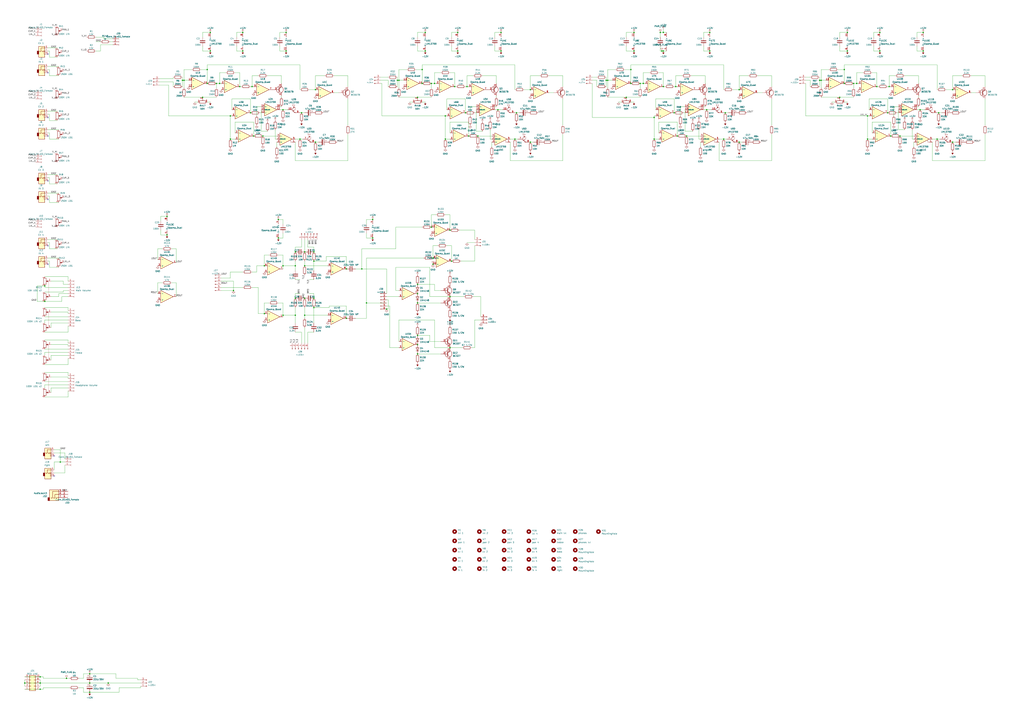
<source format=kicad_sch>
(kicad_sch (version 20211123) (generator eeschema)
  (paper "A1")
  (junction (at 544.83 26.67))
  (junction (at 520.7 41.91))
  (junction (at 375.92 41.91))
  (junction (at 166.37 80.01))
  (junction (at 689.61 80.01))
  (junction (at 33.02 561.34))
  (junction (at 520.7 26.67))
  (junction (at 232.41 218.44))
  (junction (at 172.72 41.91))
  (junction (at 170.18 68.58))
  (junction (at 712.47 95.25))
  (junction (at 594.36 114.3))
  (junction (at 580.39 90.17))
  (junction (at 349.25 41.91))
  (junction (at 720.09 71.12))
  (junction (at 435.61 73.66))
  (junction (at 284.48 220.98))
  (junction (at 365.76 95.25))
  (junction (at 563.88 111.76))
  (junction (at 582.93 26.67))
  (junction (at 88.9 561.34))
  (junction (at 384.81 111.76))
  (junction (at 755.65 90.17))
  (junction (at 317.5 254))
  (junction (at 33.02 566.42))
  (junction (at 382.27 92.71))
  (junction (at 730.25 71.12))
  (junction (at 607.06 116.84))
  (junction (at 342.9 233.68))
  (junction (at 250.19 207.01))
  (junction (at 349.25 26.67))
  (junction (at 259.08 116.84))
  (junction (at 435.61 116.84))
  (junction (at 518.16 57.15))
  (junction (at 346.71 57.15))
  (junction (at 554.99 71.12))
  (junction (at 424.18 92.71))
  (junction (at 542.29 26.67))
  (junction (at 693.42 57.15))
  (junction (at 411.48 41.91))
  (junction (at 595.63 92.71))
  (junction (at 342.9 241.3))
  (junction (at 180.34 68.58))
  (junction (at 73.66 568.96))
  (junction (at 525.78 68.58))
  (junction (at 375.92 26.67))
  (junction (at 355.6 212.09))
  (junction (at 528.32 68.58))
  (junction (at 259.08 73.66))
  (junction (at 722.63 41.91))
  (junction (at 497.84 66.04))
  (junction (at 392.43 111.76))
  (junction (at 369.57 285.75))
  (junction (at 327.66 66.04))
  (junction (at 537.21 96.52))
  (junction (at 242.57 218.44))
  (junction (at 758.19 26.67))
  (junction (at 731.52 111.76))
  (junction (at 607.06 73.66))
  (junction (at 242.57 207.01))
  (junction (at 20.32 561.34))
  (junction (at 208.28 111.76))
  (junction (at 306.07 180.34))
  (junction (at 769.62 114.3))
  (junction (at 54.61 557.53))
  (junction (at 170.18 57.15))
  (junction (at 284.48 261.62))
  (junction (at 537.21 114.3))
  (junction (at 770.89 92.71))
  (junction (at 544.83 41.91))
  (junction (at 250.19 245.11))
  (junction (at 758.19 41.91))
  (junction (at 355.6 217.17))
  (junction (at 544.83 71.12))
  (junction (at 695.96 26.67))
  (junction (at 342.9 275.59))
  (junction (at 137.16 193.04))
  (junction (at 205.74 92.71))
  (junction (at 228.6 195.58))
  (junction (at 217.17 218.44))
  (junction (at 582.93 41.91))
  (junction (at 693.42 68.58))
  (junction (at 518.16 68.58))
  (junction (at 73.66 561.34))
  (junction (at 365.76 114.3))
  (junction (at 422.91 114.3))
  (junction (at 49.53 379.73))
  (junction (at 36.83 234.95))
  (junction (at 257.81 207.01))
  (junction (at 257.81 245.11))
  (junction (at 354.33 68.58))
  (junction (at 728.98 92.71))
  (junction (at 242.57 245.11))
  (junction (at 257.81 214.63))
  (junction (at 553.72 92.71))
  (junction (at 342.9 290.83))
  (junction (at 250.19 218.44))
  (junction (at 33.02 556.26))
  (junction (at 342.9 283.21))
  (junction (at 408.94 90.17))
  (junction (at 257.81 252.73))
  (junction (at 196.85 71.12))
  (junction (at 673.1 66.04))
  (junction (at 556.26 111.76))
  (junction (at 199.39 41.91))
  (junction (at 246.38 114.3))
  (junction (at 228.6 180.34))
  (junction (at 342.9 80.01))
  (junction (at 191.77 238.76))
  (junction (at 499.11 66.04))
  (junction (at 543.56 41.91))
  (junction (at 356.87 68.58))
  (junction (at 383.54 71.12))
  (junction (at 300.99 248.92))
  (junction (at 370.84 214.63))
  (junction (at 234.95 41.91))
  (junction (at 712.47 114.3))
  (junction (at 373.38 71.12))
  (junction (at 722.63 26.67))
  (junction (at 232.41 259.08))
  (junction (at 701.04 68.58))
  (junction (at 297.18 220.98))
  (junction (at 73.66 553.72))
  (junction (at 189.23 114.3))
  (junction (at 242.57 259.08))
  (junction (at 739.14 111.76))
  (junction (at 137.16 177.8))
  (junction (at 151.13 66.04))
  (junction (at 346.71 68.58))
  (junction (at 207.01 71.12))
  (junction (at 215.9 111.76))
  (junction (at 232.41 90.17))
  (junction (at 234.95 26.67))
  (junction (at 217.17 257.81))
  (junction (at 703.58 68.58))
  (junction (at 177.8 68.58))
  (junction (at 674.37 66.04))
  (junction (at 36.83 247.65))
  (junction (at 369.57 243.84))
  (junction (at 306.07 195.58))
  (junction (at 172.72 26.67))
  (junction (at 326.39 66.04))
  (junction (at 199.39 26.67))
  (junction (at 782.32 73.66))
  (junction (at 342.9 248.92))
  (junction (at 695.96 41.91))
  (junction (at 411.48 26.67))
  (junction (at 250.19 259.08))
  (junction (at 189.23 95.25))
  (junction (at 354.33 186.69))
  (junction (at 247.65 92.71))
  (junction (at 782.32 116.84))
  (junction (at 149.86 66.04))
  (junction (at 369.57 189.23))
  (junction (at 514.35 80.01))
  (no_connect (at 39.37 59.69))
  (no_connect (at 39.37 44.45))
  (no_connect (at 39.37 163.83))
  (no_connect (at 39.37 217.17))
  (no_connect (at 39.37 148.59))
  (no_connect (at 39.37 96.52))
  (no_connect (at 44.45 374.65))
  (no_connect (at 39.37 111.76))
  (no_connect (at 44.45 391.16))
  (no_connect (at 39.37 201.93))
  (wire (pts (xy 499.11 66.04) (xy 502.92 66.04)))
  (wire (pts (xy 36.83 299.72) (xy 55.88 299.72)))
  (wire (pts (xy 356.87 233.68) (xy 342.9 233.68)))
  (wire (pts (xy 544.83 59.69) (xy 544.83 71.12)))
  (wire (pts (xy 257.81 214.63) (xy 257.81 222.25)))
  (wire (pts (xy 53.34 379.73) (xy 49.53 379.73)))
  (wire (pts (xy 50.8 243.84) (xy 50.8 247.65)))
  (wire (pts (xy 717.55 41.91) (xy 722.63 41.91)))
  (wire (pts (xy 300.99 212.09) (xy 300.99 248.92)))
  (wire (pts (xy 541.02 59.69) (xy 544.83 59.69)))
  (wire (pts (xy 544.83 26.67) (xy 544.83 24.13)))
  (wire (pts (xy 396.24 62.23) (xy 407.67 62.23)))
  (wire (pts (xy 252.73 281.94) (xy 252.73 273.05)))
  (wire (pts (xy 514.35 30.48) (xy 514.35 26.67)))
  (wire (pts (xy 20.32 566.42) (xy 33.02 566.42)))
  (wire (pts (xy 542.29 30.48) (xy 542.29 26.67)))
  (wire (pts (xy 95.25 557.53) (xy 113.03 557.53)))
  (wire (pts (xy 41.91 231.14) (xy 52.07 231.14)))
  (wire (pts (xy 39.37 143.51) (xy 46.99 143.51)))
  (wire (pts (xy 720.09 59.69) (xy 720.09 71.12)))
  (wire (pts (xy 543.56 41.91) (xy 544.83 41.91)))
  (wire (pts (xy 769.62 114.3) (xy 772.16 114.3)))
  (wire (pts (xy 346.71 57.15) (xy 346.71 53.34)))
  (wire (pts (xy 170.18 57.15) (xy 170.18 68.58)))
  (wire (pts (xy 39.37 199.39) (xy 40.64 199.39)))
  (wire (pts (xy 533.4 59.69) (xy 528.32 59.69)))
  (wire (pts (xy 48.26 243.84) (xy 48.26 241.3)))
  (wire (pts (xy 55.88 283.21) (xy 55.88 284.48)))
  (wire (pts (xy 41.91 318.77) (xy 55.88 318.77)))
  (wire (pts (xy 567.69 62.23) (xy 579.12 62.23)))
  (wire (pts (xy 537.21 96.52) (xy 537.21 114.3)))
  (wire (pts (xy 254 241.3) (xy 257.81 241.3)))
  (wire (pts (xy 406.4 30.48) (xy 406.4 26.67)))
  (wire (pts (xy 369.57 59.69) (xy 373.38 59.69)))
  (wire (pts (xy 297.18 220.98) (xy 297.18 204.47)))
  (wire (pts (xy 208.28 100.33) (xy 208.28 111.76)))
  (wire (pts (xy 317.5 243.84) (xy 327.66 243.84)))
  (wire (pts (xy 78.74 34.29) (xy 82.55 34.29)))
  (wire (pts (xy 40.64 204.47) (xy 46.99 204.47)))
  (wire (pts (xy 673.1 66.04) (xy 673.1 71.12)))
  (wire (pts (xy 396.24 107.95) (xy 391.16 107.95)))
  (wire (pts (xy 196.85 71.12) (xy 198.12 71.12)))
  (wire (pts (xy 40.64 114.3) (xy 48.26 114.3)))
  (wire (pts (xy 353.06 275.59) (xy 342.9 275.59)))
  (wire (pts (xy 713.74 95.25) (xy 712.47 95.25)))
  (wire (pts (xy 346.71 57.15) (xy 346.71 68.58)))
  (wire (pts (xy 36.83 289.56) (xy 55.88 289.56)))
  (wire (pts (xy 20.32 561.34) (xy 33.02 561.34)))
  (wire (pts (xy 674.37 57.15) (xy 674.37 66.04)))
  (wire (pts (xy 254 73.66) (xy 259.08 73.66)))
  (wire (pts (xy 577.85 41.91) (xy 582.93 41.91)))
  (wire (pts (xy 661.67 68.58) (xy 661.67 95.25)))
  (wire (pts (xy 40.64 166.37) (xy 48.26 166.37)))
  (wire (pts (xy 538.48 90.17) (xy 538.48 81.28)))
  (wire (pts (xy 580.39 90.17) (xy 584.2 90.17)))
  (wire (pts (xy 318.77 66.04) (xy 318.77 71.12)))
  (wire (pts (xy 633.73 62.23) (xy 633.73 71.12)))
  (wire (pts (xy 181.61 228.6) (xy 189.23 228.6)))
  (wire (pts (xy 327.66 80.01) (xy 342.9 80.01)))
  (wire (pts (xy 553.72 71.12) (xy 554.99 71.12)))
  (wire (pts (xy 41.91 265.43) (xy 55.88 265.43)))
  (wire (pts (xy 113.03 557.53) (xy 113.03 558.8)))
  (wire (pts (xy 36.83 306.07) (xy 55.88 306.07)))
  (wire (pts (xy 227.33 116.84) (xy 227.33 120.65)))
  (wire (pts (xy 695.96 83.82) (xy 693.42 83.82)))
  (wire (pts (xy 82.55 41.91) (xy 78.74 41.91)))
  (wire (pts (xy 358.14 176.53) (xy 354.33 176.53)))
  (wire (pts (xy 247.65 281.94) (xy 247.65 273.05)))
  (wire (pts (xy 95.25 557.53) (xy 95.25 553.72)))
  (wire (pts (xy 462.28 62.23) (xy 462.28 71.12)))
  (wire (pts (xy 212.09 257.81) (xy 217.17 257.81)))
  (wire (pts (xy 716.28 59.69) (xy 720.09 59.69)))
  (wire (pts (xy 52.07 240.03) (xy 52.07 238.76)))
  (wire (pts (xy 246.38 53.34) (xy 246.38 73.66)))
  (wire (pts (xy 703.58 59.69) (xy 703.58 68.58)))
  (wire (pts (xy 40.64 199.39) (xy 40.64 204.47)))
  (wire (pts (xy 406.4 41.91) (xy 411.48 41.91)))
  (wire (pts (xy 318.77 254) (xy 317.5 254)))
  (wire (pts (xy 85.09 31.75) (xy 92.71 31.75)))
  (wire (pts (xy 354.33 68.58) (xy 354.33 72.39)))
  (wire (pts (xy 407.67 87.63) (xy 406.4 87.63)))
  (wire (pts (xy 144.78 215.9) (xy 144.78 204.47)))
  (wire (pts (xy 342.9 38.1) (xy 342.9 41.91)))
  (wire (pts (xy 144.78 204.47) (xy 140.97 204.47)))
  (wire (pts (xy 292.1 261.62) (xy 300.99 261.62)))
  (wire (pts (xy 300.99 191.77) (xy 300.99 195.58)))
  (wire (pts (xy 325.12 204.47) (xy 325.12 186.69)))
  (wire (pts (xy 259.08 73.66) (xy 259.08 62.23)))
  (wire (pts (xy 205.74 71.12) (xy 207.01 71.12)))
  (wire (pts (xy 419.1 132.08) (xy 419.1 116.84)))
  (wire (pts (xy 242.57 114.3) (xy 246.38 114.3)))
  (wire (pts (xy 370.84 201.93) (xy 370.84 214.63)))
  (wire (pts (xy 782.32 116.84) (xy 784.86 116.84)))
  (wire (pts (xy 317.5 220.98) (xy 297.18 220.98)))
  (wire (pts (xy 246.38 114.3) (xy 248.92 114.3)))
  (wire (pts (xy 327.66 66.04) (xy 327.66 72.39)))
  (wire (pts (xy 622.3 62.23) (xy 633.73 62.23)))
  (wire (pts (xy 577.85 30.48) (xy 577.85 26.67)))
  (wire (pts (xy 181.61 238.76) (xy 191.77 238.76)))
  (wire (pts (xy 382.27 71.12) (xy 383.54 71.12)))
  (wire (pts (xy 595.63 92.71) (xy 598.17 92.71)))
  (wire (pts (xy 40.64 109.22) (xy 40.64 114.3)))
  (wire (pts (xy 55.88 243.84) (xy 50.8 243.84)))
  (wire (pts (xy 250.19 259.08) (xy 250.19 261.62)))
  (wire (pts (xy 419.1 114.3) (xy 422.91 114.3)))
  (wire (pts (xy 232.41 209.55) (xy 232.41 218.44)))
  (wire (pts (xy 252.73 203.2) (xy 257.81 203.2)))
  (wire (pts (xy 78.74 30.48) (xy 85.09 30.48)))
  (wire (pts (xy 36.83 326.39) (xy 55.88 326.39)))
  (wire (pts (xy 528.32 68.58) (xy 529.59 68.58)))
  (wire (pts (xy 356.87 68.58) (xy 358.14 68.58)))
  (wire (pts (xy 753.11 26.67) (xy 758.19 26.67)))
  (wire (pts (xy 300.99 248.92) (xy 317.5 248.92)))
  (wire (pts (xy 242.57 218.44) (xy 242.57 222.25)))
  (wire (pts (xy 312.42 68.58) (xy 313.69 68.58)))
  (wire (pts (xy 20.32 556.26) (xy 33.02 556.26)))
  (wire (pts (xy 189.23 228.6) (xy 189.23 223.52)))
  (wire (pts (xy 285.75 81.28) (xy 285.75 102.87)))
  (wire (pts (xy 40.64 146.05) (xy 40.64 151.13)))
  (wire (pts (xy 306.07 180.34) (xy 300.99 180.34)))
  (wire (pts (xy 166.37 30.48) (xy 166.37 26.67)))
  (wire (pts (xy 85.09 30.48) (xy 85.09 31.75)))
  (wire (pts (xy 181.61 236.22) (xy 199.39 236.22)))
  (wire (pts (xy 39.37 41.91) (xy 40.64 41.91)))
  (wire (pts (xy 36.83 273.05) (xy 55.88 273.05)))
  (wire (pts (xy 683.26 83.82) (xy 685.8 83.82)))
  (wire (pts (xy 369.57 100.33) (xy 384.81 100.33)))
  (wire (pts (xy 388.62 62.23) (xy 383.54 62.23)))
  (wire (pts (xy 90.17 34.29) (xy 92.71 34.29)))
  (wire (pts (xy 33.02 561.34) (xy 33.02 563.88)))
  (wire (pts (xy 383.54 62.23) (xy 383.54 71.12)))
  (wire (pts (xy 542.29 41.91) (xy 543.56 41.91)))
  (wire (pts (xy 41.91 292.1) (xy 55.88 292.1)))
  (wire (pts (xy 242.57 203.2) (xy 247.65 203.2)))
  (wire (pts (xy 165.1 57.15) (xy 170.18 57.15)))
  (wire (pts (xy 52.07 233.68) (xy 55.88 233.68)))
  (wire (pts (xy 353.06 280.67) (xy 353.06 275.59)))
  (wire (pts (xy 361.95 280.67) (xy 353.06 280.67)))
  (wire (pts (xy 231.14 87.63) (xy 229.87 87.63)))
  (wire (pts (xy 207.01 62.23) (xy 207.01 71.12)))
  (wire (pts (xy 499.11 57.15) (xy 499.11 66.04)))
  (wire (pts (xy 33.02 558.8) (xy 33.02 561.34)))
  (wire (pts (xy 537.21 114.3) (xy 541.02 114.3)))
  (wire (pts (xy 708.66 59.69) (xy 703.58 59.69)))
  (wire (pts (xy 435.61 62.23) (xy 443.23 62.23)))
  (wire (pts (xy 326.39 63.5) (xy 326.39 66.04)))
  (wire (pts (xy 172.72 83.82) (xy 170.18 83.82)))
  (wire (pts (xy 149.86 66.04) (xy 149.86 71.12)))
  (wire (pts (xy 782.32 73.66) (xy 782.32 62.23)))
  (wire (pts (xy 33.02 561.34) (xy 73.66 561.34)))
  (wire (pts (xy 36.83 262.89) (xy 55.88 262.89)))
  (wire (pts (xy 342.9 80.01) (xy 354.33 80.01)))
  (wire (pts (xy 35.56 565.15) (xy 57.1029 565.15)))
  (wire (pts (xy 320.04 251.46) (xy 320.04 285.75)))
  (wire (pts (xy 232.41 90.17) (xy 236.22 90.17)))
  (wire (pts (xy 53.34 388.62) (xy 44.45 388.62)))
  (wire (pts (xy 144.78 232.41) (xy 140.97 232.41)))
  (wire (pts (xy 382.27 81.28) (xy 382.27 92.71)))
  (wire (pts (xy 765.81 114.3) (xy 769.62 114.3)))
  (wire (pts (xy 735.33 62.23) (xy 730.25 62.23)))
  (wire (pts (xy 407.67 62.23) (xy 407.67 68.58)))
  (wire (pts (xy 55.88 306.07) (xy 55.88 308.61)))
  (wire (pts (xy 782.32 62.23) (xy 789.94 62.23)))
  (wire (pts (xy 242.57 203.2) (xy 242.57 207.01)))
  (wire (pts (xy 36.83 240.03) (xy 52.07 240.03)))
  (wire (pts (xy 356.87 238.76) (xy 356.87 233.68)))
  (wire (pts (xy 525.78 68.58) (xy 528.32 68.58)))
  (wire (pts (xy 754.38 78.74) (xy 754.38 80.01)))
  (wire (pts (xy 462.28 132.08) (xy 462.28 110.49)))
  (wire (pts (xy 242.57 259.08) (xy 242.57 265.43)))
  (wire (pts (xy 381 243.84) (xy 369.57 243.84)))
  (wire (pts (xy 284.48 251.46) (xy 284.48 261.62)))
  (wire (pts (xy 41.91 283.21) (xy 55.88 283.21)))
  (wire (pts (xy 39.37 146.05) (xy 40.64 146.05)))
  (wire (pts (xy 210.82 223.52) (xy 210.82 218.44)))
  (wire (pts (xy 520.7 83.82) (xy 518.16 83.82)))
  (wire (pts (xy 435.61 116.84) (xy 438.15 116.84)))
  (wire (pts (xy 55.88 299.72) (xy 55.88 294.64)))
  (wire (pts (xy 55.88 236.22) (xy 36.83 236.22)))
  (wire (pts (xy 55.88 252.73) (xy 55.88 255.27)))
  (wire (pts (xy 713.74 81.28) (xy 728.98 81.28)))
  (wire (pts (xy 189.23 114.3) (xy 193.04 114.3)))
  (wire (pts (xy 720.09 71.12) (xy 721.36 71.12)))
  (wire (pts (xy 284.48 210.82) (xy 267.97 210.82)))
  (wire (pts (xy 424.18 92.71) (xy 426.72 92.71)))
  (wire (pts (xy 41.91 243.84) (xy 48.26 243.84)))
  (wire (pts (xy 490.22 66.04) (xy 490.22 71.12)))
  (wire (pts (xy 365.76 114.3) (xy 369.57 114.3)))
  (wire (pts (xy 377.19 189.23) (xy 389.89 189.23)))
  (wire (pts (xy 607.06 73.66) (xy 607.06 62.23)))
  (wire (pts (xy 40.64 161.29) (xy 40.64 166.37)))
  (wire (pts (xy 232.41 191.77) (xy 232.41 195.58)))
  (wire (pts (xy 508 83.82) (xy 510.54 83.82)))
  (wire (pts (xy 394.97 260.35) (xy 394.97 243.84)))
  (wire (pts (xy 36.83 252.73) (xy 55.88 252.73)))
  (wire (pts (xy 40.64 41.91) (xy 40.64 46.99)))
  (wire (pts (xy 389.89 92.71) (xy 391.16 92.71)))
  (wire (pts (xy 193.04 59.69) (xy 196.85 59.69)))
  (wire (pts (xy 341.63 57.15) (xy 346.71 57.15)))
  (wire (pts (xy 349.25 83.82) (xy 346.71 83.82)))
  (wire (pts (xy 231.14 62.23) (xy 231.14 68.58)))
  (wire (pts (xy 250.19 259.08) (xy 269.24 259.08)))
  (wire (pts (xy 327.66 66.04) (xy 331.47 66.04)))
  (wire (pts (xy 35.56 566.42) (xy 33.02 566.42)))
  (wire (pts (xy 430.53 73.66) (xy 435.61 73.66)))
  (wire (pts (xy 354.33 176.53) (xy 354.33 186.69)))
  (wire (pts (xy 342.9 41.91) (xy 349.25 41.91)))
  (wire (pts (xy 36.83 279.4) (xy 55.88 279.4)))
  (wire (pts (xy 326.39 66.04) (xy 326.39 71.12)))
  (wire (pts (xy 50.8 247.65) (xy 36.83 247.65)))
  (wire (pts (xy 626.11 76.2) (xy 622.3 76.2)))
  (wire (pts (xy 497.84 66.04) (xy 499.11 66.04)))
  (wire (pts (xy 232.41 218.44) (xy 232.41 220.98)))
  (wire (pts (xy 35.56 556.26) (xy 33.02 556.26)))
  (wire (pts (xy 20.32 558.8) (xy 20.32 561.34)))
  (wire (pts (xy 327.66 262.89) (xy 356.87 262.89)))
  (wire (pts (xy 728.98 81.28) (xy 728.98 92.71)))
  (wire (pts (xy 207.01 223.52) (xy 210.82 223.52)))
  (wire (pts (xy 132.08 177.8) (xy 137.16 177.8)))
  (wire (pts (xy 41.91 295.91) (xy 41.91 292.1)))
  (wire (pts (xy 232.41 218.44) (xy 242.57 218.44)))
  (wire (pts (xy 129.54 232.41) (xy 129.54 241.3)))
  (wire (pts (xy 55.88 256.54) (xy 55.88 257.81)))
  (wire (pts (xy 151.13 57.15) (xy 151.13 66.04)))
  (wire (pts (xy 39.37 161.29) (xy 40.64 161.29)))
  (wire (pts (xy 41.91 256.54) (xy 55.88 256.54)))
  (wire (pts (xy 227.33 114.3) (xy 226.06 114.3)))
  (wire (pts (xy 370.84 41.91) (xy 375.92 41.91)))
  (wire (pts (xy 407.67 78.74) (xy 407.67 80.01)))
  (wire (pts (xy 53.34 377.19) (xy 53.34 372.11)))
  (wire (pts (xy 318.77 246.38) (xy 318.77 254)))
  (wire (pts (xy 497.84 63.5) (xy 497.84 66.04)))
  (wire (pts (xy 730.25 71.12) (xy 731.52 71.12)))
  (wire (pts (xy 514.35 38.1) (xy 514.35 41.91)))
  (wire (pts (xy 313.69 95.25) (xy 365.76 95.25)))
  (wire (pts (xy 317.5 251.46) (xy 320.04 251.46)))
  (wire (pts (xy 166.37 80.01) (xy 177.8 80.01)))
  (wire (pts (xy 229.87 30.48) (xy 229.87 26.67)))
  (wire (pts (xy 661.67 95.25) (xy 712.47 95.25)))
  (wire (pts (xy 194.31 26.67) (xy 199.39 26.67)))
  (wire (pts (xy 389.89 189.23) (xy 389.89 196.85)))
  (wire (pts (xy 701.04 68.58) (xy 701.04 72.39)))
  (wire (pts (xy 579.12 87.63) (xy 577.85 87.63)))
  (wire (pts (xy 750.57 116.84) (xy 750.57 120.65)))
  (wire (pts (xy 674.37 66.04) (xy 678.18 66.04)))
  (wire (pts (xy 553.72 81.28) (xy 553.72 92.71)))
  (wire (pts (xy 300.99 212.09) (xy 347.98 212.09)))
  (wire (pts (xy 151.13 66.04) (xy 154.94 66.04)))
  (wire (pts (xy 378.46 214.63) (xy 389.89 214.63)))
  (wire (pts (xy 252.73 273.05) (xy 257.81 273.05)))
  (wire (pts (xy 325.12 219.71) (xy 353.06 219.71)))
  (wire (pts (xy 594.36 92.71) (xy 595.63 92.71)))
  (wire (pts (xy 579.12 62.23) (xy 579.12 68.58)))
  (wire (pts (xy 196.85 59.69) (xy 196.85 71.12)))
  (wire (pts (xy 769.62 92.71) (xy 770.89 92.71)))
  (wire (pts (xy 325.12 238.76) (xy 325.12 219.71)))
  (wire (pts (xy 562.61 90.17) (xy 562.61 107.95)))
  (wire (pts (xy 558.8 87.63) (xy 562.61 87.63)))
  (wire (pts (xy 39.37 109.22) (xy 40.64 109.22)))
  (wire (pts (xy 229.87 38.1) (xy 229.87 41.91)))
  (wire (pts (xy 157.48 57.15) (xy 151.13 57.15)))
  (wire (pts (xy 327.66 280.67) (xy 327.66 262.89)))
  (wire (pts (xy 49.53 369.57) (xy 49.53 379.73)))
  (wire (pts (xy 35.56 557.53) (xy 35.56 556.26)))
  (wire (pts (xy 739.14 111.76) (xy 750.57 111.76)))
  (wire (pts (xy 88.9 561.34) (xy 115.57 561.34)))
  (wire (pts (xy 731.52 100.33) (xy 731.52 111.76)))
  (wire (pts (xy 753.11 30.48) (xy 753.11 26.67)))
  (wire (pts (xy 755.65 90.17) (xy 759.46 90.17)))
  (wire (pts (xy 35.56 565.15) (xy 35.56 566.42)))
  (wire (pts (xy 166.37 41.91) (xy 172.72 41.91)))
  (wire (pts (xy 95.25 553.72) (xy 73.66 553.72)))
  (wire (pts (xy 68.58 568.96) (xy 73.66 568.96)))
  (wire (pts (xy 454.66 76.2) (xy 450.85 76.2)))
  (wire (pts (xy 435.61 73.66) (xy 435.61 62.23)))
  (wire (pts (xy 749.3 114.3) (xy 749.3 106.68)))
  (wire (pts (xy 406.4 26.67) (xy 411.48 26.67)))
  (wire (pts (xy 574.04 114.3) (xy 574.04 106.68)))
  (wire (pts (xy 36.83 260.35) (xy 55.88 260.35)))
  (wire (pts (xy 210.82 87.63) (xy 214.63 87.63)))
  (wire (pts (xy 232.41 248.92) (xy 232.41 259.08)))
  (wire (pts (xy 36.83 292.1) (xy 36.83 289.56)))
  (wire (pts (xy 514.35 41.91) (xy 520.7 41.91)))
  (wire (pts (xy 317.5 246.38) (xy 318.77 246.38)))
  (wire (pts (xy 514.35 26.67) (xy 520.7 26.67)))
  (wire (pts (xy 55.88 273.05) (xy 55.88 267.97)))
  (wire (pts (xy 370.84 26.67) (xy 375.92 26.67)))
  (wire (pts (xy 542.29 38.1) (xy 542.29 41.91)))
  (wire (pts (xy 285.75 132.08) (xy 285.75 110.49)))
  (wire (pts (xy 151.13 66.04) (xy 151.13 72.39)))
  (wire (pts (xy 170.18 53.34) (xy 246.38 53.34)))
  (wire (pts (xy 717.55 30.48) (xy 717.55 26.67)))
  (wire (pts (xy 689.61 41.91) (xy 695.96 41.91)))
  (wire (pts (xy 703.58 68.58) (xy 704.85 68.58)))
  (wire (pts (xy 40.64 214.63) (xy 40.64 219.71)))
  (wire (pts (xy 257.81 252.73) (xy 257.81 265.43)))
  (wire (pts (xy 231.14 78.74) (xy 231.14 80.01)))
  (wire (pts (xy 166.37 38.1) (xy 166.37 41.91)))
  (wire (pts (xy 354.33 68.58) (xy 356.87 68.58)))
  (wire (pts (xy 36.83 287.02) (xy 55.88 287.02)))
  (wire (pts (xy 53.34 372.11) (xy 44.45 372.11)))
  (wire (pts (xy 215.9 111.76) (xy 227.33 111.76)))
  (wire (pts (xy 577.85 90.17) (xy 580.39 90.17)))
  (wire (pts (xy 40.64 219.71) (xy 48.26 219.71)))
  (wire (pts (xy 462.28 132.08) (xy 419.1 132.08)))
  (wire (pts (xy 505.46 57.15) (xy 499.11 57.15)))
  (wire (pts (xy 40.64 93.98) (xy 40.64 99.06)))
  (wire (pts (xy 257.81 214.63) (xy 267.97 214.63)))
  (wire (pts (xy 450.85 62.23) (xy 462.28 62.23)))
  (wire (pts (xy 518.16 57.15) (xy 518.16 53.34)))
  (wire (pts (xy 229.87 26.67) (xy 234.95 26.67)))
  (wire (pts (xy 369.57 109.22) (xy 369.57 100.33)))
  (wire (pts (xy 568.96 107.95) (xy 562.61 107.95)))
  (wire (pts (xy 82.55 36.83) (xy 92.71 36.83)))
  (wire (pts (xy 693.42 53.34) (xy 769.62 53.34)))
  (wire (pts (xy 41.91 269.24) (xy 41.91 265.43)))
  (wire (pts (xy 39.37 57.15) (xy 40.64 57.15)))
  (wire (pts (xy 149.86 63.5) (xy 149.86 66.04)))
  (wire (pts (xy 689.61 26.67) (xy 695.96 26.67)))
  (wire (pts (xy 35.56 557.53) (xy 54.61 557.53)))
  (wire (pts (xy 808.99 62.23) (xy 808.99 71.12)))
  (wire (pts (xy 138.43 95.25) (xy 189.23 95.25)))
  (wire (pts (xy 753.11 38.1) (xy 753.11 41.91)))
  (wire (pts (xy 688.34 57.15) (xy 693.42 57.15)))
  (wire (pts (xy 356.87 285.75) (xy 369.57 285.75)))
  (wire (pts (xy 556.26 100.33) (xy 556.26 111.76)))
  (wire (pts (xy 226.06 114.3) (xy 226.06 106.68)))
  (wire (pts (xy 394.97 243.84) (xy 388.62 243.84)))
  (wire (pts (xy 250.19 252.73) (xy 250.19 259.08)))
  (wire (pts (xy 252.73 196.85) (xy 252.73 203.2)))
  (wire (pts (xy 205.74 81.28) (xy 205.74 92.71)))
  (wire (pts (xy 229.87 41.91) (xy 234.95 41.91)))
  (wire (pts (xy 189.23 95.25) (xy 189.23 114.3)))
  (wire (pts (xy 389.89 285.75) (xy 387.35 285.75)))
  (wire (pts (xy 422.91 53.34) (xy 422.91 73.66)))
  (wire (pts (xy 30.48 247.65) (xy 36.83 247.65)))
  (wire (pts (xy 386.08 87.63) (xy 391.16 87.63)))
  (wire (pts (xy 528.32 59.69) (xy 528.32 68.58)))
  (wire (pts (xy 560.07 62.23) (xy 554.99 62.23)))
  (wire (pts (xy 247.65 92.71) (xy 250.19 92.71)))
  (wire (pts (xy 736.6 92.71) (xy 737.87 92.71)))
  (wire (pts (xy 210.82 95.25) (xy 210.82 87.63)))
  (wire (pts (xy 601.98 73.66) (xy 607.06 73.66)))
  (wire (pts (xy 68.58 565.15) (xy 68.58 568.96)))
  (wire (pts (xy 55.88 326.39) (xy 55.88 321.31)))
  (wire (pts (xy 39.37 212.09) (xy 48.26 212.09)))
  (wire (pts (xy 674.37 80.01) (xy 689.61 80.01)))
  (wire (pts (xy 577.85 38.1) (xy 577.85 41.91)))
  (wire (pts (xy 406.4 38.1) (xy 406.4 41.91)))
  (wire (pts (xy 55.88 227.33) (xy 55.88 231.14)))
  (wire (pts (xy 542.29 26.67) (xy 544.83 26.67)))
  (wire (pts (xy 750.57 114.3) (xy 749.3 114.3)))
  (wire (pts (xy 313.69 68.58) (xy 313.69 95.25)))
  (wire (pts (xy 422.91 92.71) (xy 424.18 92.71)))
  (wire (pts (xy 40.64 62.23) (xy 48.26 62.23)))
  (wire (pts (xy 40.64 57.15) (xy 40.64 62.23)))
  (wire (pts (xy 130.81 69.85) (xy 138.43 69.85)))
  (wire (pts (xy 220.98 209.55) (xy 217.17 209.55)))
  (wire (pts (xy 353.06 243.84) (xy 369.57 243.84)))
  (wire (pts (xy 242.57 273.05) (xy 247.65 273.05)))
  (wire (pts (xy 39.37 54.61) (xy 48.26 54.61)))
  (wire (pts (xy 36.83 236.22) (xy 36.83 234.95)))
  (wire (pts (xy 734.06 87.63) (xy 737.87 87.63)))
  (wire (pts (xy 514.35 80.01) (xy 525.78 80.01)))
  (wire (pts (xy 384.81 100.33) (xy 384.81 111.76)))
  (wire (pts (xy 717.55 38.1) (xy 717.55 41.91)))
  (wire (pts (xy 39.37 106.68) (xy 48.26 106.68)))
  (wire (pts (xy 170.18 57.15) (xy 170.18 53.34)))
  (wire (pts (xy 541.02 109.22) (xy 541.02 100.33)))
  (wire (pts (xy 285.75 62.23) (xy 285.75 71.12)))
  (wire (pts (xy 317.5 241.3) (xy 317.5 220.98)))
  (wire (pts (xy 257.81 241.3) (xy 257.81 245.11)))
  (wire (pts (xy 193.04 100.33) (xy 208.28 100.33)))
  (wire (pts (xy 408.94 90.17) (xy 412.75 90.17)))
  (wire (pts (xy 633.73 81.28) (xy 633.73 102.87)))
  (wire (pts (xy 325.12 186.69) (xy 346.71 186.69)))
  (wire (pts (xy 274.32 62.23) (xy 285.75 62.23)))
  (wire (pts (xy 558.8 95.25) (xy 558.8 87.63)))
  (wire (pts (xy 36.83 318.77) (xy 36.83 316.23)))
  (wire (pts (xy 52.07 238.76) (xy 55.88 238.76)))
  (wire (pts (xy 753.11 41.91) (xy 758.19 41.91)))
  (wire (pts (xy 554.99 62.23) (xy 554.99 71.12)))
  (wire (pts (xy 97.79 565.15) (xy 115.57 565.15)))
  (wire (pts (xy 689.61 30.48) (xy 689.61 26.67)))
  (wire (pts (xy 214.63 90.17) (xy 214.63 107.95)))
  (wire (pts (xy 369.57 176.53) (xy 369.57 189.23)))
  (wire (pts (xy 53.34 382.27) (xy 53.34 388.62)))
  (wire (pts (xy 193.04 109.22) (xy 193.04 100.33)))
  (wire (pts (xy 292.1 220.98) (xy 297.18 220.98)))
  (wire (pts (xy 673.1 63.5) (xy 673.1 66.04)))
  (wire (pts (xy 191.77 231.14) (xy 191.77 238.76)))
  (wire (pts (xy 36.83 313.69) (xy 55.88 313.69)))
  (wire (pts (xy 55.88 309.88) (xy 55.88 311.15)))
  (wire (pts (xy 716.28 100.33) (xy 731.52 100.33)))
  (wire (pts (xy 334.01 57.15) (xy 327.66 57.15)))
  (wire (pts (xy 52.07 231.14) (xy 52.07 233.68)))
  (wire (pts (xy 327.66 238.76) (xy 325.12 238.76)))
  (wire (pts (xy 525.78 68.58) (xy 525.78 72.39)))
  (wire (pts (xy 40.64 99.06) (xy 46.99 99.06)))
  (wire (pts (xy 575.31 116.84) (xy 575.31 120.65)))
  (wire (pts (xy 590.55 114.3) (xy 594.36 114.3)))
  (wire (pts (xy 177.8 68.58) (xy 177.8 72.39)))
  (wire (pts (xy 754.38 87.63) (xy 753.11 87.63)))
  (wire (pts (xy 82.55 36.83) (xy 82.55 41.91)))
  (wire (pts (xy 544.83 71.12) (xy 546.1 71.12)))
  (wire (pts (xy 594.36 114.3) (xy 596.9 114.3)))
  (wire (pts (xy 607.06 62.23) (xy 614.68 62.23)))
  (wire (pts (xy 30.48 234.95) (xy 30.48 247.65)))
  (wire (pts (xy 356.87 262.89) (xy 356.87 285.75)))
  (wire (pts (xy 55.88 279.4) (xy 55.88 281.94)))
  (wire (pts (xy 40.64 46.99) (xy 46.99 46.99)))
  (wire (pts (xy 130.81 67.31) (xy 142.24 67.31)))
  (wire (pts (xy 259.08 62.23) (xy 266.7 62.23)))
  (wire (pts (xy 39.37 214.63) (xy 40.64 214.63)))
  (wire (pts (xy 403.86 116.84) (xy 403.86 120.65)))
  (wire (pts (xy 518.16 57.15) (xy 518.16 68.58)))
  (wire (pts (xy 41.91 309.88) (xy 55.88 309.88)))
  (wire (pts (xy 342.9 30.48) (xy 342.9 26.67)))
  (wire (pts (xy 36.83 265.43) (xy 36.83 262.89)))
  (wire (pts (xy 801.37 76.2) (xy 797.56 76.2)))
  (wire (pts (xy 518.16 53.34) (xy 594.36 53.34)))
  (wire (pts (xy 701.04 68.58) (xy 703.58 68.58)))
  (wire (pts (xy 97.79 568.96) (xy 73.66 568.96)))
  (wire (pts (xy 64.77 557.53) (xy 68.58 557.53)))
  (wire (pts (xy 129.54 204.47) (xy 129.54 213.36)))
  (wire (pts (xy 513.08 57.15) (xy 518.16 57.15)))
  (wire (pts (xy 402.59 114.3) (xy 402.59 106.68)))
  (wire (pts (xy 254 229.87) (xy 257.81 229.87)))
  (wire (pts (xy 267.97 210.82) (xy 267.97 214.63)))
  (wire (pts (xy 194.31 30.48) (xy 194.31 26.67)))
  (wire (pts (xy 462.28 81.28) (xy 462.28 102.87)))
  (wire (pts (xy 373.38 59.69) (xy 373.38 71.12)))
  (wire (pts (xy 39.37 39.37) (xy 46.99 39.37)))
  (wire (pts (xy 207.01 71.12) (xy 208.28 71.12)))
  (wire (pts (xy 250.19 196.85) (xy 250.19 207.01)))
  (wire (pts (xy 769.62 53.34) (xy 769.62 73.66)))
  (wire (pts (xy 312.42 63.5) (xy 318.77 63.5)))
  (wire (pts (xy 497.84 66.04) (xy 497.84 71.12)))
  (wire (pts (xy 166.37 26.67) (xy 172.72 26.67)))
  (wire (pts (xy 190.5 95.25) (xy 189.23 95.25)))
  (wire (pts (xy 538.48 81.28) (xy 553.72 81.28)))
  (wire (pts (xy 717.55 26.67) (xy 722.63 26.67)))
  (wire (pts (xy 336.55 83.82) (xy 339.09 83.82)))
  (wire (pts (xy 180.34 59.69) (xy 180.34 68.58)))
  (wire (pts (xy 808.99 81.28) (xy 808.99 102.87)))
  (wire (pts (xy 190.5 81.28) (xy 205.74 81.28)))
  (wire (pts (xy 160.02 83.82) (xy 162.56 83.82)))
  (wire (pts (xy 367.03 81.28) (xy 382.27 81.28)))
  (wire (pts (xy 144.78 243.84) (xy 144.78 232.41)))
  (wire (pts (xy 217.17 248.92) (xy 217.17 257.81)))
  (wire (pts (xy 207.01 236.22) (xy 212.09 236.22)))
  (wire (pts (xy 486.41 63.5) (xy 490.22 63.5)))
  (wire (pts (xy 181.61 231.14) (xy 191.77 231.14)))
  (wire (pts (xy 270.51 252.73) (xy 270.51 251.46)))
  (wire (pts (xy 554.99 71.12) (xy 556.26 71.12)))
  (wire (pts (xy 133.35 232.41) (xy 129.54 232.41)))
  (wire (pts (xy 133.35 204.47) (xy 129.54 204.47)))
  (wire (pts (xy 486.41 66.04) (xy 490.22 66.04)))
  (wire (pts (xy 73.66 561.34) (xy 88.9 561.34)))
  (wire (pts (xy 39.37 196.85) (xy 46.99 196.85)))
  (wire (pts (xy 486.41 68.58) (xy 486.41 96.52)))
  (wire (pts (xy 538.48 95.25) (xy 537.21 95.25)))
  (wire (pts (xy 312.42 66.04) (xy 318.77 66.04)))
  (wire (pts (xy 661.67 66.04) (xy 665.48 66.04)))
  (wire (pts (xy 39.37 93.98) (xy 40.64 93.98)))
  (wire (pts (xy 219.71 107.95) (xy 214.63 107.95)))
  (wire (pts (xy 777.24 73.66) (xy 782.32 73.66)))
  (wire (pts (xy 728.98 71.12) (xy 730.25 71.12)))
  (wire (pts (xy 693.42 57.15) (xy 693.42 53.34)))
  (wire (pts (xy 64.7229 565.15) (xy 68.58 565.15)))
  (wire (pts (xy 499.11 80.01) (xy 514.35 80.01)))
  (wire (pts (xy 633.73 132.08) (xy 633.73 110.49)))
  (wire (pts (xy 753.11 90.17) (xy 755.65 90.17)))
  (wire (pts (xy 250.19 269.24) (xy 250.19 281.94)))
  (wire (pts (xy 219.71 62.23) (xy 231.14 62.23)))
  (wire (pts (xy 406.4 90.17) (xy 408.94 90.17)))
  (wire (pts (xy 285.75 132.08) (xy 242.57 132.08)))
  (wire (pts (xy 365.76 95.25) (xy 365.76 114.3)))
  (wire (pts (xy 680.72 57.15) (xy 674.37 57.15)))
  (wire (pts (xy 594.36 53.34) (xy 594.36 73.66)))
  (wire (pts (xy 389.89 214.63) (xy 389.89 201.93)))
  (wire (pts (xy 232.41 259.08) (xy 242.57 259.08)))
  (wire (pts (xy 210.82 218.44) (xy 217.17 218.44)))
  (wire (pts (xy 40.64 151.13) (xy 46.99 151.13)))
  (wire (pts (xy 49.53 379.73) (xy 44.45 379.73)))
  (wire (pts (xy 577.85 26.67) (xy 582.93 26.67)))
  (wire (pts (xy 765.81 132.08) (xy 765.81 116.84)))
  (wire (pts (xy 229.87 90.17) (xy 232.41 90.17)))
  (wire (pts (xy 138.43 69.85) (xy 138.43 95.25)))
  (wire (pts (xy 232.41 259.08) (xy 232.41 260.35)))
  (wire (pts (xy 712.47 114.3) (xy 716.28 114.3)))
  (wire (pts (xy 361.95 59.69) (xy 356.87 59.69)))
  (wire (pts (xy 422.91 114.3) (xy 425.45 114.3)))
  (wire (pts (xy 693.42 57.15) (xy 693.42 68.58)))
  (wire (pts (xy 391.16 90.17) (xy 391.16 107.95)))
  (wire (pts (xy 300.99 195.58) (xy 306.07 195.58)))
  (wire (pts (xy 39.37 158.75) (xy 48.26 158.75)))
  (wire (pts (xy 370.84 38.1) (xy 370.84 41.91)))
  (wire (pts (xy 97.79 565.15) (xy 97.79 568.96)))
  (wire (pts (xy 48.26 241.3) (xy 55.88 241.3)))
  (wire (pts (xy 353.06 219.71) (xy 353.06 243.84)))
  (wire (pts (xy 561.34 92.71) (xy 562.61 92.71)))
  (wire (pts (xy 326.39 66.04) (xy 327.66 66.04)))
  (wire (pts (xy 20.32 561.34) (xy 20.32 563.88)))
  (wire (pts (xy 544.83 41.91) (xy 547.37 41.91)))
  (wire (pts (xy 537.21 95.25) (xy 537.21 96.52)))
  (wire (pts (xy 194.31 41.91) (xy 199.39 41.91)))
  (wire (pts (xy 142.24 67.31) (xy 142.24 71.12)))
  (wire (pts (xy 212.09 236.22) (xy 212.09 257.81)))
  (wire (pts (xy 575.31 114.3) (xy 574.04 114.3)))
  (wire (pts (xy 365.76 176.53) (xy 369.57 176.53)))
  (wire (pts (xy 770.89 92.71) (xy 773.43 92.71)))
  (wire (pts (xy 674.37 66.04) (xy 674.37 72.39)))
  (wire (pts (xy 36.83 316.23) (xy 55.88 316.23)))
  (wire (pts (xy 250.19 214.63) (xy 250.19 218.44)))
  (wire (pts (xy 242.57 241.3) (xy 242.57 245.11)))
  (wire (pts (xy 734.06 95.25) (xy 734.06 87.63)))
  (wire (pts (xy 661.67 63.5) (xy 665.48 63.5)))
  (wire (pts (xy 189.23 223.52) (xy 199.39 223.52)))
  (wire (pts (xy 142.24 64.77) (xy 142.24 63.5)))
  (wire (pts (xy 232.41 195.58) (xy 228.6 195.58)))
  (wire (pts (xy 386.08 95.25) (xy 386.08 87.63)))
  (wire (pts (xy 355.6 201.93) (xy 355.6 212.09)))
  (wire (pts (xy 563.88 111.76) (xy 575.31 111.76)))
  (wire (pts (xy 394.97 262.89) (xy 389.89 262.89)))
  (wire (pts (xy 284.48 220.98) (xy 284.48 210.82)))
  (wire (pts (xy 367.03 95.25) (xy 365.76 95.25)))
  (wire (pts (xy 132.08 189.23) (xy 132.08 193.04)))
  (wire (pts (xy 242.57 132.08) (xy 242.57 116.84)))
  (wire (pts (xy 54.61 557.53) (xy 57.15 557.53)))
  (wire (pts (xy 185.42 59.69) (xy 180.34 59.69)))
  (wire (pts (xy 44.45 379.73) (xy 44.45 386.08)))
  (wire (pts (xy 590.55 132.08) (xy 590.55 116.84)))
  (wire (pts (xy 403.86 114.3) (xy 402.59 114.3)))
  (wire (pts (xy 367.03 90.17) (xy 367.03 81.28)))
  (wire (pts (xy 149.86 66.04) (xy 151.13 66.04)))
  (wire (pts (xy 130.81 64.77) (xy 142.24 64.77)))
  (wire (pts (xy 213.36 92.71) (xy 214.63 92.71)))
  (wire (pts (xy 544.83 26.67) (xy 547.37 26.67)))
  (wire (pts (xy 177.8 68.58) (xy 180.34 68.58)))
  (wire (pts (xy 665.48 66.04) (xy 665.48 71.12)))
  (wire (pts (xy 356.87 59.69) (xy 356.87 68.58)))
  (wire (pts (xy 383.54 199.39) (xy 389.89 199.39)))
  (wire (pts (xy 689.61 80.01) (xy 701.04 80.01)))
  (wire (pts (xy 220.98 248.92) (xy 217.17 248.92)))
  (wire (pts (xy 359.41 201.93) (xy 355.6 201.93)))
  (wire (pts (xy 742.95 62.23) (xy 754.38 62.23)))
  (wire (pts (xy 737.87 90.17) (xy 737.87 106.68)))
  (wire (pts (xy 115.57 565.15) (xy 115.57 563.88)))
  (wire (pts (xy 392.43 111.76) (xy 403.86 111.76)))
  (wire (pts (xy 808.99 132.08) (xy 808.99 110.49)))
  (wire (pts (xy 228.6 209.55) (xy 232.41 209.55)))
  (wire (pts (xy 373.38 71.12) (xy 374.65 71.12)))
  (wire (pts (xy 39.37 91.44) (xy 46.99 91.44)))
  (wire (pts (xy 712.47 95.25) (xy 712.47 114.3)))
  (wire (pts (xy 342.9 290.83) (xy 361.95 290.83)))
  (wire (pts (xy 607.06 116.84) (xy 609.6 116.84)))
  (wire (pts (xy 190.5 90.17) (xy 190.5 81.28)))
  (wire (pts (xy 232.41 180.34) (xy 228.6 180.34)))
  (wire (pts (xy 68.58 557.53) (xy 68.58 553.72)))
  (wire (pts (xy 246.38 241.3) (xy 242.57 241.3)))
  (wire (pts (xy 633.73 132.08) (xy 590.55 132.08)))
  (wire (pts (xy 68.58 553.72) (xy 73.66 553.72)))
  (wire (pts (xy 673.1 66.04) (xy 674.37 66.04)))
  (wire (pts (xy 132.08 181.61) (xy 132.08 177.8)))
  (wire (pts (xy 541.02 100.33) (xy 556.26 100.33)))
  (wire (pts (xy 242.57 252.73) (xy 242.57 259.08)))
  (wire (pts (xy 132.08 193.04) (xy 137.16 193.04)))
  (wire (pts (xy 247.65 196.85) (xy 247.65 203.2)))
  (wire (pts (xy 808.99 132.08) (xy 765.81 132.08)))
  (wire (pts (xy 212.09 62.23) (xy 207.01 62.23)))
  (wire (pts (xy 242.57 214.63) (xy 242.57 218.44)))
  (wire (pts (xy 250.19 218.44) (xy 269.24 218.44)))
  (wire (pts (xy 797.56 62.23) (xy 808.99 62.23)))
  (wire (pts (xy 41.91 322.58) (xy 41.91 318.77)))
  (wire (pts (xy 36.83 227.33) (xy 55.88 227.33)))
  (wire (pts (xy 342.9 26.67) (xy 349.25 26.67)))
  (wire (pts (xy 716.28 109.22) (xy 716.28 100.33)))
  (wire (pts (xy 730.25 62.23) (xy 730.25 71.12)))
  (wire (pts (xy 270.51 251.46) (xy 284.48 251.46)))
  (wire (pts (xy 36.83 234.95) (xy 30.48 234.95)))
  (wire (pts (xy 180.34 68.58) (xy 181.61 68.58)))
  (wire (pts (xy 257.81 203.2) (xy 257.81 207.01)))
  (wire (pts (xy 259.08 116.84) (xy 261.62 116.84)))
  (wire (pts (xy 742.95 106.68) (xy 737.87 106.68)))
  (wire (pts (xy 44.45 369.57) (xy 49.53 369.57)))
  (wire (pts (xy 579.12 78.74) (xy 579.12 80.01)))
  (wire (pts (xy 320.04 285.75) (xy 327.66 285.75)))
  (wire (pts (xy 754.38 62.23) (xy 754.38 68.58)))
  (wire (pts (xy 194.31 38.1) (xy 194.31 41.91)))
  (wire (pts (xy 257.81 252.73) (xy 270.51 252.73)))
  (wire (pts (xy 379.73 285.75) (xy 369.57 285.75)))
  (wire (pts (xy 278.13 76.2) (xy 274.32 76.2)))
  (wire (pts (xy 342.9 248.92) (xy 361.95 248.92)))
  (wire (pts (xy 217.17 209.55) (xy 217.17 218.44)))
  (wire (pts (xy 300.99 180.34) (xy 300.99 184.15)))
  (wire (pts (xy 242.57 229.87) (xy 246.38 229.87)))
  (wire (pts (xy 327.66 57.15) (xy 327.66 66.04)))
  (wire (pts (xy 486.41 96.52) (xy 537.21 96.52)))
  (wire (pts (xy 232.41 184.15) (xy 232.41 180.34)))
  (wire (pts (xy 300.99 248.92) (xy 300.99 261.62)))
  (wire (pts (xy 689.61 38.1) (xy 689.61 41.91)))
  (wire (pts (xy 389.89 262.89) (xy 389.89 285.75)))
  (wire (pts (xy 499.11 66.04) (xy 499.11 72.39)))
  (wire (pts (xy 151.13 80.01) (xy 166.37 80.01)))
  (wire (pts (xy 383.54 71.12) (xy 384.81 71.12)))
  (wire (pts (xy 346.71 53.34) (xy 422.91 53.34)))
  (wire (pts (xy 361.95 238.76) (xy 356.87 238.76)))
  (wire (pts (xy 297.18 204.47) (xy 325.12 204.47)))
  (wire (pts (xy 367.03 201.93) (xy 370.84 201.93)))
  (wire (pts (xy 228.6 248.92) (xy 232.41 248.92)))
  (wire (pts (xy 370.84 30.48) (xy 370.84 26.67)))
  (wire (pts (xy 113.03 558.8) (xy 115.57 558.8)))
  (wire (pts (xy 713.74 90.17) (xy 713.74 81.28)))
  (wire (pts (xy 246.38 92.71) (xy 247.65 92.71)))
  (label "TL3" (at 245.11 281.94 90))
  (label "ROUT'" (at 624.84 116.84 0))
  (label "ROUT'" (at 276.86 116.84 0))
  (label "CVP_1" (at 29.21 26.67 180))
  (label "GND'" (at 50.8 403.86 0))
  (label "GND'" (at 41.91 91.44 0))
  (label "LOUT'" (at 613.41 92.71 0))
  (label "GND'" (at 41.91 106.68 0))
  (label "CVP_1" (at 50.8 43.18 0))
  (label "PAN_4" (at 50.8 182.88 0))
  (label "CVP_3" (at 50.8 147.32 0))
  (label "PAN_3" (at 29.21 128.27 180))
  (label "ROUT'" (at 129.54 241.3 180))
  (label "BR2" (at 250.19 245.11 90))
  (label "GND'" (at 41.91 212.09 0))
  (label "LVL_3" (at 52.07 162.56 0))
  (label "ROUT" (at 144.78 243.84 0))
  (label "ROUT'" (at 800.1 116.84 0))
  (label "LVL_4" (at 52.07 215.9 0))
  (label "BR3" (at 254 241.3 90))
  (label "LVL_1" (at 29.21 29.21 180))
  (label "V_LO" (at 46.99 29.21 180))
  (label "PAN_4" (at 29.21 181.61 180))
  (label "V_LO" (at 46.99 81.28 180))
  (label "GND'" (at 30.48 247.65 180))
  (label "V_HI" (at 71.12 30.48 180))
  (label "LOUT" (at 181.61 226.06 0))
  (label "LVL_3" (at 29.21 133.35 180))
  (label "BR1" (at 246.38 241.3 90))
  (label "V_LO" (at 46.99 133.35 180))
  (label "CVP_4" (at 50.8 200.66 0))
  (label "PAN_1" (at 50.8 25.4 0))
  (label "V_LO" (at 46.99 186.69 180))
  (label "PAN_2" (at 50.8 77.47 0))
  (label "V_LO" (at 71.12 41.91 180))
  (label "CVP_2" (at 50.8 95.25 0))
  (label "LOUT'" (at 129.54 213.36 180))
  (label "ROUT'" (at 453.39 116.84 0))
  (label "PAN_3" (at 50.8 129.54 0))
  (label "TL3" (at 254 229.87 270))
  (label "TL2" (at 250.19 226.06 270))
  (label "CVP_2" (at 29.21 78.74 180))
  (label "ROUT" (at 181.61 233.68 0))
  (label "PAN_2" (at 29.21 76.2 180))
  (label "LVL_4" (at 29.21 186.69 180))
  (label "LOUT'" (at 788.67 92.71 0))
  (label "BR2" (at 257.81 196.85 270))
  (label "V_HI" (at 46.99 21.59 180))
  (label "CVP_3" (at 29.21 130.81 180))
  (label "LOUT" (at 144.78 215.9 0))
  (label "LVL_1" (at 52.07 58.42 0))
  (label "PAN_1" (at 29.21 24.13 180))
  (label "TL2" (at 242.57 281.94 90))
  (label "V_HI" (at 46.99 179.07 180))
  (label "LVL_4'" (at 712.47 95.25 180))
  (label "V_HI" (at 46.99 125.73 180))
  (label "BR1" (at 255.27 196.85 270))
  (label "CVP_4" (at 29.21 184.15 180))
  (label "LVL_2" (at 29.21 81.28 180))
  (label "GND'" (at 41.91 196.85 0))
  (label "BR3" (at 260.35 196.85 270))
  (label "LOUT'" (at 441.96 92.71 0))
  (label "GND'" (at 41.91 54.61 0))
  (label "GND'" (at 78.74 34.29 0))
  (label "LOUT'" (at 265.43 92.71 0))
  (label "GND'" (at 49.53 369.57 0))
  (label "GND'" (at 41.91 158.75 0))
  (label "GND'" (at 41.91 143.51 0))
  (label "LVL_2" (at 52.07 110.49 0))
  (label "V_HI" (at 46.99 73.66 180))
  (label "TL1" (at 246.38 229.87 270))
  (label "GND'" (at 41.91 39.37 0))
  (label "TL1" (at 240.03 281.94 90))
  (symbol (lib_id "Device:R") (at 739.14 62.23 90) (unit 1)
    (property "Reference" "R98" (at 739.14 57.5142 90))
    (property "Value" "2.2K" (at 739.14 60.0511 90))
    (property "Footprint" "Eurorack:R_Axial_DIN0204_L3.6mm_D1.6mm_P2.54mm_Vertical" (effects hide))
  )
  (symbol (lib_id "Device:R") (at 242.57 210.82 0) (unit 1)
    (property "Reference" "R119" (at 238.76 210.82 0) (effects (justify left)))
    (property "Value" "10K" (at 237.49 213.36 0) (effects (justify left)))
    (property "Footprint" "Eurorack:R_Axial_DIN0204_L3.6mm_D1.6mm_P2.54mm_Vertical" (effects hide))
  )
  (symbol (lib_id "Device:R") (at 525.78 76.2 0) (mirror y) (unit 1)
    (property "Reference" "R64" (at 520.7 74.93 0) (effects (justify right)))
    (property "Value" "150K" (at 519.43 77.47 0) (effects (justify right)))
    (property "Footprint" "Eurorack:R_Axial_DIN0204_L3.6mm_D1.6mm_P2.54mm_Vertical" (effects hide))
  )
  (symbol (lib_id "Device:Opamp_Dual") (at 549.91 34.29 0) (unit 3)
    (property "Reference" "U9" (at 548.005 33.4553 0) (effects (justify left)))
    (property "Value" "Opamp_Dual" (at 548.005 35.9922 0) (effects (justify left)))
    (property "Footprint" "Package_DIP:DIP-8_W7.62mm_Socket" (effects hide))
  )
  (symbol (lib_id "Device:C_Polarized") (at 601.98 92.71 270) (unit 1)
    (property "Reference" "C16" (at 602.869 86.8512 90))
    (property "Value" "47u/50V" (at 602.869 89.3881 90))
    (property "Footprint" "Capacitor_THT:CP_Radial_D6.3mm_P2.50mm" (effects hide))
  )
  (symbol (lib_id "Device:R") (at 697.23 68.58 90) (unit 1)
    (property "Reference" "R90" (at 697.23 63.8642 90))
    (property "Value" "150K" (at 697.23 66.4011 90))
    (property "Footprint" "Eurorack:R_Axial_DIN0204_L3.6mm_D1.6mm_P2.54mm_Vertical" (effects hide))
  )
  (symbol (lib_id "Device:Opamp_Dual") (at 548.64 111.76 0) (mirror x) (unit 1)
    (property "Reference" "U9" (at 548.64 102.9802 0))
    (property "Value" "Opamp_Dual" (at 548.64 105.5171 0))
    (property "Footprint" "Package_DIP:DIP-8_W7.62mm_Socket" (effects hide))
  )
  (symbol (lib_id "Mechanical:MountingHole") (at 373.38 444.5 0) (unit 1)
    (property "Reference" "H2" (at 375.92 443.2299 0) (effects (justify left)))
    (property "Value" "pan 1" (at 375.92 445.7699 0) (effects (justify left)))
    (property "Footprint" "Eurorack:Mech-Potentiometer-Hole_pan" (effects hide))
  )
  (symbol (lib_id "Device:R") (at 388.62 111.76 90) (unit 1)
    (property "Reference" "R43" (at 388.62 107.0442 90))
    (property "Value" "10K" (at 388.62 109.5811 90))
    (property "Footprint" "Eurorack:R_Axial_DIN0204_L3.6mm_D1.6mm_P2.54mm_Vertical" (effects hide))
  )
  (symbol (lib_id "Device:R") (at 374.65 214.63 90) (unit 1)
    (property "Reference" "R140" (at 374.65 209.9142 90))
    (property "Value" "1K" (at 374.65 212.4511 90))
    (property "Footprint" "Eurorack:R_Axial_DIN0204_L3.6mm_D1.6mm_P2.54mm_Vertical" (effects hide))
  )
  (symbol (lib_id "Device:R") (at 549.91 71.12 90) (unit 1)
    (property "Reference" "R67" (at 549.91 66.4042 90))
    (property "Value" "10K" (at 549.91 68.9411 90))
    (property "Footprint" "Eurorack:R_Axial_DIN0204_L3.6mm_D1.6mm_P2.54mm_Vertical" (effects hide))
  )
  (symbol (lib_id "Device:R") (at 203.2 236.22 90) (unit 1)
    (property "Reference" "R116" (at 203.2 231.5042 90))
    (property "Value" "120K" (at 203.2 234.0411 90))
    (property "Footprint" "Eurorack:R_Axial_DIN0204_L3.6mm_D1.6mm_P2.54mm_Vertical" (effects hide))
  )
  (symbol (lib_id "power:GND") (at 317.5 254 0) (unit 1)
    (property "Reference" "#PWR0105" (effects hide))
    (property "Value" "GND" (at 317.5 258.4434 0))
  )
  (symbol (lib_id "Mechanical:MountingHole") (at 393.7 459.74 0) (unit 1)
    (property "Reference" "H9" (at 396.24 458.4699 0) (effects (justify left)))
    (property "Value" "cv 2" (at 396.24 461.0099 0) (effects (justify left)))
    (property "Footprint" "Eurorack:Mech-AudioJack-Hole" (effects hide))
  )
  (symbol (lib_id "Mechanical:MountingHole") (at 434.34 436.88 0) (unit 1)
    (property "Reference" "H16" (at 436.88 436.0453 0) (effects (justify left)))
    (property "Value" "lvl 4" (at 436.88 438.5822 0) (effects (justify left)))
    (property "Footprint" "Eurorack:Mech-Potentiometer-Hole_level" (effects hide))
  )
  (symbol (lib_id "power:GND") (at 575.31 128.27 0) (unit 1)
    (property "Reference" "#PWR062" (effects hide))
    (property "Value" "GND" (at 575.31 132.7134 0))
  )
  (symbol (lib_id "power:GND") (at 383.54 199.39 0) (unit 1)
    (property "Reference" "#PWR0116" (effects hide))
    (property "Value" "GND" (at 383.54 203.8334 0))
  )
  (symbol (lib_id "Device:R_Potentiometer_Trim") (at 689.61 83.82 90) (unit 1)
    (property "Reference" "RV20" (at 689.61 86.8664 90))
    (property "Value" "50K" (at 689.61 89.4033 90))
    (property "Footprint" "Eurorack:Potentiometer_Bourns_3362P_Vertical" (effects hide))
  )
  (symbol (lib_id "Device:C_Polarized") (at 441.96 116.84 270) (unit 1)
    (property "Reference" "C12" (at 442.849 110.9812 90))
    (property "Value" "47u/50V" (at 442.849 113.5181 90))
    (property "Footprint" "Capacitor_THT:CP_Radial_D6.3mm_P2.50mm" (effects hide))
  )
  (symbol (lib_id "power:+12V") (at 226.06 99.06 0) (unit 1)
    (property "Reference" "#PWR017" (effects hide))
    (property "Value" "+12V" (at 226.06 95.4842 0))
  )
  (symbol (lib_id "Device:Opamp_Dual") (at 378.46 34.29 0) (unit 3)
    (property "Reference" "U6" (at 376.555 33.4553 0) (effects (justify left)))
    (property "Value" "Opamp_Dual" (at 376.555 35.9922 0) (effects (justify left)))
    (property "Footprint" "Package_DIP:DIP-8_W7.62mm_Socket" (effects hide))
  )
  (symbol (lib_id "power:-12V") (at 247.65 100.33 180) (unit 1)
    (property "Reference" "#PWR023" (effects hide))
    (property "Value" "-12V" (at 247.65 104.7734 0))
  )
  (symbol (lib_id "Amplifier_Operational:LM13700") (at 582.93 114.3 0) (unit 3)
    (property "Reference" "U8" (at 582.93 123.0798 0))
    (property "Value" "LM13700" (at 582.93 120.5429 0))
    (property "Footprint" "Package_SO:SOIC-16_3.9x9.9mm_P1.27mm" (effects hide))
    (property "Datasheet" "http://www.ti.com/lit/ds/symlink/lm13700.pdf" (effects hide))
  )
  (symbol (lib_id "Device:Opamp_Quad") (at 739.14 73.66 0) (mirror x) (unit 2)
    (property "Reference" "U10" (at 739.14 64.8802 0))
    (property "Value" "Opamp_Quad" (at 739.14 67.4171 0))
    (property "Footprint" "Package_DIP:DIP-14_W7.62mm_Socket" (effects hide))
  )
  (symbol (lib_id "Device:R") (at 392.43 115.57 180) (unit 1)
    (property "Reference" "R45" (at 394.208 114.7353 0) (effects (justify right)))
    (property "Value" "100" (at 394.208 117.2722 0) (effects (justify right)))
    (property "Footprint" "Eurorack:R_Axial_DIN0204_L3.6mm_D1.6mm_P2.54mm_Vertical" (effects hide))
  )
  (symbol (lib_id "Device:R") (at 146.05 63.5 90) (unit 1)
    (property "Reference" "R5" (at 146.05 58.7842 90))
    (property "Value" "330K" (at 146.05 61.3211 90))
    (property "Footprint" "Eurorack:R_Axial_DIN0204_L3.6mm_D1.6mm_P2.54mm_Vertical" (effects hide))
  )
  (symbol (lib_id "power:GND") (at 750.57 128.27 0) (unit 1)
    (property "Reference" "#PWR084" (effects hide))
    (property "Value" "GND" (at 750.57 132.7134 0))
  )
  (symbol (lib_id "power:GND") (at 392.43 119.38 0) (unit 1)
    (property "Reference" "#PWR037" (effects hide))
    (property "Value" "GND" (at 392.43 123.8234 0))
  )
  (symbol (lib_id "power:GND") (at 365.76 121.92 0) (unit 1)
    (property "Reference" "#PWR032" (effects hide))
    (property "Value" "GND" (at 365.76 126.3634 0))
  )
  (symbol (lib_id "power:GND") (at 394.97 265.43 0) (unit 1)
    (property "Reference" "#PWR0117" (effects hide))
    (property "Value" "GND" (at 394.97 269.8734 0))
  )
  (symbol (lib_id "power:+12V") (at 520.7 26.67 0) (unit 1)
    (property "Reference" "#PWR050" (effects hide))
    (property "Value" "+12V" (at 520.7 23.0942 0))
  )
  (symbol (lib_id "Device:Opamp_Quad") (at 335.28 283.21 0) (mirror x) (unit 1)
    (property "Reference" "U15" (at 335.28 274.4302 0))
    (property "Value" "Opamp_Quad" (at 335.28 276.9671 0))
    (property "Footprint" "Package_DIP:DIP-14_W7.62mm_Socket" (effects hide))
  )
  (symbol (lib_id "Device:R") (at 74.93 41.91 90) (unit 1)
    (property "Reference" "R2" (at 74.93 37.1942 90))
    (property "Value" "12K" (at 74.93 39.7311 90))
    (property "Footprint" "Eurorack:R_Axial_DIN0204_L3.6mm_D1.6mm_P2.54mm_Vertical" (effects hide))
  )
  (symbol (lib_id "power:+12V") (at 758.19 26.67 0) (unit 1)
    (property "Reference" "#PWR086" (effects hide))
    (property "Value" "+12V" (at 758.19 23.0942 0))
  )
  (symbol (lib_id "Device:R_Potentiometer") (at 48.26 58.42 0) (unit 1)
    (property "Reference" "RV3" (at 53.34 54.61 0) (effects (justify right)))
    (property "Value" "250K LOG" (at 59.69 60.96 0) (effects (justify right)))
    (property "Footprint" "Eurorack:Potentiometer_RV16AF-41-15R1" (effects hide))
  )
  (symbol (lib_id "Device:C") (at 242.57 226.06 0) (unit 1)
    (property "Reference" "C25" (at 237.49 226.06 0) (effects (justify left)))
    (property "Value" "3.3N" (at 237.49 228.6 0) (effects (justify left)))
    (property "Footprint" "Capacitor_SMD:C_0805_2012Metric_Pad1.18x1.45mm_HandSolder" (effects hide))
  )
  (symbol (lib_id "Amplifier_Operational:LM13700") (at 767.08 90.17 0) (unit 2)
    (property "Reference" "U11" (at 764.54 81.6457 0))
    (property "Value" "LM13700" (at 764.54 84.1826 0))
    (property "Footprint" "Package_SO:SOIC-16_3.9x9.9mm_P1.27mm" (effects hide))
    (property "Datasheet" "http://www.ti.com/lit/ds/symlink/lm13700.pdf" (effects hide))
  )
  (symbol (lib_id "power:-12V") (at 424.18 100.33 180) (unit 1)
    (property "Reference" "#PWR045" (effects hide))
    (property "Value" "-12V" (at 424.18 104.7734 0))
  )
  (symbol (lib_id "Mechanical:MountingHole") (at 454.66 459.74 0) (unit 1)
    (property "Reference" "H24" (at 457.2 458.4699 0) (effects (justify left)))
    (property "Value" "left" (at 457.2 461.0099 0) (effects (justify left)))
    (property "Footprint" "Eurorack:Mech-AudioJack-Hole-Output" (effects hide))
  )
  (symbol (lib_id "Device:Opamp_Dual") (at 721.36 92.71 0) (mirror x) (unit 2)
    (property "Reference" "U12" (at 721.36 83.9302 0))
    (property "Value" "Opamp_Dual" (at 721.36 86.4671 0))
    (property "Footprint" "Package_DIP:DIP-8_W7.62mm_Socket" (effects hide))
  )
  (symbol (lib_id "Device:R_Potentiometer") (at 46.99 147.32 0) (unit 1)
    (property "Reference" "RV8" (at 52.07 143.51 0) (effects (justify right)))
    (property "Value" "100K LIN" (at 57.15 149.86 0) (effects (justify right)))
    (property "Footprint" "Eurorack:Potentiometer_RV16AF-41-15R1" (effects hide))
  )
  (symbol (lib_id "power:+12V") (at 199.39 26.67 0) (unit 1)
    (property "Reference" "#PWR011" (effects hide))
    (property "Value" "+12V" (at 199.39 23.0942 0))
  )
  (symbol (lib_id "Device:Opamp_Dual") (at 137.16 215.9 0) (mirror x) (unit 1)
    (property "Reference" "U13" (at 137.16 207.1202 0))
    (property "Value" "Opamp_Dual" (at 137.16 209.6571 0))
    (property "Footprint" "Package_DIP:DIP-8_W7.62mm_Socket" (effects hide))
  )
  (symbol (lib_id "power:GND") (at 354.33 191.77 0) (unit 1)
    (property "Reference" "#PWR0110" (effects hide))
    (property "Value" "GND" (at 354.33 196.2134 0))
  )
  (symbol (lib_id "Amplifier_Operational:LM13700") (at 411.48 114.3 0) (unit 3)
    (property "Reference" "U5" (at 411.48 123.0798 0))
    (property "Value" "LM13700" (at 411.48 120.5429 0))
    (property "Footprint" "Package_SO:SOIC-16_3.9x9.9mm_P1.27mm" (effects hide))
    (property "Datasheet" "http://www.ti.com/lit/ds/symlink/lm13700.pdf" (effects hide))
  )
  (symbol (lib_id "Device:R") (at 734.06 99.06 180) (unit 1)
    (property "Reference" "R96" (at 735.838 98.2253 0) (effects (justify right)))
    (property "Value" "100" (at 735.838 100.7622 0) (effects (justify right)))
    (property "Footprint" "Eurorack:R_Axial_DIN0204_L3.6mm_D1.6mm_P2.54mm_Vertical" (effects hide))
  )
  (symbol (lib_id "Mechanical:MountingHole") (at 393.7 452.12 0) (unit 1)
    (property "Reference" "H8" (at 396.24 450.8499 0) (effects (justify left)))
    (property "Value" "cv 2" (at 396.24 453.3899 0) (effects (justify left)))
    (property "Footprint" "Eurorack:Mech-Potentiometer-Hole_level" (effects hide))
  )
  (symbol (lib_id "power:+12V") (at 544.83 24.13 0) (unit 1)
    (property "Reference" "#PWR055" (effects hide))
    (property "Value" "+12V" (at 544.83 20.5542 0))
  )
  (symbol (lib_id "Device:R_Potentiometer_Dual") (at 39.37 262.89 270) (unit 1)
    (property "Reference" "RV14" (at 34.29 261.6199 90) (effects (justify right)))
    (property "Value" "100K LIN x2" (at 34.29 264.1599 90) (effects (justify right)))
    (property "Footprint" "Eurorack:Potentiometer_RV16A01F-41-15R1" (effects hide))
  )
  (symbol (lib_id "Amplifier_Operational:LM13700") (at 591.82 90.17 0) (unit 2)
    (property "Reference" "U8" (at 589.28 81.6457 0))
    (property "Value" "LM13700" (at 589.28 84.1826 0))
    (property "Footprint" "Package_SO:SOIC-16_3.9x9.9mm_P1.27mm" (effects hide))
    (property "Datasheet" "http://www.ti.com/lit/ds/symlink/lm13700.pdf" (effects hide))
  )
  (symbol (lib_id "Device:Opamp_Quad") (at 443.23 76.2 0) (mirror x) (unit 3)
    (property "Reference" "U4" (at 443.23 67.4202 0))
    (property "Value" "Opamp_Quad" (at 443.23 69.9571 0))
    (property "Footprint" "Package_DIP:DIP-14_W7.62mm_Socket" (effects hide))
  )
  (symbol (lib_id "Device:R") (at 250.19 248.92 0) (unit 1)
    (property "Reference" "R123" (at 251.46 251.46 0) (effects (justify left)))
    (property "Value" "10K" (at 245.11 251.46 0) (effects (justify left)))
    (property "Footprint" "Eurorack:R_Axial_DIN0204_L3.6mm_D1.6mm_P2.54mm_Vertical" (effects hide))
  )
  (symbol (lib_id "power:-12V") (at 544.83 41.91 180) (unit 1)
    (property "Reference" "#PWR056" (effects hide))
    (property "Value" "-12V" (at 544.83 46.3534 0))
  )
  (symbol (lib_id "Device:Opamp_Dual") (at 725.17 34.29 0) (unit 3)
    (property "Reference" "U12" (at 723.265 33.4553 0) (effects (justify left)))
    (property "Value" "Opamp_Dual" (at 723.265 35.9922 0) (effects (justify left)))
    (property "Footprint" "Package_DIP:DIP-8_W7.62mm_Socket" (effects hide))
  )
  (symbol (lib_id "Device:D") (at 342.9 245.11 90) (unit 1)
    (property "Reference" "D2" (at 344.932 244.2753 90) (effects (justify right)))
    (property "Value" "1N4148" (at 344.932 246.8122 90) (effects (justify right)))
    (property "Footprint" "Diode_THT:D_DO-15_P2.54mm_Vertical_KathodeUp" (effects hide))
  )
  (symbol (lib_id "Device:R") (at 201.93 71.12 90) (unit 1)
    (property "Reference" "R13" (at 201.93 66.4042 90))
    (property "Value" "10K" (at 201.93 68.9411 90))
    (property "Footprint" "Eurorack:R_Axial_DIN0204_L3.6mm_D1.6mm_P2.54mm_Vertical" (effects hide))
  )
  (symbol (lib_id "Device:Opamp_Quad") (at 215.9 73.66 0) (mirror x) (unit 2)
    (property "Reference" "U1" (at 215.9 64.8802 0))
    (property "Value" "Opamp_Quad" (at 215.9 67.4171 0))
    (property "Footprint" "Package_DIP:DIP-14_W7.62mm_Socket" (effects hide))
  )
  (symbol (lib_id "Connector:Conn_01x03_Female") (at 58.42 379.73 0) (mirror x) (unit 1)
    (property "Reference" "J18" (at 57.785 373.033 0))
    (property "Value" "Conn_01x03_Female" (at 57.785 375.5699 0))
    (property "Footprint" "Connector_PinSocket_2.54mm:PinSocket_1x03_P2.54mm_Vertical" (effects hide))
  )
  (symbol (lib_id "Device:R") (at 189.23 118.11 180) (unit 1)
    (property "Reference" "R12" (at 191.008 117.2753 0) (effects (justify right)))
    (property "Value" "1M" (at 191.008 119.8122 0) (effects (justify right)))
    (property "Footprint" "Eurorack:R_Axial_DIN0204_L3.6mm_D1.6mm_P2.54mm_Vertical" (effects hide))
  )
  (symbol (lib_id "Device:R_Potentiometer") (at 48.26 162.56 0) (unit 1)
    (property "Reference" "RV9" (at 53.34 158.75 0) (effects (justify right)))
    (property "Value" "250K LOG" (at 59.69 165.1 0) (effects (justify right)))
    (property "Footprint" "Eurorack:Potentiometer_RV16AF-41-15R1" (effects hide))
  )
  (symbol (lib_id "Device:D") (at 342.9 279.4 90) (unit 1)
    (property "Reference" "D3" (at 344.932 278.5653 90) (effects (justify right)))
    (property "Value" "1N4148" (at 344.932 281.1022 90) (effects (justify right)))
    (property "Footprint" "Diode_THT:D_DO-15_P2.54mm_Vertical_KathodeUp" (effects hide))
  )
  (symbol (lib_id "power:GND") (at 129.54 218.44 0) (unit 1)
    (property "Reference" "#PWR092" (effects hide))
    (property "Value" "GND" (at 129.54 222.8834 0))
  )
  (symbol (lib_id "power:+12V") (at 574.04 99.06 0) (unit 1)
    (property "Reference" "#PWR061" (effects hide))
    (property "Value" "+12V" (at 574.04 95.4842 0))
  )
  (symbol (lib_id "Device:R") (at 769.62 118.11 180) (unit 1)
    (property "Reference" "R105" (at 771.398 117.2753 0) (effects (justify right)))
    (property "Value" "33K" (at 771.398 119.8122 0) (effects (justify right)))
    (property "Footprint" "Eurorack:R_Axial_DIN0204_L3.6mm_D1.6mm_P2.54mm_Vertical" (effects hide))
  )
  (symbol (lib_id "Device:Opamp_Quad") (at 789.94 76.2 0) (mirror x) (unit 3)
    (property "Reference" "U10" (at 789.94 67.4202 0))
    (property "Value" "Opamp_Quad" (at 789.94 69.9571 0))
    (property "Footprint" "Package_DIP:DIP-14_W7.62mm_Socket" (effects hide))
  )
  (symbol (lib_id "power:-12V") (at 520.7 41.91 180) (unit 1)
    (property "Reference" "#PWR051" (effects hide))
    (property "Value" "-12V" (at 520.7 46.3534 0))
  )
  (symbol (lib_id "Device:R") (at 782.32 120.65 180) (unit 1)
    (property "Reference" "R108" (at 784.098 119.8153 0) (effects (justify right)))
    (property "Value" "10K" (at 784.098 122.3522 0) (effects (justify right)))
    (property "Footprint" "Eurorack:R_Axial_DIN0204_L3.6mm_D1.6mm_P2.54mm_Vertical" (effects hide))
  )
  (symbol (lib_id "Device:R") (at 575.31 124.46 180) (unit 1)
    (property "Reference" "R75" (at 577.088 123.6253 0) (effects (justify right)))
    (property "Value" "100" (at 577.088 126.1622 0) (effects (justify right)))
    (property "Footprint" "Eurorack:R_Axial_DIN0204_L3.6mm_D1.6mm_P2.54mm_Vertical" (effects hide))
  )
  (symbol (lib_id "power:GND") (at 129.54 246.38 0) (unit 1)
    (property "Reference" "#PWR093" (effects hide))
    (property "Value" "GND" (at 129.54 250.8234 0))
  )
  (symbol (lib_id "Device:Opamp_Quad") (at 392.43 73.66 0) (mirror x) (unit 2)
    (property "Reference" "U4" (at 392.43 64.8802 0))
    (property "Value" "Opamp_Quad" (at 392.43 67.4171 0))
    (property "Footprint" "Package_DIP:DIP-14_W7.62mm_Socket" (effects hide))
  )
  (symbol (lib_id "Device:Q_PNP_CBE") (at 405.13 73.66 0) (mirror x) (unit 1)
    (property "Reference" "Q3" (at 409.9814 72.8253 0) (effects (justify left)))
    (property "Value" "BC557B" (at 409.9814 75.3622 0) (effects (justify left)))
    (property "Footprint" "Package_TO_SOT_THT:TO-92_Inline_Wide" (effects hide))
  )
  (symbol (lib_id "Device:R") (at 86.36 34.29 90) (unit 1)
    (property "Reference" "R143" (at 86.36 29.5742 90))
    (property "Value" "0" (at 86.36 32.1111 90))
    (property "Footprint" "Resistor_THT:R_Axial_DIN0204_L3.6mm_D1.6mm_P1.90mm_Vertical" (effects hide))
  )
  (symbol (lib_id "Connector:AudioJack3") (at 45.72 406.4 0) (unit 1)
    (property "Reference" "J32" (at 38.608 407.8697 0) (effects (justify right)))
    (property "Value" "AudioJack3" (at 38.608 405.3328 0) (effects (justify right)))
    (property "Footprint" "Eurorack:AudioJack3_Tayda_A-2585" (effects hide))
  )
  (symbol (lib_id "Device:Opamp_Quad") (at 237.49 34.29 0) (unit 5)
    (property "Reference" "U1" (at 235.585 33.4553 0) (effects (justify left)))
    (property "Value" "Opamp_Quad" (at 235.585 35.9922 0) (effects (justify left)))
    (property "Footprint" "Package_DIP:DIP-14_W7.62mm_Socket" (effects hide))
  )
  (symbol (lib_id "Connector:AudioJack2_SwitchT") (at 39.37 372.11 0) (unit 1)
    (property "Reference" "J17" (at 38.735 363.22 0))
    (property "Value" "left" (at 38.735 365.76 0))
    (property "Footprint" "Eurorack:AudioJack2_Tayda_A-2566" (effects hide))
  )
  (symbol (lib_id "Device:Opamp_Quad") (at 760.73 34.29 0) (unit 5)
    (property "Reference" "U10" (at 758.825 33.4553 0) (effects (justify left)))
    (property "Value" "Opamp_Quad" (at 758.825 35.9922 0) (effects (justify left)))
    (property "Footprint" "Package_DIP:DIP-14_W7.62mm_Socket" (effects hide))
  )
  (symbol (lib_id "Device:Opamp_Quad") (at 365.76 71.12 0) (mirror x) (unit 1)
    (property "Reference" "U4" (at 365.76 62.3402 0))
    (property "Value" "Opamp_Quad" (at 365.76 64.8771 0))
    (property "Footprint" "Package_DIP:DIP-14_W7.62mm_Socket" (effects hide))
  )
  (symbol (lib_id "Connector:Conn_01x03_Female") (at 34.29 78.74 0) (mirror x) (unit 1)
    (property "Reference" "J4" (at 33.655 72.043 0))
    (property "Value" "Conn_01x03_Female" (at 33.655 74.5799 0))
    (property "Footprint" "Connector_PinSocket_2.54mm:PinSocket_1x03_P2.54mm_Vertical" (effects hide))
  )
  (symbol (lib_id "Connector:AudioJack2_SwitchT") (at 34.29 199.39 0) (unit 1)
    (property "Reference" "J11" (at 33.655 190.5 0))
    (property "Value" "CV 4" (at 33.655 193.04 0))
    (property "Footprint" "Eurorack:AudioJack2_Tayda_A-2566" (effects hide))
  )
  (symbol (lib_id "Amplifier_Operational:LM13700") (at 351.79 34.29 0) (unit 5)
    (property "Reference" "U5" (at 349.885 33.4553 0) (effects (justify left)))
    (property "Value" "LM13700" (at 349.885 35.9922 0) (effects (justify left)))
    (property "Footprint" "Package_SO:SOIC-16_3.9x9.9mm_P1.27mm" (effects hide))
    (property "Datasheet" "http://www.ti.com/lit/ds/symlink/lm13700.pdf" (effects hide))
  )
  (symbol (lib_id "Device:C") (at 254 245.11 90) (unit 1)
    (property "Reference" "C30" (at 256.54 243.84 90))
    (property "Value" "33N" (at 254 248.92 90))
    (property "Footprint" "Capacitor_SMD:C_0805_2012Metric_Pad1.18x1.45mm_HandSolder" (effects hide))
  )
  (symbol (lib_id "Amplifier_Operational:LM13700") (at 420.37 90.17 0) (unit 2)
    (property "Reference" "U5" (at 417.83 81.6457 0))
    (property "Value" "LM13700" (at 417.83 84.1826 0))
    (property "Footprint" "Package_SO:SOIC-16_3.9x9.9mm_P1.27mm" (effects hide))
    (property "Datasheet" "http://www.ti.com/lit/ds/symlink/lm13700.pdf" (effects hide))
  )
  (symbol (lib_id "power:+12V") (at 342.9 226.06 0) (unit 1)
    (property "Reference" "#PWR0106" (effects hide))
    (property "Value" "+12V" (at 342.9 222.4842 0))
  )
  (symbol (lib_id "Device:C") (at 246.38 207.01 90) (unit 1)
    (property "Reference" "C27" (at 243.84 205.74 90))
    (property "Value" "33N" (at 246.38 210.82 90))
    (property "Footprint" "Capacitor_SMD:C_0805_2012Metric_Pad1.18x1.45mm_HandSolder" (effects hide))
  )
  (symbol (lib_id "power:-12V") (at 782.32 124.46 180) (unit 1)
    (property "Reference" "#PWR091" (effects hide))
    (property "Value" "-12V" (at 782.32 128.9034 0))
  )
  (symbol (lib_id "Device:R_Potentiometer") (at 48.26 110.49 0) (unit 1)
    (property "Reference" "RV6" (at 53.34 106.68 0) (effects (justify right)))
    (property "Value" "250K LOG" (at 59.69 113.03 0) (effects (justify right)))
    (property "Footprint" "Eurorack:Potentiometer_RV16AF-41-15R1" (effects hide))
  )
  (symbol (lib_id "Mechanical:MountingHole") (at 454.66 444.5 0) (unit 1)
    (property "Reference" "H22" (at 457.2 443.2299 0) (effects (justify left)))
    (property "Value" "treble" (at 457.2 445.7699 0) (effects (justify left)))
    (property "Footprint" "Eurorack:Mech-Potentiometer-Hole_pan" (effects hide))
  )
  (symbol (lib_id "Device:Q_PNP_CBE") (at 631.19 76.2 0) (mirror x) (unit 1)
    (property "Reference" "Q6" (at 636.0414 75.3653 0) (effects (justify left)))
    (property "Value" "BC557B" (at 636.0414 77.9022 0) (effects (justify left)))
    (property "Footprint" "Package_TO_SOT_THT:TO-92_Inline_Wide" (effects hide))
  )
  (symbol (lib_id "Connector:Conn_01x06_Female") (at 60.96 313.69 0) (unit 1)
    (property "Reference" "J16" (at 61.6712 314.1253 0) (effects (justify left)))
    (property "Value" "Headphone Volume" (at 61.6712 316.6622 0) (effects (justify left)))
    (property "Footprint" "Connector_PinSocket_2.54mm:PinSocket_1x06_P2.54mm_Vertical" (effects hide))
  )
  (symbol (lib_id "Device:R") (at 242.57 248.92 0) (unit 1)
    (property "Reference" "R120" (at 238.76 248.92 0) (effects (justify left)))
    (property "Value" "10K" (at 237.49 251.46 0) (effects (justify left)))
    (property "Footprint" "Eurorack:R_Axial_DIN0204_L3.6mm_D1.6mm_P2.54mm_Vertical" (effects hide))
  )
  (symbol (lib_id "Device:R") (at 350.52 68.58 90) (unit 1)
    (property "Reference" "R36" (at 350.52 63.8642 90))
    (property "Value" "150K" (at 350.52 66.4011 90))
    (property "Footprint" "Eurorack:R_Axial_DIN0204_L3.6mm_D1.6mm_P2.54mm_Vertical" (effects hide))
  )
  (symbol (lib_id "power:PWR_FLAG") (at 355.6 217.17 0) (unit 1)
    (property "Reference" "#FLG04" (effects hide))
    (property "Value" "PWR_FLAG" (at 355.6 212.09 0))
  )
  (symbol (lib_id "power:-12V") (at 349.25 41.91 180) (unit 1)
    (property "Reference" "#PWR029" (effects hide))
    (property "Value" "-12V" (at 349.25 46.3534 0))
  )
  (symbol (lib_id "Device:R") (at 342.9 294.64 0) (unit 1)
    (property "Reference" "R130" (at 344.678 293.8053 0) (effects (justify left)))
    (property "Value" "22K" (at 344.678 296.3422 0) (effects (justify left)))
    (property "Footprint" "Eurorack:R_Axial_DIN0204_L3.6mm_D1.6mm_P2.54mm_Vertical" (effects hide))
  )
  (symbol (lib_id "Device:C") (at 288.29 261.62 90) (unit 1)
    (property "Reference" "C34" (at 288.29 255.7612 90))
    (property "Value" "22U/50V NP" (at 288.29 258.2981 90))
    (property "Footprint" "Capacitor_THT:C_Radial_D10.0mm_H12.5mm_P5.00mm" (effects hide))
  )
  (symbol (lib_id "Device:Q_PNP_CBE") (at 806.45 76.2 0) (mirror x) (unit 1)
    (property "Reference" "Q8" (at 811.3014 75.3653 0) (effects (justify left)))
    (property "Value" "BC557B" (at 811.3014 77.9022 0) (effects (justify left)))
    (property "Footprint" "Package_TO_SOT_THT:TO-92_Inline_Wide" (effects hide))
  )
  (symbol (lib_id "power:GND") (at 422.91 121.92 0) (unit 1)
    (property "Reference" "#PWR044" (effects hide))
    (property "Value" "GND" (at 422.91 126.3634 0))
  )
  (symbol (lib_id "Device:C") (at 406.4 34.29 0) (unit 1)
    (property "Reference" "C10" (at 401.32 31.75 0) (effects (justify left)))
    (property "Value" "100n" (at 400.05 36.83 0) (effects (justify left)))
    (property "Footprint" "Capacitor_SMD:C_0805_2012Metric_Pad1.18x1.45mm_HandSolder" (effects hide))
  )
  (symbol (lib_id "power:GND") (at 88.9 561.34 0) (unit 1)
    (property "Reference" "#PWR03" (effects hide))
    (property "Value" "GND" (at 88.9 565.7834 0))
  )
  (symbol (lib_id "Device:R") (at 574.04 102.87 0) (mirror y) (unit 1)
    (property "Reference" "R74" (at 575.818 102.0353 0) (effects (justify right)))
    (property "Value" "15K" (at 575.818 104.5722 0) (effects (justify right)))
    (property "Footprint" "Eurorack:R_Axial_DIN0204_L3.6mm_D1.6mm_P2.54mm_Vertical" (effects hide))
  )
  (symbol (lib_id "Device:R") (at 712.47 118.11 180) (unit 1)
    (property "Reference" "R93" (at 714.248 117.2753 0) (effects (justify right)))
    (property "Value" "1M" (at 714.248 119.8122 0) (effects (justify right)))
    (property "Footprint" "Eurorack:R_Axial_DIN0204_L3.6mm_D1.6mm_P2.54mm_Vertical" (effects hide))
  )
  (symbol (lib_id "Device:R") (at 594.36 118.11 180) (unit 1)
    (property "Reference" "R78" (at 596.138 117.2753 0) (effects (justify right)))
    (property "Value" "33K" (at 596.138 119.8122 0) (effects (justify right)))
    (property "Footprint" "Eurorack:R_Axial_DIN0204_L3.6mm_D1.6mm_P2.54mm_Vertical" (effects hide))
  )
  (symbol (lib_id "Device:Opamp_Quad") (at 266.7 76.2 0) (mirror x) (unit 3)
    (property "Reference" "U1" (at 266.7 67.4202 0))
    (property "Value" "Opamp_Quad" (at 266.7 69.9571 0))
    (property "Footprint" "Package_DIP:DIP-14_W7.62mm_Socket" (effects hide))
  )
  (symbol (lib_id "Device:R") (at 407.67 83.82 180) (unit 1)
    (property "Reference" "R49" (at 409.448 82.9853 0) (effects (justify right)))
    (property "Value" "27K" (at 409.448 85.5222 0) (effects (justify right)))
    (property "Footprint" "Eurorack:R_Axial_DIN0204_L3.6mm_D1.6mm_P2.54mm_Vertical" (effects hide))
  )
  (symbol (lib_id "Device:C_Polarized") (at 777.24 92.71 270) (unit 1)
    (property "Reference" "C21" (at 778.129 86.8512 90))
    (property "Value" "47u/50V" (at 778.129 89.3881 90))
    (property "Footprint" "Capacitor_THT:CP_Radial_D6.3mm_P2.50mm" (effects hide))
  )
  (symbol (lib_id "Device:R") (at 273.05 116.84 90) (unit 1)
    (property "Reference" "R30" (at 273.05 112.1242 90))
    (property "Value" "100K" (at 273.05 114.6611 90))
    (property "Footprint" "Eurorack:R_Axial_DIN0204_L3.6mm_D1.6mm_P2.54mm_Vertical" (effects hide))
  )
  (symbol (lib_id "Device:Opamp_Dual") (at 139.7 185.42 0) (unit 3)
    (property "Reference" "U13" (at 137.795 184.5853 0) (effects (justify left)))
    (property "Value" "Opamp_Dual" (at 137.795 187.1222 0) (effects (justify left)))
    (property "Footprint" "Package_DIP:DIP-8_W7.62mm_Socket" (effects hide))
  )
  (symbol (lib_id "power:-12V") (at 234.95 41.91 180) (unit 1)
    (property "Reference" "#PWR021" (effects hide))
    (property "Value" "-12V" (at 234.95 46.3534 0))
  )
  (symbol (lib_id "Connector:Conn_01x06_Female") (at 60.96 260.35 0) (unit 1)
    (property "Reference" "J14" (at 61.6712 260.7853 0) (effects (justify left)))
    (property "Value" "Bass" (at 61.6712 263.3222 0) (effects (justify left)))
    (property "Footprint" "Connector_PinSocket_2.54mm:PinSocket_1x06_P2.54mm_Vertical" (effects hide))
  )
  (symbol (lib_id "power:GND") (at 160.02 83.82 0) (unit 1)
    (property "Reference" "#PWR05" (effects hide))
    (property "Value" "GND" (at 160.02 88.2634 0))
  )
  (symbol (lib_id "Device:R") (at 369.57 257.81 0) (unit 1)
    (property "Reference" "R136" (at 371.348 256.9753 0) (effects (justify left)))
    (property "Value" "150 1/2W" (at 371.348 259.5122 0) (effects (justify left)))
    (property "Footprint" "Eurorack:R_Axial_DIN0204_L3.6mm_D1.6mm_P2.54mm_Vertical" (effects hide))
  )
  (symbol (lib_id "Mechanical:MountingHole") (at 393.7 444.5 0) (unit 1)
    (property "Reference" "H7" (at 396.24 443.2299 0) (effects (justify left)))
    (property "Value" "pan 2" (at 396.24 445.7699 0) (effects (justify left)))
    (property "Footprint" "Eurorack:Mech-Potentiometer-Hole_pan" (effects hide))
  )
  (symbol (lib_id "Device:R") (at 212.09 111.76 90) (unit 1)
    (property "Reference" "R16" (at 212.09 107.0442 90))
    (property "Value" "10K" (at 212.09 109.5811 90))
    (property "Footprint" "Eurorack:R_Axial_DIN0204_L3.6mm_D1.6mm_P2.54mm_Vertical" (effects hide))
  )
  (symbol (lib_id "Amplifier_Operational:LM13700") (at 570.23 90.17 0) (mirror x) (unit 1)
    (property "Reference" "U8" (at 570.23 81.3902 0))
    (property "Value" "LM13700" (at 570.23 83.9271 0))
    (property "Footprint" "Package_SO:SOIC-16_3.9x9.9mm_P1.27mm" (effects hide))
    (property "Datasheet" "http://www.ti.com/lit/ds/symlink/lm13700.pdf" (effects hide))
  )
  (symbol (lib_id "Device:R") (at 189.23 59.69 90) (unit 1)
    (property "Reference" "R11" (at 189.23 54.9742 90))
    (property "Value" "150K" (at 189.23 57.5111 90))
    (property "Footprint" "Eurorack:R_Axial_DIN0204_L3.6mm_D1.6mm_P2.54mm_Vertical" (effects hide))
  )
  (symbol (lib_id "Device:R") (at 384.81 243.84 90) (unit 1)
    (property "Reference" "R142" (at 384.81 239.1242 90))
    (property "Value" "82 1/2W" (at 384.81 241.6611 90))
    (property "Footprint" "Eurorack:R_Axial_DIN0204_L3.6mm_D1.6mm_P2.54mm_Vertical" (effects hide))
  )
  (symbol (lib_id "Device:Opamp_Dual") (at 377.19 111.76 0) (mirror x) (unit 1)
    (property "Reference" "U6" (at 377.19 102.9802 0))
    (property "Value" "Opamp_Dual" (at 377.19 105.5171 0))
    (property "Footprint" "Package_DIP:DIP-8_W7.62mm_Socket" (effects hide))
  )
  (symbol (lib_id "power:GND") (at 358.14 73.66 0) (unit 1)
    (property "Reference" "#PWR031" (effects hide))
    (property "Value" "GND" (at 358.14 78.1034 0))
  )
  (symbol (lib_id "Device:D") (at 342.9 237.49 90) (unit 1)
    (property "Reference" "D1" (at 344.932 236.6553 90) (effects (justify right)))
    (property "Value" "1N4148" (at 344.932 239.1922 90) (effects (justify right)))
    (property "Footprint" "Diode_THT:D_DO-15_P2.54mm_Vertical_KathodeUp" (effects hide))
  )
  (symbol (lib_id "Device:Opamp_Quad") (at 510.54 68.58 0) (mirror x) (unit 4)
    (property "Reference" "U7" (at 510.54 59.8002 0))
    (property "Value" "Opamp_Quad" (at 510.54 62.3371 0))
    (property "Footprint" "Package_DIP:DIP-14_W7.62mm_Socket" (effects hide))
  )
  (symbol (lib_id "Device:R") (at 750.57 124.46 180) (unit 1)
    (property "Reference" "R102" (at 752.348 123.6253 0) (effects (justify right)))
    (property "Value" "100" (at 752.348 126.1622 0) (effects (justify right)))
    (property "Footprint" "Eurorack:R_Axial_DIN0204_L3.6mm_D1.6mm_P2.54mm_Vertical" (effects hide))
  )
  (symbol (lib_id "Connector:AudioJack2_SwitchT") (at 34.29 146.05 0) (unit 1)
    (property "Reference" "J8" (at 33.655 137.16 0))
    (property "Value" "CV 3" (at 33.655 139.7 0))
    (property "Footprint" "Eurorack:AudioJack2_Tayda_A-2566" (effects hide))
  )
  (symbol (lib_id "power:-12V") (at 758.19 41.91 180) (unit 1)
    (property "Reference" "#PWR087" (effects hide))
    (property "Value" "-12V" (at 758.19 46.3534 0))
  )
  (symbol (lib_id "power:GND") (at 580.39 97.79 0) (unit 1)
    (property "Reference" "#PWR063" (effects hide))
    (property "Value" "GND" (at 580.39 102.2334 0))
  )
  (symbol (lib_id "Device:Opamp_Quad") (at 162.56 68.58 0) (mirror x) (unit 4)
    (property "Reference" "U1" (at 162.56 59.8002 0))
    (property "Value" "Opamp_Quad" (at 162.56 62.3371 0))
    (property "Footprint" "Package_DIP:DIP-14_W7.62mm_Socket" (effects hide))
  )
  (symbol (lib_id "power:GND") (at 227.33 128.27 0) (unit 1)
    (property "Reference" "#PWR018" (effects hide))
    (property "Value" "GND" (at 227.33 132.7134 0))
  )
  (symbol (lib_id "Device:R") (at 173.99 68.58 90) (unit 1)
    (property "Reference" "R9" (at 173.99 63.8642 90))
    (property "Value" "150K" (at 173.99 66.4011 90))
    (property "Footprint" "Eurorack:R_Axial_DIN0204_L3.6mm_D1.6mm_P2.54mm_Vertical" (effects hide))
  )
  (symbol (lib_id "Device:R") (at 568.96 104.14 0) (mirror y) (unit 1)
    (property "Reference" "R73" (at 570.738 103.3053 0) (effects (justify right)))
    (property "Value" "15K" (at 570.738 105.8422 0) (effects (justify right)))
    (property "Footprint" "Eurorack:R_Axial_DIN0204_L3.6mm_D1.6mm_P2.54mm_Vertical" (effects hide))
  )
  (symbol (lib_id "Device:R") (at 609.6 92.71 90) (unit 1)
    (property "Reference" "R82" (at 609.6 87.9942 90))
    (property "Value" "100K" (at 609.6 90.5311 90))
    (property "Footprint" "Eurorack:R_Axial_DIN0204_L3.6mm_D1.6mm_P2.54mm_Vertical" (effects hide))
  )
  (symbol (lib_id "Mechanical:MountingHole") (at 472.44 444.5 0) (unit 1)
    (property "Reference" "H27" (at 474.98 443.2299 0) (effects (justify left)))
    (property "Value" "phones lvl" (at 474.98 445.7699 0) (effects (justify left)))
    (property "Footprint" "Eurorack:Mech-Potentiometer-Hole_level" (effects hide))
  )
  (symbol (lib_id "Device:R_Potentiometer") (at 46.99 182.88 0) (unit 1)
    (property "Reference" "RV10" (at 52.07 179.07 0) (effects (justify right)))
    (property "Value" "100K LIN" (at 57.15 185.42 0) (effects (justify right)))
    (property "Footprint" "Eurorack:Potentiometer_RV16AF-41-15R1" (effects hide))
  )
  (symbol (lib_id "power:GND") (at 217.17 262.89 0) (unit 1)
    (property "Reference" "#PWR098" (effects hide))
    (property "Value" "GND" (at 217.17 267.3334 0))
  )
  (symbol (lib_id "Device:R") (at 322.58 71.12 90) (unit 1)
    (property "Reference" "R33" (at 322.58 66.4042 90))
    (property "Value" "200K" (at 322.58 68.9411 90))
    (property "Footprint" "Eurorack:R_Axial_DIN0204_L3.6mm_D1.6mm_P2.54mm_Vertical" (effects hide))
  )
  (symbol (lib_id "Mechanical:MountingHole") (at 454.66 436.88 0) (unit 1)
    (property "Reference" "H21" (at 457.2 435.6099 0) (effects (justify left)))
    (property "Value" "main lvl" (at 457.2 438.1499 0) (effects (justify left)))
    (property "Footprint" "Eurorack:Mech-Potentiometer-Hole_level" (effects hide))
  )
  (symbol (lib_id "Connector:Conn_01x03_Male") (at 120.65 561.34 180) (unit 1)
    (property "Reference" "J22" (at 121.3612 560.5053 0) (effects (justify right)))
    (property "Value" ">J20<" (at 121.3612 563.0422 0) (effects (justify right)))
    (property "Footprint" "Connector_PinHeader_2.54mm:PinHeader_1x03_P2.54mm_Vertical" (effects hide))
  )
  (symbol (lib_id "Amplifier_Operational:LM13700") (at 234.95 114.3 0) (unit 3)
    (property "Reference" "U2" (at 234.95 123.0798 0))
    (property "Value" "LM13700" (at 234.95 120.5429 0))
    (property "Footprint" "Package_SO:SOIC-16_3.9x9.9mm_P1.27mm" (effects hide))
    (property "Datasheet" "http://www.ti.com/lit/ds/symlink/lm13700.pdf" (effects hide))
  )
  (symbol (lib_id "power:GND") (at 215.9 119.38 0) (unit 1)
    (property "Reference" "#PWR015" (effects hide))
    (property "Value" "GND" (at 215.9 123.8234 0))
  )
  (symbol (lib_id "Device:R_Potentiometer_Trim") (at 342.9 83.82 90) (unit 1)
    (property "Reference" "RV18" (at 342.9 86.8664 90))
    (property "Value" "50K" (at 342.9 89.4033 90))
    (property "Footprint" "Eurorack:Potentiometer_Bourns_3362P_Vertical" (effects hide))
  )
  (symbol (lib_id "Mechanical:MountingHole") (at 414.02 459.74 0) (unit 1)
    (property "Reference" "H14" (at 416.56 458.4699 0) (effects (justify left)))
    (property "Value" "cv 3" (at 416.56 461.0099 0) (effects (justify left)))
    (property "Footprint" "Eurorack:Mech-AudioJack-Hole" (effects hide))
  )
  (symbol (lib_id "Device:C") (at 232.41 187.96 0) (unit 1)
    (property "Reference" "C24" (at 234.95 185.42 0) (effects (justify left)))
    (property "Value" "100n" (at 233.68 190.5 0) (effects (justify left)))
    (property "Footprint" "Capacitor_SMD:C_0805_2012Metric_Pad1.18x1.45mm_HandSolder" (effects hide))
  )
  (symbol (lib_id "Amplifier_Operational:LM13700") (at 256.54 114.3 0) (unit 4)
    (property "Reference" "U2" (at 254 105.7757 0))
    (property "Value" "LM13700" (at 254 108.3126 0))
    (property "Footprint" "Package_SO:SOIC-16_3.9x9.9mm_P1.27mm" (effects hide))
    (property "Datasheet" "http://www.ti.com/lit/ds/symlink/lm13700.pdf" (effects hide))
  )
  (symbol (lib_id "Device:R_Potentiometer") (at 46.99 25.4 0) (unit 1)
    (property "Reference" "RV1" (at 52.07 21.59 0) (effects (justify right)))
    (property "Value" "100K LIN" (at 57.15 27.94 0) (effects (justify right)))
    (property "Footprint" "Eurorack:Potentiometer_RV16AF-41-15R1" (effects hide))
  )
  (symbol (lib_id "Device:R") (at 247.65 96.52 180) (unit 1)
    (property "Reference" "R25" (at 249.428 95.6853 0) (effects (justify right)))
    (property "Value" "10K" (at 249.428 98.2222 0) (effects (justify right)))
    (property "Footprint" "Eurorack:R_Axial_DIN0204_L3.6mm_D1.6mm_P2.54mm_Vertical" (effects hide))
  )
  (symbol (lib_id "power:GND") (at 558.8 102.87 0) (unit 1)
    (property "Reference" "#PWR058" (effects hide))
    (property "Value" "GND" (at 558.8 107.3134 0))
  )
  (symbol (lib_id "Device:Q_PNP_CBE") (at 367.03 248.92 0) (mirror x) (unit 1)
    (property "Reference" "Q10" (at 371.8814 248.0853 0) (effects (justify left)))
    (property "Value" "BC327" (at 371.8814 250.6222 0) (effects (justify left)))
    (property "Footprint" "Package_TO_SOT_THT:TO-92_Inline_Wide" (effects hide))
  )
  (symbol (lib_id "Device:R") (at 322.58 63.5 90) (unit 1)
    (property "Reference" "R32" (at 322.58 58.7842 90))
    (property "Value" "330K" (at 322.58 61.3211 90))
    (property "Footprint" "Eurorack:R_Axial_DIN0204_L3.6mm_D1.6mm_P2.54mm_Vertical" (effects hide))
  )
  (symbol (lib_id "power:+12V") (at 306.07 180.34 0) (unit 1)
    (property "Reference" "#PWR0103" (effects hide))
    (property "Value" "+12V" (at 306.07 176.7642 0))
  )
  (symbol (lib_id "Amplifier_Operational:LM13700") (at 779.78 114.3 0) (unit 4)
    (property "Reference" "U11" (at 777.24 105.7757 0))
    (property "Value" "LM13700" (at 777.24 108.3126 0))
    (property "Footprint" "Package_SO:SOIC-16_3.9x9.9mm_P1.27mm" (effects hide))
    (property "Datasheet" "http://www.ti.com/lit/ds/symlink/lm13700.pdf" (effects hide))
  )
  (symbol (lib_id "power:GND") (at 191.77 238.76 0) (unit 1)
    (property "Reference" "#PWR096" (effects hide))
    (property "Value" "GND" (at 191.77 243.2034 0))
  )
  (symbol (lib_id "Device:R_Potentiometer_Dual") (at 39.37 316.23 270) (unit 1)
    (property "Reference" "RV16" (at 34.29 314.9599 90) (effects (justify right)))
    (property "Value" "100K LOG x2" (at 34.29 317.4999 90) (effects (justify right)))
    (property "Footprint" "Eurorack:Potentiometer_RV16A01F-41-15R1" (effects hide))
  )
  (symbol (lib_id "power:-12V") (at 435.61 124.46 180) (unit 1)
    (property "Reference" "#PWR047" (effects hide))
    (property "Value" "-12V" (at 435.61 128.9034 0))
  )
  (symbol (lib_id "Mechanical:MountingHole") (at 414.02 452.12 0) (unit 1)
    (property "Reference" "H13" (at 416.56 450.8499 0) (effects (justify left)))
    (property "Value" "cv 3" (at 416.56 453.3899 0) (effects (justify left)))
    (property "Footprint" "Eurorack:Mech-Potentiometer-Hole_level" (effects hide))
  )
  (symbol (lib_id "power:-12V") (at 172.72 83.82 180) (unit 1)
    (property "Reference" "#PWR08" (effects hide))
    (property "Value" "-12V" (at 172.72 88.2634 0))
  )
  (symbol (lib_id "Mechanical:MountingHole") (at 393.7 436.88 0) (unit 1)
    (property "Reference" "H6" (at 396.24 435.6099 0) (effects (justify left)))
    (property "Value" "lvl 2" (at 396.24 438.1499 0) (effects (justify left)))
    (property "Footprint" "Eurorack:Mech-Potentiometer-Hole_level" (effects hide))
  )
  (symbol (lib_id "Mechanical:MountingHole") (at 373.38 452.12 0) (unit 1)
    (property "Reference" "H3" (at 375.92 450.8499 0) (effects (justify left)))
    (property "Value" "cv 1" (at 375.92 453.3899 0) (effects (justify left)))
    (property "Footprint" "Eurorack:Mech-Potentiometer-Hole_level" (effects hide))
  )
  (symbol (lib_id "Device:R") (at 250.19 222.25 0) (unit 1)
    (property "Reference" "R122" (at 251.968 221.4153 0) (effects (justify left)))
    (property "Value" "3.3K" (at 251.968 223.9522 0) (effects (justify left)))
    (property "Footprint" "Eurorack:R_Axial_DIN0204_L3.6mm_D1.6mm_P2.54mm_Vertical" (effects hide))
  )
  (symbol (lib_id "Device:R") (at 784.86 92.71 90) (unit 1)
    (property "Reference" "R109" (at 784.86 87.9942 90))
    (property "Value" "100K" (at 784.86 90.5311 90))
    (property "Footprint" "Eurorack:R_Axial_DIN0204_L3.6mm_D1.6mm_P2.54mm_Vertical" (effects hide))
  )
  (symbol (lib_id "Device:R") (at 735.33 111.76 90) (unit 1)
    (property "Reference" "R97" (at 735.33 107.0442 90))
    (property "Value" "10K" (at 735.33 109.5811 90))
    (property "Footprint" "Eurorack:R_Axial_DIN0204_L3.6mm_D1.6mm_P2.54mm_Vertical" (effects hide))
  )
  (symbol (lib_id "power:-12V") (at 722.63 41.91 180) (unit 1)
    (property "Reference" "#PWR078" (effects hide))
    (property "Value" "-12V" (at 722.63 46.3534 0))
  )
  (symbol (lib_id "Device:R") (at 257.81 210.82 0) (unit 1)
    (property "Reference" "R125" (at 259.08 210.82 0) (effects (justify left)))
    (property "Value" "10K" (at 259.08 213.36 0) (effects (justify left)))
    (property "Footprint" "Eurorack:R_Axial_DIN0204_L3.6mm_D1.6mm_P2.54mm_Vertical" (effects hide))
  )
  (symbol (lib_id "power:GND") (at 508 83.82 0) (unit 1)
    (property "Reference" "#PWR049" (effects hide))
    (property "Value" "GND" (at 508 88.2634 0))
  )
  (symbol (lib_id "Device:C") (at 577.85 34.29 0) (unit 1)
    (property "Reference" "C15" (at 572.77 31.75 0) (effects (justify left)))
    (property "Value" "100n" (at 571.5 36.83 0) (effects (justify left)))
    (property "Footprint" "Capacitor_SMD:C_0805_2012Metric_Pad1.18x1.45mm_HandSolder" (effects hide))
  )
  (symbol (lib_id "Device:Opamp_Dual") (at 723.9 111.76 0) (mirror x) (unit 1)
    (property "Reference" "U12" (at 723.9 102.9802 0))
    (property "Value" "Opamp_Dual" (at 723.9 105.5171 0))
    (property "Footprint" "Package_DIP:DIP-8_W7.62mm_Socket" (effects hide))
  )
  (symbol (lib_id "Device:R") (at 563.88 62.23 90) (unit 1)
    (property "Reference" "R71" (at 563.88 57.5142 90))
    (property "Value" "2.2K" (at 563.88 60.0511 90))
    (property "Footprint" "Eurorack:R_Axial_DIN0204_L3.6mm_D1.6mm_P2.54mm_Vertical" (effects hide))
  )
  (symbol (lib_id "power:-12V") (at 259.08 124.46 180) (unit 1)
    (property "Reference" "#PWR025" (effects hide))
    (property "Value" "-12V" (at 259.08 128.9034 0))
  )
  (symbol (lib_id "Device:R") (at 224.79 248.92 90) (unit 1)
    (property "Reference" "R118" (at 224.79 244.2042 90))
    (property "Value" "120K" (at 224.79 246.7411 90))
    (property "Footprint" "Eurorack:R_Axial_DIN0204_L3.6mm_D1.6mm_P2.54mm_Vertical" (effects hide))
  )
  (symbol (lib_id "Mechanical:MountingHole") (at 373.38 459.74 0) (unit 1)
    (property "Reference" "H4" (at 375.92 458.4699 0) (effects (justify left)))
    (property "Value" "cv 1" (at 375.92 461.0099 0) (effects (justify left)))
    (property "Footprint" "Eurorack:Mech-AudioJack-Hole" (effects hide))
  )
  (symbol (lib_id "Device:R") (at 558.8 99.06 180) (unit 1)
    (property "Reference" "R69" (at 560.578 98.2253 0) (effects (justify right)))
    (property "Value" "100" (at 560.578 100.7622 0) (effects (justify right)))
    (property "Footprint" "Eurorack:R_Axial_DIN0204_L3.6mm_D1.6mm_P2.54mm_Vertical" (effects hide))
  )
  (symbol (lib_id "power:GND") (at 769.62 121.92 0) (unit 1)
    (property "Reference" "#PWR088" (effects hide))
    (property "Value" "GND" (at 769.62 126.3634 0))
  )
  (symbol (lib_id "Device:R") (at 210.82 99.06 180) (unit 1)
    (property "Reference" "R15" (at 212.598 98.2253 0) (effects (justify right)))
    (property "Value" "100" (at 212.598 100.7622 0) (effects (justify right)))
    (property "Footprint" "Eurorack:R_Axial_DIN0204_L3.6mm_D1.6mm_P2.54mm_Vertical" (effects hide))
  )
  (symbol (lib_id "Device:R") (at 261.62 92.71 90) (unit 1)
    (property "Reference" "R28" (at 261.62 87.9942 90))
    (property "Value" "100K" (at 261.62 90.5311 90))
    (property "Footprint" "Eurorack:R_Axial_DIN0204_L3.6mm_D1.6mm_P2.54mm_Vertical" (effects hide))
  )
  (symbol (lib_id "power:GND") (at 563.88 119.38 0) (unit 1)
    (property "Reference" "#PWR059" (effects hide))
    (property "Value" "GND" (at 563.88 123.8234 0))
  )
  (symbol (lib_id "Mechanical:MountingHole") (at 472.44 467.36 0) (unit 1)
    (property "Reference" "H30" (at 474.98 466.5253 0) (effects (justify left)))
    (property "Value" "MountingHole" (at 474.98 469.0622 0) (effects (justify left)))
    (property "Footprint" "Eurorack:Mech-MountingHole" (effects hide))
  )
  (symbol (lib_id "Device:Opamp_Dual") (at 198.12 92.71 0) (mirror x) (unit 2)
    (property "Reference" "U3" (at 198.12 83.9302 0))
    (property "Value" "Opamp_Dual" (at 198.12 86.4671 0))
    (property "Footprint" "Package_DIP:DIP-8_W7.62mm_Socket" (effects hide))
  )
  (symbol (lib_id "Device:R_Potentiometer") (at 46.99 200.66 0) (unit 1)
    (property "Reference" "RV11" (at 52.07 196.85 0) (effects (justify right)))
    (property "Value" "100K LIN" (at 57.15 203.2 0) (effects (justify right)))
    (property "Footprint" "Eurorack:Potentiometer_RV16AF-41-15R1" (effects hide))
  )
  (symbol (lib_id "Connector:Conn_01x03_Male") (at 125.73 67.31 0) (mirror x) (unit 1)
    (property "Reference" "J23" (at 125.0189 66.4753 0) (effects (justify right)))
    (property "Value" ">J1<" (at 125.0189 69.0122 0) (effects (justify right)))
    (property "Footprint" "Connector_PinHeader_2.54mm:PinHeader_1x03_P2.54mm_Vertical" (effects hide))
  )
  (symbol (lib_id "Device:R") (at 365.76 59.69 90) (unit 1)
    (property "Reference" "R38" (at 365.76 54.9742 90))
    (property "Value" "150K" (at 365.76 57.5111 90))
    (property "Footprint" "Eurorack:R_Axial_DIN0204_L3.6mm_D1.6mm_P2.54mm_Vertical" (effects hide))
  )
  (symbol (lib_id "Mechanical:MountingHole") (at 454.66 452.12 0) (unit 1)
    (property "Reference" "H23" (at 457.2 450.8499 0) (effects (justify left)))
    (property "Value" "bass" (at 457.2 453.3899 0) (effects (justify left)))
    (property "Footprint" "Eurorack:Mech-Potentiometer-Hole_pan" (effects hide))
  )
  (symbol (lib_id "power:-12V") (at 369.57 261.62 180) (unit 1)
    (property "Reference" "#PWR0113" (effects hide))
    (property "Value" "-12V" (at 369.57 266.0634 0))
  )
  (symbol (lib_id "Connector:Conn_01x03_Female") (at 34.29 130.81 0) (mirror x) (unit 1)
    (property "Reference" "J7" (at 33.655 124.113 0))
    (property "Value" "Conn_01x03_Female" (at 33.655 126.6499 0))
    (property "Footprint" "Connector_PinSocket_2.54mm:PinSocket_1x03_P2.54mm_Vertical" (effects hide))
  )
  (symbol (lib_id "Connector:AudioJack2_SwitchT") (at 34.29 214.63 0) (unit 1)
    (property "Reference" "J12" (at 33.655 205.74 0))
    (property "Value" "IN 4" (at 33.655 208.28 0))
    (property "Footprint" "Eurorack:AudioJack2_Tayda_A-2566" (effects hide))
  )
  (symbol (lib_id "Connector:AudioJack2_SwitchT") (at 34.29 109.22 0) (unit 1)
    (property "Reference" "J6" (at 33.655 100.33 0))
    (property "Value" "IN 2" (at 33.655 102.87 0))
    (property "Footprint" "Eurorack:AudioJack2_Tayda_A-2566" (effects hide))
  )
  (symbol (lib_id "Device:R") (at 770.89 96.52 180) (unit 1)
    (property "Reference" "R106" (at 772.668 95.6853 0) (effects (justify right)))
    (property "Value" "10K" (at 772.668 98.2222 0) (effects (justify right)))
    (property "Footprint" "Eurorack:R_Axial_DIN0204_L3.6mm_D1.6mm_P2.54mm_Vertical" (effects hide))
  )
  (symbol (lib_id "Device:R") (at 509.27 57.15 90) (unit 1)
    (property "Reference" "R62" (at 509.27 52.4342 90))
    (property "Value" "100K" (at 509.27 54.9711 90))
    (property "Footprint" "Eurorack:R_Axial_DIN0204_L3.6mm_D1.6mm_P2.54mm_Vertical" (effects hide))
  )
  (symbol (lib_id "Connector:Conn_01x03_Male") (at 307.34 66.04 0) (mirror x) (unit 1)
    (property "Reference" "J24" (at 306.6289 65.2053 0) (effects (justify right)))
    (property "Value" ">J4<" (at 306.6289 67.7422 0) (effects (justify right)))
    (property "Footprint" "Connector_PinHeader_2.54mm:PinHeader_1x03_P2.54mm_Vertical" (effects hide))
  )
  (symbol (lib_id "Device:R") (at 449.58 116.84 90) (unit 1)
    (property "Reference" "R57" (at 449.58 112.1242 90))
    (property "Value" "100K" (at 449.58 114.6611 90))
    (property "Footprint" "Eurorack:R_Axial_DIN0204_L3.6mm_D1.6mm_P2.54mm_Vertical" (effects hide))
  )
  (symbol (lib_id "Mechanical:MountingHole") (at 414.02 444.5 0) (unit 1)
    (property "Reference" "H12" (at 416.56 443.2299 0) (effects (justify left)))
    (property "Value" "pan 3" (at 416.56 445.7699 0) (effects (justify left)))
    (property "Footprint" "Eurorack:Mech-Potentiometer-Hole_pan" (effects hide))
  )
  (symbol (lib_id "Device:R") (at 285.75 106.68 180) (unit 1)
    (property "Reference" "R31" (at 287.528 105.8453 0) (effects (justify right)))
    (property "Value" "27K" (at 287.528 108.3822 0) (effects (justify right)))
    (property "Footprint" "Eurorack:R_Axial_DIN0204_L3.6mm_D1.6mm_P2.54mm_Vertical" (effects hide))
  )
  (symbol (lib_id "power:GND") (at 408.94 97.79 0) (unit 1)
    (property "Reference" "#PWR041" (effects hide))
    (property "Value" "GND" (at 408.94 102.2334 0))
  )
  (symbol (lib_id "Connector:AudioJack2_SwitchT") (at 34.29 93.98 0) (unit 1)
    (property "Reference" "J5" (at 33.655 85.09 0))
    (property "Value" "CV 2" (at 33.655 87.63 0))
    (property "Footprint" "Eurorack:AudioJack2_Tayda_A-2566" (effects hide))
  )
  (symbol (lib_id "Device:R") (at 250.19 210.82 0) (unit 1)
    (property "Reference" "R121" (at 251.46 213.36 0) (effects (justify left)))
    (property "Value" "10K" (at 245.11 213.36 0) (effects (justify left)))
    (property "Footprint" "Eurorack:R_Axial_DIN0204_L3.6mm_D1.6mm_P2.54mm_Vertical" (effects hide))
  )
  (symbol (lib_id "Device:C") (at 717.55 34.29 0) (unit 1)
    (property "Reference" "C19" (at 712.47 31.75 0) (effects (justify left)))
    (property "Value" "100n" (at 711.2 36.83 0) (effects (justify left)))
    (property "Footprint" "Capacitor_SMD:C_0805_2012Metric_Pad1.18x1.45mm_HandSolder" (effects hide))
  )
  (symbol (lib_id "Amplifier_Operational:LM13700") (at 698.5 34.29 0) (unit 5)
    (property "Reference" "U11" (at 696.595 33.4553 0) (effects (justify left)))
    (property "Value" "LM13700" (at 696.595 35.9922 0) (effects (justify left)))
    (property "Footprint" "Package_SO:SOIC-16_3.9x9.9mm_P1.27mm" (effects hide))
    (property "Datasheet" "http://www.ti.com/lit/ds/symlink/lm13700.pdf" (effects hide))
  )
  (symbol (lib_id "Device:C") (at 166.37 34.29 0) (unit 1)
    (property "Reference" "C3" (at 161.29 31.75 0) (effects (justify left)))
    (property "Value" "100n" (at 160.02 36.83 0) (effects (justify left)))
    (property "Footprint" "Capacitor_SMD:C_0805_2012Metric_Pad1.18x1.45mm_HandSolder" (effects hide))
  )
  (symbol (lib_id "Device:R") (at 742.95 102.87 0) (mirror y) (unit 1)
    (property "Reference" "R100" (at 744.728 102.0353 0) (effects (justify right)))
    (property "Value" "15K" (at 744.728 104.5722 0) (effects (justify right)))
    (property "Footprint" "Eurorack:R_Axial_DIN0204_L3.6mm_D1.6mm_P2.54mm_Vertical" (effects hide))
  )
  (symbol (lib_id "Device:R") (at 227.33 124.46 180) (unit 1)
    (property "Reference" "R21" (at 229.108 123.6253 0) (effects (justify right)))
    (property "Value" "100" (at 229.108 126.1622 0) (effects (justify right)))
    (property "Footprint" "Eurorack:R_Axial_DIN0204_L3.6mm_D1.6mm_P2.54mm_Vertical" (effects hide))
  )
  (symbol (lib_id "Device:Opamp_Quad") (at 361.95 189.23 0) (mirror x) (unit 4)
    (property "Reference" "U15" (at 361.95 180.4502 0))
    (property "Value" "Opamp_Quad" (at 361.95 182.9871 0))
    (property "Footprint" "Package_DIP:DIP-14_W7.62mm_Socket" (effects hide))
  )
  (symbol (lib_id "power:GND") (at 739.14 119.38 0) (unit 1)
    (property "Reference" "#PWR081" (effects hide))
    (property "Value" "GND" (at 739.14 123.8234 0))
  )
  (symbol (lib_id "power:GND") (at 269.24 223.52 0) (unit 1)
    (property "Reference" "#PWR0101" (effects hide))
    (property "Value" "GND" (at 269.24 227.9634 0))
  )
  (symbol (lib_id "power:-12V") (at 607.06 124.46 180) (unit 1)
    (property "Reference" "#PWR069" (effects hide))
    (property "Value" "-12V" (at 607.06 128.9034 0))
  )
  (symbol (lib_id "power:GND") (at 189.23 121.92 0) (unit 1)
    (property "Reference" "#PWR010" (effects hide))
    (property "Value" "GND" (at 189.23 126.3634 0))
  )
  (symbol (lib_id "power:+12V") (at 749.3 99.06 0) (unit 1)
    (property "Reference" "#PWR083" (effects hide))
    (property "Value" "+12V" (at 749.3 95.4842 0))
  )
  (symbol (lib_id "power:GND") (at 502.92 71.12 0) (unit 1)
    (property "Reference" "#PWR048" (effects hide))
    (property "Value" "GND" (at 502.92 75.5634 0))
  )
  (symbol (lib_id "Amplifier_Operational:LM13700") (at 758.19 114.3 0) (unit 3)
    (property "Reference" "U11" (at 758.19 123.0798 0))
    (property "Value" "LM13700" (at 758.19 120.5429 0))
    (property "Footprint" "Package_SO:SOIC-16_3.9x9.9mm_P1.27mm" (effects hide))
    (property "Datasheet" "http://www.ti.com/lit/ds/symlink/lm13700.pdf" (effects hide))
  )
  (symbol (lib_id "Device:R") (at 365.76 118.11 180) (unit 1)
    (property "Reference" "R39" (at 367.538 117.2753 0) (effects (justify right)))
    (property "Value" "1M" (at 367.538 119.8122 0) (effects (justify right)))
    (property "Footprint" "Eurorack:R_Axial_DIN0204_L3.6mm_D1.6mm_P2.54mm_Vertical" (effects hide))
  )
  (symbol (lib_id "Device:R") (at 74.93 30.48 90) (unit 1)
    (property "Reference" "R1" (at 74.93 25.7642 90))
    (property "Value" "12K" (at 74.93 28.3011 90))
    (property "Footprint" "Eurorack:R_Axial_DIN0204_L3.6mm_D1.6mm_P2.54mm_Vertical" (effects hide))
  )
  (symbol (lib_id "Device:Opamp_Quad") (at 712.47 71.12 0) (mirror x) (unit 1)
    (property "Reference" "U10" (at 712.47 62.3402 0))
    (property "Value" "Opamp_Quad" (at 712.47 64.8771 0))
    (property "Footprint" "Package_DIP:DIP-14_W7.62mm_Socket" (effects hide))
  )
  (symbol (lib_id "Device:C") (at 257.81 226.06 0) (unit 1)
    (property "Reference" "C31" (at 260.35 226.06 0) (effects (justify left)))
    (property "Value" "3.3N" (at 259.08 228.6 0) (effects (justify left)))
    (property "Footprint" "Capacitor_SMD:C_0805_2012Metric_Pad1.18x1.45mm_HandSolder" (effects hide))
  )
  (symbol (lib_id "Device:R") (at 369.57 271.78 0) (unit 1)
    (property "Reference" "R137" (at 371.348 270.9453 0) (effects (justify left)))
    (property "Value" "150 1/2W" (at 371.348 273.4822 0) (effects (justify left)))
    (property "Footprint" "Eurorack:R_Axial_DIN0204_L3.6mm_D1.6mm_P2.54mm_Vertical" (effects hide))
  )
  (symbol (lib_id "power:GND") (at 704.85 73.66 0) (unit 1)
    (property "Reference" "#PWR075" (effects hide))
    (property "Value" "GND" (at 704.85 78.1034 0))
  )
  (symbol (lib_id "power:GND") (at 712.47 121.92 0) (unit 1)
    (property "Reference" "#PWR076" (effects hide))
    (property "Value" "GND" (at 712.47 126.3634 0))
  )
  (symbol (lib_id "Device:R") (at 618.49 62.23 90) (unit 1)
    (property "Reference" "R83" (at 618.49 57.5142 90))
    (property "Value" "2.2K" (at 618.49 60.0511 90))
    (property "Footprint" "Eurorack:R_Axial_DIN0204_L3.6mm_D1.6mm_P2.54mm_Vertical" (effects hide))
  )
  (symbol (lib_id "power:-12V") (at 582.93 41.91 180) (unit 1)
    (property "Reference" "#PWR065" (effects hide))
    (property "Value" "-12V" (at 582.93 46.3534 0))
  )
  (symbol (lib_id "power:PWR_FLAG") (at 543.56 41.91 0) (unit 1)
    (property "Reference" "#FLG03" (effects hide))
    (property "Value" "PWR_FLAG" (at 543.56 36.83 0))
  )
  (symbol (lib_id "Device:R_Potentiometer") (at 46.99 129.54 0) (unit 1)
    (property "Reference" "RV7" (at 52.07 125.73 0) (effects (justify right)))
    (property "Value" "100K LIN" (at 57.15 132.08 0) (effects (justify right)))
    (property "Footprint" "Eurorack:Potentiometer_RV16AF-41-15R1" (effects hide))
  )
  (symbol (lib_id "Device:C") (at 514.35 34.29 0) (unit 1)
    (property "Reference" "C13" (at 509.27 31.75 0) (effects (justify left)))
    (property "Value" "100n" (at 508 36.83 0) (effects (justify left)))
    (property "Footprint" "Capacitor_SMD:C_0805_2012Metric_Pad1.18x1.45mm_HandSolder" (effects hide))
  )
  (symbol (lib_id "power:GND") (at 355.6 217.17 0) (unit 1)
    (property "Reference" "#PWR0111" (effects hide))
    (property "Value" "GND" (at 355.6 221.6134 0))
  )
  (symbol (lib_id "power:+12V") (at 369.57 267.97 0) (unit 1)
    (property "Reference" "#PWR0114" (effects hide))
    (property "Value" "+12V" (at 369.57 264.3942 0))
  )
  (symbol (lib_id "power:-12V") (at 375.92 41.91 180) (unit 1)
    (property "Reference" "#PWR034" (effects hide))
    (property "Value" "-12V" (at 375.92 46.3534 0))
  )
  (symbol (lib_id "power:GND") (at 594.36 121.92 0) (unit 1)
    (property "Reference" "#PWR066" (effects hide))
    (property "Value" "GND" (at 594.36 126.3634 0))
  )
  (symbol (lib_id "Device:R") (at 408.94 93.98 180) (unit 1)
    (property "Reference" "R50" (at 410.718 93.1453 0) (effects (justify right)))
    (property "Value" "33K" (at 410.718 95.6822 0) (effects (justify right)))
    (property "Footprint" "Eurorack:R_Axial_DIN0204_L3.6mm_D1.6mm_P2.54mm_Vertical" (effects hide))
  )
  (symbol (lib_id "Device:R") (at 177.8 76.2 0) (mirror y) (unit 1)
    (property "Reference" "R10" (at 172.72 74.93 0) (effects (justify right)))
    (property "Value" "150K" (at 171.45 77.47 0) (effects (justify right)))
    (property "Footprint" "Eurorack:R_Axial_DIN0204_L3.6mm_D1.6mm_P2.54mm_Vertical" (effects hide))
  )
  (symbol (lib_id "Device:C") (at 542.29 34.29 0) (unit 1)
    (property "Reference" "C14" (at 537.21 31.75 0) (effects (justify left)))
    (property "Value" "100n" (at 535.94 36.83 0) (effects (justify left)))
    (property "Footprint" "Capacitor_SMD:C_0805_2012Metric_Pad1.18x1.45mm_HandSolder" (effects hide))
  )
  (symbol (lib_id "Device:Opamp_Quad") (at 537.21 71.12 0) (mirror x) (unit 1)
    (property "Reference" "U7" (at 537.21 62.3402 0))
    (property "Value" "Opamp_Quad" (at 537.21 64.8771 0))
    (property "Footprint" "Package_DIP:DIP-14_W7.62mm_Socket" (effects hide))
  )
  (symbol (lib_id "Mechanical:MountingHole") (at 472.44 436.88 0) (unit 1)
    (property "Reference" "H26" (at 474.98 435.6099 0) (effects (justify left)))
    (property "Value" "phones" (at 474.98 438.1499 0) (effects (justify left)))
    (property "Footprint" "Eurorack:Mech-AudioJack-Hole-Output" (effects hide))
  )
  (symbol (lib_id "Device:Opamp_Dual") (at 546.1 92.71 0) (mirror x) (unit 2)
    (property "Reference" "U9" (at 546.1 83.9302 0))
    (property "Value" "Opamp_Dual" (at 546.1 86.4671 0))
    (property "Footprint" "Package_DIP:DIP-8_W7.62mm_Socket" (effects hide))
  )
  (symbol (lib_id "Device:C") (at 342.9 34.29 0) (unit 1)
    (property "Reference" "C8" (at 337.82 31.75 0) (effects (justify left)))
    (property "Value" "100n" (at 336.55 36.83 0) (effects (justify left)))
    (property "Footprint" "Capacitor_SMD:C_0805_2012Metric_Pad1.18x1.45mm_HandSolder" (effects hide))
  )
  (symbol (lib_id "Device:R") (at 402.59 102.87 0) (mirror y) (unit 1)
    (property "Reference" "R47" (at 404.368 102.0353 0) (effects (justify right)))
    (property "Value" "15K" (at 404.368 104.5722 0) (effects (justify right)))
    (property "Footprint" "Eurorack:R_Axial_DIN0204_L3.6mm_D1.6mm_P2.54mm_Vertical" (effects hide))
  )
  (symbol (lib_id "power:+12V") (at 568.96 100.33 0) (unit 1)
    (property "Reference" "#PWR060" (effects hide))
    (property "Value" "+12V" (at 568.96 96.7542 0))
  )
  (symbol (lib_id "power:-12V") (at 695.96 41.91 180) (unit 1)
    (property "Reference" "#PWR073" (effects hide))
    (property "Value" "-12V" (at 695.96 46.3534 0))
  )
  (symbol (lib_id "power:-12V") (at 770.89 100.33 180) (unit 1)
    (property "Reference" "#PWR089" (effects hide))
    (property "Value" "-12V" (at 770.89 104.7734 0))
  )
  (symbol (lib_id "Device:Opamp_Quad") (at 276.86 220.98 0) (mirror x) (unit 3)
    (property "Reference" "U14" (at 276.86 212.2002 0))
    (property "Value" "Opamp_Quad" (at 276.86 214.7371 0))
    (property "Footprint" "Package_DIP:DIP-14_W7.62mm_Socket" (effects hide))
  )
  (symbol (lib_id "Connector:Conn_01x03_Female") (at 97.79 34.29 0) (mirror x) (unit 1)
    (property "Reference" "J20" (at 97.155 27.593 0))
    (property "Value" "Conn_01x03_Female" (at 97.155 30.1299 0))
    (property "Footprint" "Connector_PinSocket_2.54mm:PinSocket_1x03_P2.54mm_Vertical" (effects hide))
  )
  (symbol (lib_id "Device:R") (at 137.16 232.41 90) (unit 1)
    (property "Reference" "R114" (at 137.16 227.6942 90))
    (property "Value" "47K" (at 137.16 230.2311 90))
    (property "Footprint" "Eurorack:R_Axial_DIN0204_L3.6mm_D1.6mm_P2.54mm_Vertical" (effects hide))
  )
  (symbol (lib_id "Device:R") (at 215.9 62.23 90) (unit 1)
    (property "Reference" "R17" (at 215.9 57.5142 90))
    (property "Value" "2.2K" (at 215.9 60.0511 90))
    (property "Footprint" "Eurorack:R_Axial_DIN0204_L3.6mm_D1.6mm_P2.54mm_Vertical" (effects hide))
  )
  (symbol (lib_id "Device:R") (at 808.99 106.68 180) (unit 1)
    (property "Reference" "R112" (at 810.768 105.8453 0) (effects (justify right)))
    (property "Value" "27K" (at 810.768 108.3822 0) (effects (justify right)))
    (property "Footprint" "Eurorack:R_Axial_DIN0204_L3.6mm_D1.6mm_P2.54mm_Vertical" (effects hide))
  )
  (symbol (lib_id "Connector:Conn_01x06_Male") (at 245.11 287.02 90) (unit 1)
    (property "Reference" "J28" (at 246.38 288.9996 90))
    (property "Value" ">J15<" (at 246.38 291.5365 90))
    (property "Footprint" "Connector_PinHeader_2.54mm:PinHeader_1x06_P2.54mm_Vertical" (effects hide))
  )
  (symbol (lib_id "Device:R_Potentiometer") (at 46.99 95.25 0) (unit 1)
    (property "Reference" "RV5" (at 52.07 91.44 0) (effects (justify right)))
    (property "Value" "100K LIN" (at 57.15 97.79 0) (effects (justify right)))
    (property "Footprint" "Eurorack:Potentiometer_RV16AF-41-15R1" (effects hide))
  )
  (symbol (lib_id "Device:R") (at 712.47 59.69 90) (unit 1)
    (property "Reference" "R92" (at 712.47 54.9742 90))
    (property "Value" "150K" (at 712.47 57.5111 90))
    (property "Footprint" "Eurorack:R_Axial_DIN0204_L3.6mm_D1.6mm_P2.54mm_Vertical" (effects hide))
  )
  (symbol (lib_id "Mechanical:MountingHole") (at 454.66 467.36 0) (unit 1)
    (property "Reference" "H25" (at 457.2 466.0899 0) (effects (justify left)))
    (property "Value" "right" (at 457.2 468.6299 0) (effects (justify left)))
    (property "Footprint" "Eurorack:Mech-AudioJack-Hole-Output" (effects hide))
  )
  (symbol (lib_id "Device:R") (at 383.54 285.75 90) (unit 1)
    (property "Reference" "R141" (at 383.54 281.0342 90))
    (property "Value" "82 1/2W" (at 383.54 283.5711 90))
    (property "Footprint" "Eurorack:R_Axial_DIN0204_L3.6mm_D1.6mm_P2.54mm_Vertical" (effects hide))
  )
  (symbol (lib_id "Device:R") (at 392.43 62.23 90) (unit 1)
    (property "Reference" "R44" (at 392.43 57.5142 90))
    (property "Value" "2.2K" (at 392.43 60.0511 90))
    (property "Footprint" "Eurorack:R_Axial_DIN0204_L3.6mm_D1.6mm_P2.54mm_Vertical" (effects hide))
  )
  (symbol (lib_id "Device:R") (at 396.24 104.14 0) (mirror y) (unit 1)
    (property "Reference" "R46" (at 398.018 103.3053 0) (effects (justify right)))
    (property "Value" "15K" (at 398.018 105.8422 0) (effects (justify right)))
    (property "Footprint" "Eurorack:R_Axial_DIN0204_L3.6mm_D1.6mm_P2.54mm_Vertical" (effects hide))
  )
  (symbol (lib_id "Device:Opamp_Quad") (at 363.22 214.63 0) (mirror x) (unit 3)
    (property "Reference" "U15" (at 363.22 205.8502 0))
    (property "Value" "Opamp_Quad" (at 363.22 208.3871 0))
    (property "Footprint" "Package_DIP:DIP-14_W7.62mm_Socket" (effects hide))
  )
  (symbol (lib_id "Device:C_Polarized") (at 265.43 116.84 270) (unit 1)
    (property "Reference" "C7" (at 266.319 110.9812 90))
    (property "Value" "47u/50V" (at 266.319 113.5181 90))
    (property "Footprint" "Capacitor_THT:CP_Radial_D6.3mm_P2.50mm" (effects hide))
  )
  (symbol (lib_id "Device:C") (at 288.29 220.98 90) (unit 1)
    (property "Reference" "C33" (at 288.29 215.1212 90))
    (property "Value" "22U/50V NP" (at 288.29 217.6581 90))
    (property "Footprint" "Capacitor_THT:C_Radial_D10.0mm_H12.5mm_P5.00mm" (effects hide))
  )
  (symbol (lib_id "Device:Opamp_Quad") (at 226.06 187.96 0) (mirror y) (unit 5)
    (property "Reference" "U14" (at 223.52 186.69 0) (effects (justify right)))
    (property "Value" "Opamp_Quad" (at 214.63 189.23 0) (effects (justify right)))
    (property "Footprint" "Package_DIP:DIP-14_W7.62mm_Socket" (effects hide))
  )
  (symbol (lib_id "Device:R") (at 537.21 118.11 180) (unit 1)
    (property "Reference" "R66" (at 538.988 117.2753 0) (effects (justify right)))
    (property "Value" "1M" (at 538.988 119.8122 0) (effects (justify right)))
    (property "Footprint" "Eurorack:R_Axial_DIN0204_L3.6mm_D1.6mm_P2.54mm_Vertical" (effects hide))
  )
  (symbol (lib_id "power:-12V") (at 411.48 41.91 180) (unit 1)
    (property "Reference" "#PWR043" (effects hide))
    (property "Value" "-12V" (at 411.48 46.3534 0))
  )
  (symbol (lib_id "Connector:Conn_01x06_Female") (at 60.96 287.02 0) (unit 1)
    (property "Reference" "J15" (at 61.6712 287.4553 0) (effects (justify left)))
    (property "Value" "Treble" (at 61.6712 289.9922 0) (effects (justify left)))
    (property "Footprint" "Connector_PinSocket_2.54mm:PinSocket_1x06_P2.54mm_Vertical" (effects hide))
  )
  (symbol (lib_id "Device:R") (at 327.66 76.2 180) (unit 1)
    (property "Reference" "R34" (at 323.85 76.2 0) (effects (justify right)))
    (property "Value" "200K" (at 321.31 78.74 0) (effects (justify right)))
    (property "Footprint" "Eurorack:R_Axial_DIN0204_L3.6mm_D1.6mm_P2.54mm_Vertical" (effects hide))
  )
  (symbol (lib_id "power:-12V") (at 595.63 100.33 180) (unit 1)
    (property "Reference" "#PWR067" (effects hide))
    (property "Value" "-12V" (at 595.63 104.7734 0))
  )
  (symbol (lib_id "Connector:Conn_01x03_Male") (at 481.33 66.04 0) (mirror x) (unit 1)
    (property "Reference" "J25" (at 480.6189 65.2053 0) (effects (justify right)))
    (property "Value" ">J7<" (at 480.6189 67.7422 0) (effects (justify right)))
    (property "Footprint" "Connector_PinHeader_2.54mm:PinHeader_1x03_P2.54mm_Vertical" (effects hide))
  )
  (symbol (lib_id "Device:R") (at 226.06 102.87 0) (mirror y) (unit 1)
    (property "Reference" "R20" (at 227.838 102.0353 0) (effects (justify right)))
    (property "Value" "15K" (at 227.838 104.5722 0) (effects (justify right)))
    (property "Footprint" "Eurorack:R_Axial_DIN0204_L3.6mm_D1.6mm_P2.54mm_Vertical" (effects hide))
  )
  (symbol (lib_id "Device:R") (at 246.38 118.11 180) (unit 1)
    (property "Reference" "R24" (at 248.158 117.2753 0) (effects (justify right)))
    (property "Value" "33K" (at 248.158 119.8122 0) (effects (justify right)))
    (property "Footprint" "Eurorack:R_Axial_DIN0204_L3.6mm_D1.6mm_P2.54mm_Vertical" (effects hide))
  )
  (symbol (lib_id "Device:R") (at 361.95 176.53 90) (unit 1)
    (property "Reference" "R133" (at 361.95 171.8142 90))
    (property "Value" "120K" (at 361.95 174.3511 90))
    (property "Footprint" "Eurorack:R_Axial_DIN0204_L3.6mm_D1.6mm_P2.54mm_Vertical" (effects hide))
  )
  (symbol (lib_id "Device:R") (at 754.38 83.82 180) (unit 1)
    (property "Reference" "R103" (at 756.158 82.9853 0) (effects (justify right)))
    (property "Value" "27K" (at 756.158 85.5222 0) (effects (justify right)))
    (property "Footprint" "Eurorack:R_Axial_DIN0204_L3.6mm_D1.6mm_P2.54mm_Vertical" (effects hide))
  )
  (symbol (lib_id "Device:R") (at 342.9 271.78 0) (unit 1)
    (property "Reference" "R129" (at 344.678 270.9453 0) (effects (justify left)))
    (property "Value" "22K" (at 344.678 273.4822 0) (effects (justify left)))
    (property "Footprint" "Eurorack:R_Axial_DIN0204_L3.6mm_D1.6mm_P2.54mm_Vertical" (effects hide))
  )
  (symbol (lib_id "power:+12V") (at 349.25 26.67 0) (unit 1)
    (property "Reference" "#PWR028" (effects hide))
    (property "Value" "+12V" (at 349.25 23.0942 0))
  )
  (symbol (lib_id "Device:R") (at 793.75 62.23 90) (unit 1)
    (property "Reference" "R110" (at 793.75 57.5142 90))
    (property "Value" "2.2K" (at 793.75 60.0511 90))
    (property "Footprint" "Eurorack:R_Axial_DIN0204_L3.6mm_D1.6mm_P2.54mm_Vertical" (effects hide))
  )
  (symbol (lib_id "Amplifier_Operational:LM13700") (at 745.49 90.17 0) (mirror x) (unit 1)
    (property "Reference" "U11" (at 745.49 81.3902 0))
    (property "Value" "LM13700" (at 745.49 83.9271 0))
    (property "Footprint" "Package_SO:SOIC-16_3.9x9.9mm_P1.27mm" (effects hide))
    (property "Datasheet" "http://www.ti.com/lit/ds/symlink/lm13700.pdf" (effects hide))
  )
  (symbol (lib_id "Device:C") (at 257.81 269.24 0) (unit 1)
    (property "Reference" "C32" (at 260.35 269.24 0) (effects (justify left)))
    (property "Value" "3.3N" (at 259.08 271.78 0) (effects (justify left)))
    (property "Footprint" "Capacitor_SMD:C_0805_2012Metric_Pad1.18x1.45mm_HandSolder" (effects hide))
  )
  (symbol (lib_id "Device:R") (at 557.53 92.71 90) (unit 1)
    (property "Reference" "R68" (at 557.53 87.9942 90))
    (property "Value" "10K" (at 557.53 90.5311 90))
    (property "Footprint" "Eurorack:R_Axial_DIN0204_L3.6mm_D1.6mm_P2.54mm_Vertical" (effects hide))
  )
  (symbol (lib_id "Connector:Conn_01x03_Male") (at 656.59 66.04 0) (mirror x) (unit 1)
    (property "Reference" "J26" (at 655.8788 65.2053 0) (effects (justify right)))
    (property "Value" ">J10<" (at 655.8788 67.7422 0) (effects (justify right)))
    (property "Footprint" "Connector_PinHeader_2.54mm:PinHeader_1x03_P2.54mm_Vertical" (effects hide))
  )
  (symbol (lib_id "Device:C_Polarized") (at 788.67 116.84 270) (unit 1)
    (property "Reference" "C22" (at 789.559 110.9812 90))
    (property "Value" "47u/50V" (at 789.559 113.5181 90))
    (property "Footprint" "Capacitor_THT:CP_Radial_D6.3mm_P2.50mm" (effects hide))
  )
  (symbol (lib_id "Connector:Conn_01x03_Female") (at 34.29 184.15 0) (mirror x) (unit 1)
    (property "Reference" "J10" (at 33.655 177.453 0))
    (property "Value" "Conn_01x03_Female" (at 33.655 179.9899 0))
    (property "Footprint" "Connector_PinSocket_2.54mm:PinSocket_1x03_P2.54mm_Vertical" (effects hide))
  )
  (symbol (lib_id "Mechanical:MountingHole") (at 472.44 452.12 0) (unit 1)
    (property "Reference" "H28" (at 474.98 451.2853 0) (effects (justify left)))
    (property "Value" "MountingHole" (at 474.98 453.8222 0) (effects (justify left)))
    (property "Footprint" "Eurorack:Mech-MountingHole" (effects hide))
  )
  (symbol (lib_id "power:+12V") (at 342.9 267.97 0) (unit 1)
    (property "Reference" "#PWR0108" (effects hide))
    (property "Value" "+12V" (at 342.9 264.3942 0))
  )
  (symbol (lib_id "power:-12V") (at 306.07 195.58 180) (unit 1)
    (property "Reference" "#PWR0104" (effects hide))
    (property "Value" "-12V" (at 306.07 200.0234 0))
  )
  (symbol (lib_id "Amplifier_Operational:LM13700") (at 604.52 114.3 0) (unit 4)
    (property "Reference" "U8" (at 601.98 105.7757 0))
    (property "Value" "LM13700" (at 601.98 108.3126 0))
    (property "Footprint" "Package_SO:SOIC-16_3.9x9.9mm_P1.27mm" (effects hide))
    (property "Datasheet" "http://www.ti.com/lit/ds/symlink/lm13700.pdf" (effects hide))
  )
  (symbol (lib_id "Device:R") (at 580.39 93.98 180) (unit 1)
    (property "Reference" "R77" (at 582.168 93.1453 0) (effects (justify right)))
    (property "Value" "33K" (at 582.168 95.6822 0) (effects (justify right)))
    (property "Footprint" "Eurorack:R_Axial_DIN0204_L3.6mm_D1.6mm_P2.54mm_Vertical" (effects hide))
  )
  (symbol (lib_id "power:GND") (at 755.65 97.79 0) (unit 1)
    (property "Reference" "#PWR085" (effects hide))
    (property "Value" "GND" (at 755.65 102.2334 0))
  )
  (symbol (lib_id "power:GND") (at 336.55 83.82 0) (unit 1)
    (property "Reference" "#PWR027" (effects hide))
    (property "Value" "GND" (at 336.55 88.2634 0))
  )
  (symbol (lib_id "Device:Opamp_Quad") (at 339.09 68.58 0) (mirror x) (unit 4)
    (property "Reference" "U4" (at 339.09 59.8002 0))
    (property "Value" "Opamp_Quad" (at 339.09 62.3371 0))
    (property "Footprint" "Package_DIP:DIP-14_W7.62mm_Socket" (effects hide))
  )
  (symbol (lib_id "Device:C_Polarized") (at 613.41 116.84 270) (unit 1)
    (property "Reference" "C17" (at 614.299 110.9812 90))
    (property "Value" "47u/50V" (at 614.299 113.5181 90))
    (property "Footprint" "Capacitor_THT:CP_Radial_D6.3mm_P2.50mm" (effects hide))
  )
  (symbol (lib_id "Device:Q_PNP_CBE") (at 751.84 73.66 0) (mirror x) (unit 1)
    (property "Reference" "Q7" (at 756.6914 72.8253 0) (effects (justify left)))
    (property "Value" "BC557B" (at 756.6914 75.3622 0) (effects (justify left)))
    (property "Footprint" "Package_TO_SOT_THT:TO-92_Inline_Wide" (effects hide))
  )
  (symbol (lib_id "power:+12V") (at 73.66 553.72 0) (unit 1)
    (property "Reference" "#PWR01" (effects hide))
    (property "Value" "+12V" (at 73.66 550.1442 0))
  )
  (symbol (lib_id "Device:R_Potentiometer_Trim") (at 514.35 83.82 90) (unit 1)
    (property "Reference" "RV19" (at 514.35 86.8664 90))
    (property "Value" "50K" (at 514.35 89.4033 90))
    (property "Footprint" "Eurorack:Potentiometer_Bourns_3362P_Vertical" (effects hide))
  )
  (symbol (lib_id "Connector:AudioJack2_SwitchT") (at 34.29 57.15 0) (unit 1)
    (property "Reference" "J3" (at 33.655 48.26 0))
    (property "Value" "IN 1" (at 33.655 50.8 0))
    (property "Footprint" "Eurorack:AudioJack2_Tayda_A-2566" (effects hide))
  )
  (symbol (lib_id "Device:R") (at 621.03 116.84 90) (unit 1)
    (property "Reference" "R84" (at 621.03 112.1242 90))
    (property "Value" "100K" (at 621.03 114.6611 90))
    (property "Footprint" "Eurorack:R_Axial_DIN0204_L3.6mm_D1.6mm_P2.54mm_Vertical" (effects hide))
  )
  (symbol (lib_id "Device:Q_PNP_CBE") (at 283.21 76.2 0) (mirror x) (unit 1)
    (property "Reference" "Q2" (at 288.0614 75.3653 0) (effects (justify left)))
    (property "Value" "BC557B" (at 288.0614 77.9022 0) (effects (justify left)))
    (property "Footprint" "Package_TO_SOT_THT:TO-92_Inline_Wide" (effects hide))
  )
  (symbol (lib_id "power:+12V") (at 137.16 177.8 0) (unit 1)
    (property "Reference" "#PWR094" (effects hide))
    (property "Value" "+12V" (at 137.16 174.2242 0))
  )
  (symbol (lib_id "power:+12V") (at 695.96 26.67 0) (unit 1)
    (property "Reference" "#PWR072" (effects hide))
    (property "Value" "+12V" (at 695.96 23.0942 0))
  )
  (symbol (lib_id "Device:R") (at 438.15 92.71 90) (unit 1)
    (property "Reference" "R55" (at 438.15 87.9942 90))
    (property "Value" "100K" (at 438.15 90.5311 90))
    (property "Footprint" "Eurorack:R_Axial_DIN0204_L3.6mm_D1.6mm_P2.54mm_Vertical" (effects hide))
  )
  (symbol (lib_id "Device:R") (at 270.51 62.23 90) (unit 1)
    (property "Reference" "R29" (at 270.51 57.5142 90))
    (property "Value" "2.2K" (at 270.51 60.0511 90))
    (property "Footprint" "Eurorack:R_Axial_DIN0204_L3.6mm_D1.6mm_P2.54mm_Vertical" (effects hide))
  )
  (symbol (lib_id "Device:C") (at 300.99 187.96 0) (unit 1)
    (property "Reference" "C35" (at 297.18 185.42 0) (effects (justify left)))
    (property "Value" "100n" (at 294.64 190.5 0) (effects (justify left)))
    (property "Footprint" "Capacitor_SMD:C_0805_2012Metric_Pad1.18x1.45mm_HandSolder" (effects hide))
  )
  (symbol (lib_id "power:-12V") (at 73.66 568.96 180) (unit 1)
    (property "Reference" "#PWR02" (effects hide))
    (property "Value" "-12V" (at 73.66 573.4034 0))
  )
  (symbol (lib_id "power:GND") (at 403.86 128.27 0) (unit 1)
    (property "Reference" "#PWR040" (effects hide))
    (property "Value" "GND" (at 403.86 132.7134 0))
  )
  (symbol (lib_id "power:GND") (at 384.81 76.2 0) (unit 1)
    (property "Reference" "#PWR035" (effects hide))
    (property "Value" "GND" (at 384.81 80.6434 0))
  )
  (symbol (lib_id "Device:R") (at 669.29 63.5 90) (unit 1)
    (property "Reference" "R86" (at 669.29 58.7842 90))
    (property "Value" "330K" (at 669.29 61.3211 90))
    (property "Footprint" "Eurorack:R_Axial_DIN0204_L3.6mm_D1.6mm_P2.54mm_Vertical" (effects hide))
  )
  (symbol (lib_id "Device:R") (at 386.08 92.71 90) (unit 1)
    (property "Reference" "R41" (at 386.08 87.9942 90))
    (property "Value" "10K" (at 386.08 90.5311 90))
    (property "Footprint" "Eurorack:R_Axial_DIN0204_L3.6mm_D1.6mm_P2.54mm_Vertical" (effects hide))
  )
  (symbol (lib_id "power:GND") (at 181.61 73.66 0) (unit 1)
    (property "Reference" "#PWR09" (effects hide))
    (property "Value" "GND" (at 181.61 78.1034 0))
  )
  (symbol (lib_id "Mechanical:MountingHole") (at 373.38 467.36 0) (unit 1)
    (property "Reference" "H5" (at 375.92 466.0899 0) (effects (justify left)))
    (property "Value" "in 1" (at 375.92 468.6299 0) (effects (justify left)))
    (property "Footprint" "Eurorack:Mech-AudioJack-Hole" (effects hide))
  )
  (symbol (lib_id "Device:R") (at 755.65 93.98 180) (unit 1)
    (property "Reference" "R104" (at 757.428 93.1453 0) (effects (justify right)))
    (property "Value" "33K" (at 757.428 95.6822 0) (effects (justify right)))
    (property "Footprint" "Eurorack:R_Axial_DIN0204_L3.6mm_D1.6mm_P2.54mm_Vertical" (effects hide))
  )
  (symbol (lib_id "Mechanical:MountingHole") (at 472.44 459.74 0) (unit 1)
    (property "Reference" "H29" (at 474.98 458.9053 0) (effects (justify left)))
    (property "Value" "MountingHole" (at 474.98 461.4422 0) (effects (justify left)))
    (property "Footprint" "Eurorack:Mech-MountingHole" (effects hide))
  )
  (symbol (lib_id "Device:R") (at 342.9 252.73 0) (unit 1)
    (property "Reference" "R128" (at 344.678 251.8953 0) (effects (justify left)))
    (property "Value" "22K" (at 344.678 254.4322 0) (effects (justify left)))
    (property "Footprint" "Eurorack:R_Axial_DIN0204_L3.6mm_D1.6mm_P2.54mm_Vertical" (effects hide))
  )
  (symbol (lib_id "Device:R") (at 560.07 111.76 90) (unit 1)
    (property "Reference" "R70" (at 560.07 107.0442 90))
    (property "Value" "10K" (at 560.07 109.5811 90))
    (property "Footprint" "Eurorack:R_Axial_DIN0204_L3.6mm_D1.6mm_P2.54mm_Vertical" (effects hide))
  )
  (symbol (lib_id "Amplifier_Operational:LM13700") (at 222.25 90.17 0) (mirror x) (unit 1)
    (property "Reference" "U2" (at 222.25 81.3902 0))
    (property "Value" "LM13700" (at 222.25 83.9271 0))
    (property "Footprint" "Package_SO:SOIC-16_3.9x9.9mm_P1.27mm" (effects hide))
    (property "Datasheet" "http://www.ti.com/lit/ds/symlink/lm13700.pdf" (effects hide))
  )
  (symbol (lib_id "power:GND") (at 678.18 71.12 0) (unit 1)
    (property "Reference" "#PWR070" (effects hide))
    (property "Value" "GND" (at 678.18 75.5634 0))
  )
  (symbol (lib_id "power:-12V") (at 137.16 193.04 180) (unit 1)
    (property "Reference" "#PWR095" (effects hide))
    (property "Value" "-12V" (at 137.16 197.4834 0))
  )
  (symbol (lib_id "Connector_Generic:Conn_02x05_Odd_Even") (at 25.4 561.34 0) (mirror x) (unit 1)
    (property "Reference" "J21" (at 26.67 551.2902 0))
    (property "Value" "RED LINE" (at 26.67 553.8271 0))
    (property "Footprint" "Connector_PinHeader_2.54mm:PinHeader_2x05_P2.54mm_Vertical" (effects hide))
  )
  (symbol (lib_id "Device:Opamp_Quad") (at 563.88 73.66 0) (mirror x) (unit 2)
    (property "Reference" "U7" (at 563.88 64.8802 0))
    (property "Value" "Opamp_Quad" (at 563.88 67.4171 0))
    (property "Footprint" "Package_DIP:DIP-14_W7.62mm_Socket" (effects hide))
  )
  (symbol (lib_id "Device:R") (at 773.43 73.66 90) (unit 1)
    (property "Reference" "R107" (at 773.43 68.9442 90))
    (property "Value" "10K" (at 773.43 71.4811 90))
    (property "Footprint" "Eurorack:R_Axial_DIN0204_L3.6mm_D1.6mm_P2.54mm_Vertical" (effects hide))
  )
  (symbol (lib_id "Connector:Conn_01x03_Male") (at 400.05 262.89 180) (unit 1)
    (property "Reference" "J34" (at 400.7612 262.0553 0) (effects (justify right)))
    (property "Value" ">J33<" (at 400.7612 264.5922 0) (effects (justify right)))
    (property "Footprint" "Connector_PinHeader_2.54mm:PinHeader_1x03_P2.54mm_Vertical" (effects hide))
  )
  (symbol (lib_id "Device:R") (at 363.22 201.93 90) (unit 1)
    (property "Reference" "R134" (at 363.22 197.2142 90))
    (property "Value" "120K" (at 363.22 199.7511 90))
    (property "Footprint" "Eurorack:R_Axial_DIN0204_L3.6mm_D1.6mm_P2.54mm_Vertical" (effects hide))
  )
  (symbol (lib_id "Device:Opamp_Dual") (at 201.93 34.29 0) (unit 3)
    (property "Reference" "U3" (at 200.025 33.4553 0) (effects (justify left)))
    (property "Value" "Opamp_Dual" (at 200.025 35.9922 0) (effects (justify left)))
    (property "Footprint" "Package_DIP:DIP-8_W7.62mm_Socket" (effects hide))
  )
  (symbol (lib_id "Connector:AudioJack2_SwitchT") (at 39.37 388.62 0) (unit 1)
    (property "Reference" "J19" (at 38.735 379.73 0))
    (property "Value" "right" (at 38.735 382.27 0))
    (property "Footprint" "Eurorack:AudioJack2_Tayda_A-2566" (effects hide))
  )
  (symbol (lib_id "Device:R") (at 499.11 76.2 180) (unit 1)
    (property "Reference" "R61" (at 495.3 76.2 0) (effects (justify right)))
    (property "Value" "200K" (at 492.76 78.74 0) (effects (justify right)))
    (property "Footprint" "Eurorack:R_Axial_DIN0204_L3.6mm_D1.6mm_P2.54mm_Vertical" (effects hide))
  )
  (symbol (lib_id "power:-12V") (at 172.72 41.91 180) (unit 1)
    (property "Reference" "#PWR07" (effects hide))
    (property "Value" "-12V" (at 172.72 46.3534 0))
  )
  (symbol (lib_id "Device:Q_NPN_CBE") (at 367.03 280.67 0) (unit 1)
    (property "Reference" "Q11" (at 371.8814 279.8353 0) (effects (justify left)))
    (property "Value" "BC337" (at 371.8814 282.3722 0) (effects (justify left)))
    (property "Footprint" "Package_TO_SOT_THT:TO-92_Inline_Wide" (effects hide))
  )
  (symbol (lib_id "Device:R") (at 422.91 118.11 180) (unit 1)
    (property "Reference" "R51" (at 424.688 117.2753 0) (effects (justify right)))
    (property "Value" "33K" (at 424.688 119.8122 0) (effects (justify right)))
    (property "Footprint" "Eurorack:R_Axial_DIN0204_L3.6mm_D1.6mm_P2.54mm_Vertical" (effects hide))
  )
  (symbol (lib_id "Mechanical:MountingHole") (at 414.02 467.36 0) (unit 1)
    (property "Reference" "H15" (at 416.56 466.0899 0) (effects (justify left)))
    (property "Value" "in 3" (at 416.56 468.6299 0) (effects (justify left)))
    (property "Footprint" "Eurorack:Mech-AudioJack-Hole" (effects hide))
  )
  (symbol (lib_id "power:GND") (at 734.06 102.87 0) (unit 1)
    (property "Reference" "#PWR080" (effects hide))
    (property "Value" "GND" (at 734.06 107.3134 0))
  )
  (symbol (lib_id "Device:Opamp_Quad") (at 335.28 241.3 0) (mirror x) (unit 2)
    (property "Reference" "U15" (at 335.28 232.5202 0))
    (property "Value" "Opamp_Quad" (at 335.28 235.0571 0))
    (property "Footprint" "Package_DIP:DIP-14_W7.62mm_Socket" (effects hide))
  )
  (symbol (lib_id "power:+12V") (at 411.48 26.67 0) (unit 1)
    (property "Reference" "#PWR042" (effects hide))
    (property "Value" "+12V" (at 411.48 23.0942 0))
  )
  (symbol (lib_id "Device:C") (at 246.38 245.11 90) (unit 1)
    (property "Reference" "C28" (at 243.84 243.84 90))
    (property "Value" "33N" (at 246.38 248.92 90))
    (property "Footprint" "Capacitor_SMD:C_0805_2012Metric_Pad1.18x1.45mm_HandSolder" (effects hide))
  )
  (symbol (lib_id "Device:R") (at 60.9129 565.15 90) (mirror x) (unit 1)
    (property "Reference" "R3" (at 60.96 567.69 90))
    (property "Value" "10" (at 60.96 570.23 90))
    (property "Footprint" "Eurorack:R_Axial_DIN0204_L3.6mm_D1.6mm_P2.54mm_Vertical" (effects hide))
  )
  (symbol (lib_id "power:-12V") (at 520.7 83.82 180) (unit 1)
    (property "Reference" "#PWR052" (effects hide))
    (property "Value" "-12V" (at 520.7 88.2634 0))
  )
  (symbol (lib_id "Device:Opamp_Quad") (at 224.79 260.35 0) (mirror x) (unit 1)
    (property "Reference" "U14" (at 224.79 251.5702 0))
    (property "Value" "Opamp_Quad" (at 224.79 254.1071 0))
    (property "Footprint" "Package_DIP:DIP-14_W7.62mm_Socket" (effects hide))
  )
  (symbol (lib_id "Device:R") (at 684.53 57.15 90) (unit 1)
    (property "Reference" "R89" (at 684.53 52.4342 90))
    (property "Value" "100K" (at 684.53 54.9711 90))
    (property "Footprint" "Eurorack:R_Axial_DIN0204_L3.6mm_D1.6mm_P2.54mm_Vertical" (effects hide))
  )
  (symbol (lib_id "Device:C") (at 132.08 185.42 0) (unit 1)
    (property "Reference" "C23" (at 127 182.88 0) (effects (justify left)))
    (property "Value" "100n" (at 125.73 187.96 0) (effects (justify left)))
    (property "Footprint" "Capacitor_SMD:C_0805_2012Metric_Pad1.18x1.45mm_HandSolder" (effects hide))
  )
  (symbol (lib_id "Device:R") (at 494.03 71.12 90) (unit 1)
    (property "Reference" "R60" (at 494.03 66.4042 90))
    (property "Value" "200K" (at 494.03 68.9411 90))
    (property "Footprint" "Eurorack:R_Axial_DIN0204_L3.6mm_D1.6mm_P2.54mm_Vertical" (effects hide))
  )
  (symbol (lib_id "power:+12V") (at 369.57 226.06 0) (unit 1)
    (property "Reference" "#PWR0112" (effects hide))
    (property "Value" "+12V" (at 369.57 222.4842 0))
  )
  (symbol (lib_id "Device:Opamp_Quad") (at 308.61 187.96 0) (unit 5)
    (property "Reference" "U15" (at 306.705 187.1253 0) (effects (justify left)))
    (property "Value" "Opamp_Quad" (at 306.705 189.6622 0) (effects (justify left)))
    (property "Footprint" "Package_DIP:DIP-14_W7.62mm_Socket" (effects hide))
  )
  (symbol (lib_id "power:+12V") (at 582.93 26.67 0) (unit 1)
    (property "Reference" "#PWR064" (effects hide))
    (property "Value" "+12V" (at 582.93 23.0942 0))
  )
  (symbol (lib_id "Device:R_Potentiometer") (at 48.26 215.9 0) (unit 1)
    (property "Reference" "RV12" (at 53.34 212.09 0) (effects (justify right)))
    (property "Value" "250K LOG" (at 59.69 218.44 0) (effects (justify right)))
    (property "Footprint" "Eurorack:Potentiometer_RV16AF-41-15R1" (effects hide))
  )
  (symbol (lib_id "Device:R") (at 725.17 71.12 90) (unit 1)
    (property "Reference" "R94" (at 725.17 66.4042 90))
    (property "Value" "10K" (at 725.17 68.9411 90))
    (property "Footprint" "Eurorack:R_Axial_DIN0204_L3.6mm_D1.6mm_P2.54mm_Vertical" (effects hide))
  )
  (symbol (lib_id "Device:C_Polarized") (at 430.53 92.71 270) (unit 1)
    (property "Reference" "C11" (at 431.419 86.8512 90))
    (property "Value" "47u/50V" (at 431.419 89.3881 90))
    (property "Footprint" "Capacitor_THT:CP_Radial_D6.3mm_P2.50mm" (effects hide))
  )
  (symbol (lib_id "Mechanical:MountingHole") (at 393.7 467.36 0) (unit 1)
    (property "Reference" "H10" (at 396.24 466.0899 0) (effects (justify left)))
    (property "Value" "in 2" (at 396.24 468.6299 0) (effects (justify left)))
    (property "Footprint" "Eurorack:Mech-AudioJack-Hole" (effects hide))
  )
  (symbol (lib_id "Device:R") (at 337.82 57.15 90) (unit 1)
    (property "Reference" "R35" (at 337.82 52.4342 90))
    (property "Value" "100K" (at 337.82 54.9711 90))
    (property "Footprint" "Eurorack:R_Axial_DIN0204_L3.6mm_D1.6mm_P2.54mm_Vertical" (effects hide))
  )
  (symbol (lib_id "Device:R") (at 447.04 62.23 90) (unit 1)
    (property "Reference" "R56" (at 447.04 57.5142 90))
    (property "Value" "2.2K" (at 447.04 60.0511 90))
    (property "Footprint" "Eurorack:R_Axial_DIN0204_L3.6mm_D1.6mm_P2.54mm_Vertical" (effects hide))
  )
  (symbol (lib_id "Device:R") (at 796.29 116.84 90) (unit 1)
    (property "Reference" "R111" (at 796.29 112.1242 90))
    (property "Value" "100K" (at 796.29 114.6611 90))
    (property "Footprint" "Eurorack:R_Axial_DIN0204_L3.6mm_D1.6mm_P2.54mm_Vertical" (effects hide))
  )
  (symbol (lib_id "Device:Opamp_Quad") (at 276.86 261.62 0) (mirror x) (unit 4)
    (property "Reference" "U14" (at 276.86 252.8402 0))
    (property "Value" "Opamp_Quad" (at 276.86 255.3771 0))
    (property "Footprint" "Package_DIP:DIP-14_W7.62mm_Socket" (effects hide))
  )
  (symbol (lib_id "Mechanical:MountingHole") (at 434.34 459.74 0) (unit 1)
    (property "Reference" "H19" (at 436.88 458.4699 0) (effects (justify left)))
    (property "Value" "cv 4" (at 436.88 461.0099 0) (effects (justify left)))
    (property "Footprint" "Eurorack:Mech-AudioJack-Hole" (effects hide))
  )
  (symbol (lib_id "Device:R") (at 342.9 229.87 0) (unit 1)
    (property "Reference" "R127" (at 344.678 229.0353 0) (effects (justify left)))
    (property "Value" "22K" (at 344.678 231.5722 0) (effects (justify left)))
    (property "Footprint" "Eurorack:R_Axial_DIN0204_L3.6mm_D1.6mm_P2.54mm_Vertical" (effects hide))
  )
  (symbol (lib_id "Connector:Conn_01x06_Female") (at 60.96 236.22 0) (unit 1)
    (property "Reference" "J13" (at 62.23 236.2199 0) (effects (justify left)))
    (property "Value" "Main Volume" (at 62.23 238.7599 0) (effects (justify left)))
    (property "Footprint" "Connector_PinSocket_2.54mm:PinSocket_1x06_P2.54mm_Vertical" (effects hide))
  )
  (symbol (lib_id "power:GND") (at 435.61 78.74 0) (unit 1)
    (property "Reference" "#PWR046" (effects hide))
    (property "Value" "GND" (at 435.61 83.1834 0))
  )
  (symbol (lib_id "power:+12V") (at 219.71 100.33 0) (unit 1)
    (property "Reference" "#PWR016" (effects hide))
    (property "Value" "+12V" (at 219.71 96.7542 0))
  )
  (symbol (lib_id "Device:R") (at 60.96 557.53 90) (unit 1)
    (property "Reference" "R4" (at 60.96 552.8142 90))
    (property "Value" "10" (at 60.96 555.3511 90))
    (property "Footprint" "Eurorack:R_Axial_DIN0204_L3.6mm_D1.6mm_P2.54mm_Vertical" (effects hide))
  )
  (symbol (lib_id "Device:C_Polarized") (at 254 92.71 270) (unit 1)
    (property "Reference" "C6" (at 254.889 86.8512 90))
    (property "Value" "47u/50V" (at 254.889 89.3881 90))
    (property "Footprint" "Capacitor_THT:CP_Radial_D6.3mm_P2.50mm" (effects hide))
  )
  (symbol (lib_id "Device:R") (at 701.04 76.2 0) (mirror y) (unit 1)
    (property "Reference" "R91" (at 695.96 74.93 0) (effects (justify right)))
    (property "Value" "150K" (at 694.69 77.47 0) (effects (justify right)))
    (property "Footprint" "Eurorack:R_Axial_DIN0204_L3.6mm_D1.6mm_P2.54mm_Vertical" (effects hide))
  )
  (symbol (lib_id "Device:D") (at 342.9 287.02 90) (unit 1)
    (property "Reference" "D4" (at 344.932 286.1853 90) (effects (justify right)))
    (property "Value" "1N4148" (at 344.932 288.7222 90) (effects (justify right)))
    (property "Footprint" "Diode_THT:D_DO-15_P2.54mm_Vertical_KathodeUp" (effects hide))
  )
  (symbol (lib_id "Device:Opamp_Quad") (at 685.8 68.58 0) (mirror x) (unit 4)
    (property "Reference" "U10" (at 685.8 59.8002 0))
    (property "Value" "Opamp_Quad" (at 685.8 62.3371 0))
    (property "Footprint" "Package_DIP:DIP-14_W7.62mm_Socket" (effects hide))
  )
  (symbol (lib_id "Device:R_Potentiometer") (at 46.99 43.18 0) (unit 1)
    (property "Reference" "RV2" (at 52.07 39.37 0) (effects (justify right)))
    (property "Value" "100K LIN" (at 57.15 45.72 0) (effects (justify right)))
    (property "Footprint" "Eurorack:Potentiometer_RV16AF-41-15R1" (effects hide))
  )
  (symbol (lib_id "power:+12V") (at 402.59 99.06 0) (unit 1)
    (property "Reference" "#PWR039" (effects hide))
    (property "Value" "+12V" (at 402.59 95.4842 0))
  )
  (symbol (lib_id "power:+12V") (at 396.24 100.33 0) (unit 1)
    (property "Reference" "#PWR038" (effects hide))
    (property "Value" "+12V" (at 396.24 96.7542 0))
  )
  (symbol (lib_id "power:-12V") (at 369.57 303.53 180) (unit 1)
    (property "Reference" "#PWR0115" (effects hide))
    (property "Value" "-12V" (at 369.57 307.9734 0))
  )
  (symbol (lib_id "Device:R") (at 386.08 99.06 180) (unit 1)
    (property "Reference" "R42" (at 387.858 98.2253 0) (effects (justify right)))
    (property "Value" "100" (at 387.858 100.7622 0) (effects (justify right)))
    (property "Footprint" "Eurorack:R_Axial_DIN0204_L3.6mm_D1.6mm_P2.54mm_Vertical" (effects hide))
  )
  (symbol (lib_id "Device:Q_PNP_CBE") (at 367.03 290.83 0) (mirror x) (unit 1)
    (property "Reference" "Q12" (at 371.8814 289.9953 0) (effects (justify left)))
    (property "Value" "BC327" (at 371.8814 292.5322 0) (effects (justify left)))
    (property "Footprint" "Package_TO_SOT_THT:TO-92_Inline_Wide" (effects hide))
  )
  (symbol (lib_id "Device:R") (at 521.97 68.58 90) (unit 1)
    (property "Reference" "R63" (at 521.97 63.8642 90))
    (property "Value" "150K" (at 521.97 66.4011 90))
    (property "Footprint" "Eurorack:R_Axial_DIN0204_L3.6mm_D1.6mm_P2.54mm_Vertical" (effects hide))
  )
  (symbol (lib_id "Device:R") (at 537.21 59.69 90) (unit 1)
    (property "Reference" "R65" (at 537.21 54.9742 90))
    (property "Value" "150K" (at 537.21 57.5111 90))
    (property "Footprint" "Eurorack:R_Axial_DIN0204_L3.6mm_D1.6mm_P2.54mm_Vertical" (effects hide))
  )
  (symbol (lib_id "Amplifier_Operational:LM13700") (at 523.24 34.29 0) (unit 5)
    (property "Reference" "U8" (at 521.335 33.4553 0) (effects (justify left)))
    (property "Value" "LM13700" (at 521.335 35.9922 0) (effects (justify left)))
    (property "Footprint" "Package_SO:SOIC-16_3.9x9.9mm_P1.27mm" (effects hide))
    (property "Datasheet" "http://www.ti.com/lit/ds/symlink/lm13700.pdf" (effects hide))
  )
  (symbol (lib_id "Device:C_Polarized") (at 73.66 565.15 0) (unit 1)
    (property "Reference" "C2" (at 76.581 563.4263 0) (effects (justify left)))
    (property "Value" "22U/35V" (at 76.581 565.9632 0) (effects (justify left)))
    (property "Footprint" "Capacitor_THT:CP_Radial_D5.0mm_P2.00mm" (effects hide))
  )
  (symbol (lib_id "Device:Q_PNP_CBE") (at 459.74 76.2 0) (mirror x) (unit 1)
    (property "Reference" "Q4" (at 464.5914 75.3653 0) (effects (justify left)))
    (property "Value" "BC557B" (at 464.5914 77.9022 0) (effects (justify left)))
    (property "Footprint" "Package_TO_SOT_THT:TO-92_Inline_Wide" (effects hide))
  )
  (symbol (lib_id "power:GND") (at 607.06 78.74 0) (unit 1)
    (property "Reference" "#PWR068" (effects hide))
    (property "Value" "GND" (at 607.06 83.1834 0))
  )
  (symbol (lib_id "Amplifier_Operational:LM13700") (at 398.78 90.17 0) (mirror x) (unit 1)
    (property "Reference" "U5" (at 398.78 81.3902 0))
    (property "Value" "LM13700" (at 398.78 83.9271 0))
    (property "Footprint" "Package_SO:SOIC-16_3.9x9.9mm_P1.27mm" (effects hide))
    (property "Datasheet" "http://www.ti.com/lit/ds/symlink/lm13700.pdf" (effects hide))
  )
  (symbol (lib_id "Device:R") (at 435.61 120.65 180) (unit 1)
    (property "Reference" "R54" (at 437.388 119.8153 0) (effects (justify right)))
    (property "Value" "10K" (at 437.388 122.3522 0) (effects (justify right)))
    (property "Footprint" "Eurorack:R_Axial_DIN0204_L3.6mm_D1.6mm_P2.54mm_Vertical" (effects hide))
  )
  (symbol (lib_id "Connector:AudioJack2_SwitchT") (at 34.29 41.91 0) (unit 1)
    (property "Reference" "J2" (at 33.655 33.02 0))
    (property "Value" "CV 1" (at 33.655 35.56 0))
    (property "Footprint" "Eurorack:AudioJack2_Tayda_A-2566" (effects hide))
  )
  (symbol (lib_id "power:GND") (at 386.08 102.87 0) (unit 1)
    (property "Reference" "#PWR036" (effects hide))
    (property "Value" "GND" (at 386.08 107.3134 0))
  )
  (symbol (lib_id "Device:C") (at 753.11 34.29 0) (unit 1)
    (property "Reference" "C20" (at 748.03 31.75 0) (effects (justify left)))
    (property "Value" "100n" (at 746.76 36.83 0) (effects (justify left)))
    (property "Footprint" "Capacitor_SMD:C_0805_2012Metric_Pad1.18x1.45mm_HandSolder" (effects hide))
  )
  (symbol (lib_id "Device:R") (at 426.72 73.66 90) (unit 1)
    (property "Reference" "R53" (at 426.72 68.9442 90))
    (property "Value" "10K" (at 426.72 71.4811 90))
    (property "Footprint" "Eurorack:R_Axial_DIN0204_L3.6mm_D1.6mm_P2.54mm_Vertical" (effects hide))
  )
  (symbol (lib_id "Device:R") (at 749.3 102.87 0) (mirror y) (unit 1)
    (property "Reference" "R101" (at 751.078 102.0353 0) (effects (justify right)))
    (property "Value" "15K" (at 751.078 104.5722 0) (effects (justify right)))
    (property "Footprint" "Eurorack:R_Axial_DIN0204_L3.6mm_D1.6mm_P2.54mm_Vertical" (effects hide))
  )
  (symbol (lib_id "power:GND") (at 731.52 76.2 0) (unit 1)
    (property "Reference" "#PWR079" (effects hide))
    (property "Value" "GND" (at 731.52 80.6434 0))
  )
  (symbol (lib_id "power:GND") (at 259.08 78.74 0) (unit 1)
    (property "Reference" "#PWR024" (effects hide))
    (property "Value" "GND" (at 259.08 83.1834 0))
  )
  (symbol (lib_id "Device:Opamp_Dual") (at 374.65 92.71 0) (mirror x) (unit 2)
    (property "Reference" "U6" (at 374.65 83.9302 0))
    (property "Value" "Opamp_Dual" (at 374.65 86.4671 0))
    (property "Footprint" "Package_DIP:DIP-8_W7.62mm_Socket" (effects hide))
  )
  (symbol (lib_id "Device:R") (at 232.41 93.98 180) (unit 1)
    (property "Reference" "R23" (at 234.188 93.1453 0) (effects (justify right)))
    (property "Value" "33K" (at 234.188 95.6822 0) (effects (justify right)))
    (property "Footprint" "Eurorack:R_Axial_DIN0204_L3.6mm_D1.6mm_P2.54mm_Vertical" (effects hide))
  )
  (symbol (lib_id "Device:R") (at 161.29 57.15 90) (unit 1)
    (property "Reference" "R8" (at 161.29 52.4342 90))
    (property "Value" "100K" (at 161.29 54.9711 90))
    (property "Footprint" "Eurorack:R_Axial_DIN0204_L3.6mm_D1.6mm_P2.54mm_Vertical" (effects hide))
  )
  (symbol (lib_id "power:-12V") (at 695.96 83.82 180) (unit 1)
    (property "Reference" "#PWR074" (effects hide))
    (property "Value" "-12V" (at 695.96 88.2634 0))
  )
  (symbol (lib_id "Connector:Conn_01x03_Female") (at 55.88 406.4 0) (unit 1)
    (property "Reference" "J33" (at 55.245 413.097 0))
    (property "Value" "Conn_01x03_Female" (at 55.245 410.5601 0))
    (property "Footprint" "Connector_PinSocket_2.54mm:PinSocket_1x03_P2.54mm_Vertical" (effects hide))
  )
  (symbol (lib_id "Device:R") (at 674.37 76.2 180) (unit 1)
    (property "Reference" "R88" (at 670.56 76.2 0) (effects (justify right)))
    (property "Value" "200K" (at 668.02 78.74 0) (effects (justify right)))
    (property "Footprint" "Eurorack:R_Axial_DIN0204_L3.6mm_D1.6mm_P2.54mm_Vertical" (effects hide))
  )
  (symbol (lib_id "power:GND") (at 210.82 102.87 0) (unit 1)
    (property "Reference" "#PWR014" (effects hide))
    (property "Value" "GND" (at 210.82 107.3134 0))
  )
  (symbol (lib_id "Amplifier_Operational:LM13700") (at 433.07 114.3 0) (unit 4)
    (property "Reference" "U5" (at 430.53 105.7757 0))
    (property "Value" "LM13700" (at 430.53 108.3126 0))
    (property "Footprint" "Package_SO:SOIC-16_3.9x9.9mm_P1.27mm" (effects hide))
    (property "Datasheet" "http://www.ti.com/lit/ds/symlink/lm13700.pdf" (effects hide))
  )
  (symbol (lib_id "Amplifier_Operational:LM13700") (at 175.26 34.29 0) (unit 5)
    (property "Reference" "U2" (at 173.355 33.4553 0) (effects (justify left)))
    (property "Value" "LM13700" (at 173.355 35.9922 0) (effects (justify left)))
    (property "Footprint" "Package_SO:SOIC-16_3.9x9.9mm_P1.27mm" (effects hide))
    (property "Datasheet" "http://www.ti.com/lit/ds/symlink/lm13700.pdf" (effects hide))
  )
  (symbol (lib_id "power:-12V") (at 342.9 298.45 180) (unit 1)
    (property "Reference" "#PWR0109" (effects hide))
    (property "Value" "-12V" (at 342.9 302.8934 0))
  )
  (symbol (lib_id "Device:R_Potentiometer_Dual") (at 39.37 237.49 270) (unit 1)
    (property "Reference" "RV13" (at 34.29 236.2199 90) (effects (justify right)))
    (property "Value" "10K LOG x2" (at 34.29 238.7599 90) (effects (justify right)))
    (property "Footprint" "Eurorack:Potentiometer_RV16A01F-41-15R1" (effects hide))
  )
  (symbol (lib_id "Device:R") (at 378.46 71.12 90) (unit 1)
    (property "Reference" "R40" (at 378.46 66.4042 90))
    (property "Value" "10K" (at 378.46 68.9411 90))
    (property "Footprint" "Eurorack:R_Axial_DIN0204_L3.6mm_D1.6mm_P2.54mm_Vertical" (effects hide))
  )
  (symbol (lib_id "Amplifier_Operational:LM13700") (at 243.84 90.17 0) (unit 2)
    (property "Reference" "U2" (at 241.3 81.6457 0))
    (property "Value" "LM13700" (at 241.3 84.1826 0))
    (property "Footprint" "Package_SO:SOIC-16_3.9x9.9mm_P1.27mm" (effects hide))
    (property "Datasheet" "http://www.ti.com/lit/ds/symlink/lm13700.pdf" (effects hide))
  )
  (symbol (lib_id "Mechanical:MountingHole") (at 434.34 444.5 0) (unit 1)
    (property "Reference" "H17" (at 436.88 443.2299 0) (effects (justify left)))
    (property "Value" "pan 4" (at 436.88 445.7699 0) (effects (justify left)))
    (property "Footprint" "Eurorack:Mech-Potentiometer-Hole_pan" (effects hide))
  )
  (symbol (lib_id "Device:R") (at 579.12 83.82 180) (unit 1)
    (property "Reference" "R76" (at 580.898 82.9853 0) (effects (justify right)))
    (property "Value" "27K" (at 580.898 85.5222 0) (effects (justify right)))
    (property "Footprint" "Eurorack:R_Axial_DIN0204_L3.6mm_D1.6mm_P2.54mm_Vertical" (effects hide))
  )
  (symbol (lib_id "power:GND") (at 232.41 97.79 0) (unit 1)
    (property "Reference" "#PWR019" (effects hide))
    (property "Value" "GND" (at 232.41 102.2334 0))
  )
  (symbol (lib_id "power:GND") (at 331.47 71.12 0) (unit 1)
    (property "Reference" "#PWR026" (effects hide))
    (property "Value" "GND" (at 331.47 75.5634 0))
  )
  (symbol (lib_id "power:GND") (at 269.24 264.16 0) (unit 1)
    (property "Reference" "#PWR0102" (effects hide))
    (property "Value" "GND" (at 269.24 268.6034 0))
  )
  (symbol (lib_id "Mechanical:MountingHole") (at 373.38 436.88 0) (unit 1)
    (property "Reference" "H1" (at 375.92 435.6099 0) (effects (justify left)))
    (property "Value" "lvl 1" (at 375.92 438.1499 0) (effects (justify left)))
    (property "Footprint" "Eurorack:Mech-Potentiometer-Hole_level" (effects hide))
  )
  (symbol (lib_id "Device:C") (at 242.57 269.24 0) (unit 1)
    (property "Reference" "C26" (at 237.49 269.24 0) (effects (justify left)))
    (property "Value" "3.3N" (at 237.49 271.78 0) (effects (justify left)))
    (property "Footprint" "Capacitor_SMD:C_0805_2012Metric_Pad1.18x1.45mm_HandSolder" (effects hide))
  )
  (symbol (lib_id "Device:C") (at 689.61 34.29 0) (unit 1)
    (property "Reference" "C18" (at 684.53 31.75 0) (effects (justify left)))
    (property "Value" "100n" (at 683.26 36.83 0) (effects (justify left)))
    (property "Footprint" "Capacitor_SMD:C_0805_2012Metric_Pad1.18x1.45mm_HandSolder" (effects hide))
  )
  (symbol (lib_id "power:+12V") (at 375.92 26.67 0) (unit 1)
    (property "Reference" "#PWR033" (effects hide))
    (property "Value" "+12V" (at 375.92 23.0942 0))
  )
  (symbol (lib_id "Device:R_Potentiometer") (at 46.99 77.47 0) (unit 1)
    (property "Reference" "RV4" (at 52.07 73.66 0) (effects (justify right)))
    (property "Value" "100K LIN" (at 57.15 80.01 0) (effects (justify right)))
    (property "Footprint" "Eurorack:Potentiometer_RV16AF-41-15R1" (effects hide))
  )
  (symbol (lib_id "power:+12V") (at 722.63 26.67 0) (unit 1)
    (property "Reference" "#PWR077" (effects hide))
    (property "Value" "+12V" (at 722.63 23.0942 0))
  )
  (symbol (lib_id "Mechanical:MountingHole") (at 491.49 436.88 0) (unit 1)
    (property "Reference" "H31" (at 494.03 436.0453 0) (effects (justify left)))
    (property "Value" "MountingHole" (at 494.03 438.5822 0) (effects (justify left)))
    (property "Footprint" "Eurorack:Mech-MountingHole" (effects hide))
  )
  (symbol (lib_id "Device:Opamp_Dual") (at 137.16 243.84 0) (mirror x) (unit 2)
    (property "Reference" "U13" (at 137.16 235.0602 0))
    (property "Value" "Opamp_Dual" (at 137.16 237.5971 0))
    (property "Footprint" "Package_DIP:DIP-8_W7.62mm_Socket" (effects hide))
  )
  (symbol (lib_id "Device:R") (at 369.57 299.72 0) (unit 1)
    (property "Reference" "R138" (at 371.348 298.8853 0) (effects (justify left)))
    (property "Value" "150 1/2W" (at 371.348 301.4222 0) (effects (justify left)))
    (property "Footprint" "Eurorack:R_Axial_DIN0204_L3.6mm_D1.6mm_P2.54mm_Vertical" (effects hide))
  )
  (symbol (lib_id "power:GND") (at 782.32 78.74 0) (unit 1)
    (property "Reference" "#PWR090" (effects hide))
    (property "Value" "GND" (at 782.32 83.1834 0))
  )
  (symbol (lib_id "Device:R") (at 257.81 248.92 0) (unit 1)
    (property "Reference" "R126" (at 259.08 248.92 0) (effects (justify left)))
    (property "Value" "10K" (at 259.08 251.46 0) (effects (justify left)))
    (property "Footprint" "Eurorack:R_Axial_DIN0204_L3.6mm_D1.6mm_P2.54mm_Vertical" (effects hide))
  )
  (symbol (lib_id "Device:R") (at 137.16 204.47 90) (unit 1)
    (property "Reference" "R113" (at 137.16 199.7542 90))
    (property "Value" "47K" (at 137.16 202.2911 90))
    (property "Footprint" "Eurorack:R_Axial_DIN0204_L3.6mm_D1.6mm_P2.54mm_Vertical" (effects hide))
  )
  (symbol (lib_id "Device:Opamp_Quad") (at 224.79 220.98 0) (mirror x) (unit 2)
    (property "Reference" "U14" (at 224.79 212.2002 0))
    (property "Value" "Opamp_Quad" (at 224.79 214.7371 0))
    (property "Footprint" "Package_DIP:DIP-14_W7.62mm_Socket" (effects hide))
  )
  (symbol (lib_id "Device:Opamp_Quad") (at 189.23 71.12 0) (mirror x) (unit 1)
    (property "Reference" "U1" (at 189.23 62.3402 0))
    (property "Value" "Opamp_Quad" (at 189.23 64.8771 0))
    (property "Footprint" "Package_DIP:DIP-14_W7.62mm_Socket" (effects hide))
  )
  (symbol (lib_id "power:+12V") (at 228.6 180.34 0) (unit 1)
    (property "Reference" "#PWR099" (effects hide))
    (property "Value" "+12V" (at 228.6 176.7642 0))
  )
  (symbol (lib_id "Device:R") (at 732.79 92.71 90) (unit 1)
    (property "Reference" "R95" (at 732.79 87.9942 90))
    (property "Value" "10K" (at 732.79 90.5311 90))
    (property "Footprint" "Eurorack:R_Axial_DIN0204_L3.6mm_D1.6mm_P2.54mm_Vertical" (effects hide))
  )
  (symbol (lib_id "Device:R") (at 563.88 115.57 180) (unit 1)
    (property "Reference" "R72" (at 565.658 114.7353 0) (effects (justify right)))
    (property "Value" "100" (at 565.658 117.2722 0) (effects (justify right)))
    (property "Footprint" "Eurorack:R_Axial_DIN0204_L3.6mm_D1.6mm_P2.54mm_Vertical" (effects hide))
  )
  (symbol (lib_id "Device:Opamp_Quad") (at 414.02 34.29 0) (unit 5)
    (property "Reference" "U4" (at 412.115 33.4553 0) (effects (justify left)))
    (property "Value" "Opamp_Quad" (at 412.115 35.9922 0) (effects (justify left)))
    (property "Footprint" "Package_DIP:DIP-14_W7.62mm_Socket" (effects hide))
  )
  (symbol (lib_id "Mechanical:MountingHole") (at 434.34 452.12 0) (unit 1)
    (property "Reference" "H18" (at 436.88 450.8499 0) (effects (justify left)))
    (property "Value" "cv 4" (at 436.88 453.3899 0) (effects (justify left)))
    (property "Footprint" "Eurorack:Mech-Potentiometer-Hole_level" (effects hide))
  )
  (symbol (lib_id "power:+12V") (at 742.95 99.06 0) (unit 1)
    (property "Reference" "#PWR082" (effects hide))
    (property "Value" "+12V" (at 742.95 95.4842 0))
  )
  (symbol (lib_id "Device:R") (at 350.52 186.69 90) (unit 1)
    (property "Reference" "R131" (at 350.52 181.9742 90))
    (property "Value" "120K" (at 350.52 184.5111 90))
    (property "Footprint" "Eurorack:R_Axial_DIN0204_L3.6mm_D1.6mm_P2.54mm_Vertical" (effects hide))
  )
  (symbol (lib_id "Device:Q_PNP_CBE") (at 228.6 73.66 0) (mirror x) (unit 1)
    (property "Reference" "Q1" (at 233.4514 72.8253 0) (effects (justify left)))
    (property "Value" "BC557B" (at 233.4514 75.3622 0) (effects (justify left)))
    (property "Footprint" "Package_TO_SOT_THT:TO-92_Inline_Wide" (effects hide))
  )
  (symbol (lib_id "Device:R") (at 424.18 96.52 180) (unit 1)
    (property "Reference" "R52" (at 425.958 95.6853 0) (effects (justify right)))
    (property "Value" "10K" (at 425.958 98.2222 0) (effects (justify right)))
    (property "Footprint" "Eurorack:R_Axial_DIN0204_L3.6mm_D1.6mm_P2.54mm_Vertical" (effects hide))
  )
  (symbol (lib_id "power:GND") (at 217.17 223.52 0) (unit 1)
    (property "Reference" "#PWR097" (effects hide))
    (property "Value" "GND" (at 217.17 227.9634 0))
  )
  (symbol (lib_id "Connector:AudioJack2_SwitchT") (at 34.29 161.29 0) (unit 1)
    (property "Reference" "J9" (at 33.655 152.4 0))
    (property "Value" "IN 3" (at 33.655 154.94 0))
    (property "Footprint" "Eurorack:AudioJack2_Tayda_A-2566" (effects hide))
  )
  (symbol (lib_id "Device:C") (at 229.87 34.29 0) (unit 1)
    (property "Reference" "C5" (at 224.79 31.75 0) (effects (justify left)))
    (property "Value" "100n" (at 223.52 36.83 0) (effects (justify left)))
    (property "Footprint" "Capacitor_SMD:C_0805_2012Metric_Pad1.18x1.45mm_HandSolder" (effects hide))
  )
  (symbol (lib_id "power:-12V") (at 199.39 41.91 180) (unit 1)
    (property "Reference" "#PWR012" (effects hide))
    (property "Value" "-12V" (at 199.39 46.3534 0))
  )
  (symbol (lib_id "Device:R") (at 595.63 96.52 180) (unit 1)
    (property "Reference" "R79" (at 597.408 95.6853 0) (effects (justify right)))
    (property "Value" "10K" (at 597.408 98.2222 0) (effects (justify right)))
    (property "Footprint" "Eurorack:R_Axial_DIN0204_L3.6mm_D1.6mm_P2.54mm_Vertical" (effects hide))
  )
  (symbol (lib_id "Connector:Conn_01x06_Male") (at 176.53 231.14 0) (unit 1)
    (property "Reference" "J27" (at 177.165 222.284 0))
    (property "Value" ">J13<" (at 177.165 224.8209 0))
    (property "Footprint" "Connector_PinHeader_2.54mm:PinHeader_1x06_P2.54mm_Vertical" (effects hide))
  )
  (symbol (lib_id "Device:Opamp_Dual") (at 200.66 111.76 0) (mirror x) (unit 1)
    (property "Reference" "U3" (at 200.66 102.9802 0))
    (property "Value" "Opamp_Dual" (at 200.66 105.5171 0))
    (property "Footprint" "Package_DIP:DIP-8_W7.62mm_Socket" (effects hide))
  )
  (symbol (lib_id "Device:R") (at 250.19 265.43 0) (unit 1)
    (property "Reference" "R124" (at 251.968 264.5953 0) (effects (justify left)))
    (property "Value" "3.3K" (at 251.968 267.1322 0) (effects (justify left)))
    (property "Footprint" "Eurorack:R_Axial_DIN0204_L3.6mm_D1.6mm_P2.54mm_Vertical" (effects hide))
  )
  (symbol (lib_id "power:GND") (at 154.94 71.12 0) (unit 1)
    (property "Reference" "#PWR04" (effects hide))
    (property "Value" "GND" (at 154.94 75.5634 0))
  )
  (symbol (lib_id "Connector:Conn_01x06_Male") (at 252.73 191.77 90) (mirror x) (unit 1)
    (property "Reference" "J29" (at 254 188.121 90))
    (property "Value" ">J14<" (at 254 190.6579 90))
    (property "Footprint" "Connector_PinHeader_2.54mm:PinHeader_1x06_P2.54mm_Vertical" (effects hide))
  )
  (symbol (lib_id "Connector:Conn_01x06_Male") (at 312.42 246.38 0) (unit 1)
    (property "Reference" "J30" (at 313.055 237.524 0))
    (property "Value" ">J16<" (at 313.055 240.0609 0))
    (property "Footprint" "Connector_PinHeader_2.54mm:PinHeader_1x06_P2.54mm_Vertical" (effects hide))
  )
  (symbol (lib_id "Device:R_Potentiometer_Trim") (at 166.37 83.82 90) (unit 1)
    (property "Reference" "RV17" (at 166.37 86.8664 90))
    (property "Value" "50K" (at 166.37 89.4033 90))
    (property "Footprint" "Eurorack:Potentiometer_Bourns_3362P_Vertical" (effects hide))
  )
  (symbol (lib_id "power:-12V") (at 342.9 256.54 180) (unit 1)
    (property "Reference" "#PWR0107" (effects hide))
    (property "Value" "-12V" (at 342.9 260.9834 0))
  )
  (symbol (lib_id "Device:R") (at 203.2 223.52 90) (unit 1)
    (property "Reference" "R115" (at 203.2 218.8042 90))
    (property "Value" "120K" (at 203.2 221.3411 90))
    (property "Footprint" "Eurorack:R_Axial_DIN0204_L3.6mm_D1.6mm_P2.54mm_Vertical" (effects hide))
  )
  (symbol (lib_id "Device:R") (at 351.79 212.09 90) (unit 1)
    (property "Reference" "R132" (at 351.79 207.3742 90))
    (property "Value" "120K" (at 351.79 209.9111 90))
    (property "Footprint" "Eurorack:R_Axial_DIN0204_L3.6mm_D1.6mm_P2.54mm_Vertical" (effects hide))
  )
  (symbol (lib_id "power:GND") (at 537.21 121.92 0) (unit 1)
    (property "Reference" "#PWR054" (effects hide))
    (property "Value" "GND" (at 537.21 126.3634 0))
  )
  (symbol (lib_id "Device:R") (at 219.71 104.14 0) (mirror y) (unit 1)
    (property "Reference" "R19" (at 221.488 103.3053 0) (effects (justify right)))
    (property "Value" "15K" (at 221.488 105.8422 0) (effects (justify right)))
    (property "Footprint" "Eurorack:R_Axial_DIN0204_L3.6mm_D1.6mm_P2.54mm_Vertical" (effects hide))
  )
  (symbol (lib_id "Device:R") (at 462.28 106.68 180) (unit 1)
    (property "Reference" "R58" (at 464.058 105.8453 0) (effects (justify right)))
    (property "Value" "27K" (at 464.058 108.3822 0) (effects (justify right)))
    (property "Footprint" "Eurorack:R_Axial_DIN0204_L3.6mm_D1.6mm_P2.54mm_Vertical" (effects hide))
  )
  (symbol (lib_id "power:+12V") (at 234.95 26.67 0) (unit 1)
    (property "Reference" "#PWR020" (effects hide))
    (property "Value" "+12V" (at 234.95 23.0942 0))
  )
  (symbol (lib_id "Mechanical:MountingHole") (at 434.34 467.36 0) (unit 1)
    (property "Reference" "H20" (at 436.88 466.0899 0) (effects (justify left)))
    (property "Value" "in 4" (at 436.88 468.6299 0) (effects (justify left)))
    (property "Footprint" "Eurorack:Mech-AudioJack-Hole" (effects hide))
  )
  (symbol (lib_id "Device:R") (at 607.06 120.65 180) (unit 1)
    (property "Reference" "R81" (at 608.838 119.8153 0) (effects (justify right)))
    (property "Value" "10K" (at 608.838 122.3522 0) (effects (justify right)))
    (property "Footprint" "Eurorack:R_Axial_DIN0204_L3.6mm_D1.6mm_P2.54mm_Vertical" (effects hide))
  )
  (symbol (lib_id "Device:R") (at 369.57 229.87 0) (unit 1)
    (property "Reference" "R135" (at 371.348 229.0353 0) (effects (justify left)))
    (property "Value" "150 1/2W" (at 371.348 231.5722 0) (effects (justify left)))
    (property "Footprint" "Eurorack:R_Axial_DIN0204_L3.6mm_D1.6mm_P2.54mm_Vertical" (effects hide))
  )
  (symbol (lib_id "power:GND") (at 246.38 121.92 0) (unit 1)
    (property "Reference" "#PWR022" (effects hide))
    (property "Value" "GND" (at 246.38 126.3634 0))
  )
  (symbol (lib_id "Device:R") (at 633.73 106.68 180) (unit 1)
    (property "Reference" "R85" (at 635.508 105.8453 0) (effects (justify right)))
    (property "Value" "27K" (at 635.508 108.3822 0) (effects (justify right)))
    (property "Footprint" "Eurorack:R_Axial_DIN0204_L3.6mm_D1.6mm_P2.54mm_Vertical" (effects hide))
  )
  (symbol (lib_id "Device:C") (at 370.84 34.29 0) (unit 1)
    (property "Reference" "C9" (at 365.76 31.75 0) (effects (justify left)))
    (property "Value" "100n" (at 364.49 36.83 0) (effects (justify left)))
    (property "Footprint" "Capacitor_SMD:C_0805_2012Metric_Pad1.18x1.45mm_HandSolder" (effects hide))
  )
  (symbol (lib_id "Device:R") (at 146.05 71.12 90) (unit 1)
    (property "Reference" "R6" (at 146.05 66.4042 90))
    (property "Value" "200K" (at 146.05 68.9411 90))
    (property "Footprint" "Eurorack:R_Axial_DIN0204_L3.6mm_D1.6mm_P2.54mm_Vertical" (effects hide))
  )
  (symbol (lib_id "Device:R") (at 215.9 115.57 180) (unit 1)
    (property "Reference" "R18" (at 217.678 114.7353 0) (effects (justify right)))
    (property "Value" "100" (at 217.678 117.2722 0) (effects (justify right)))
    (property "Footprint" "Eurorack:R_Axial_DIN0204_L3.6mm_D1.6mm_P2.54mm_Vertical" (effects hide))
  )
  (symbol (lib_id "Device:R") (at 494.03 63.5 90) (unit 1)
    (property "Reference" "R59" (at 494.03 58.7842 90))
    (property "Value" "330K" (at 494.03 61.3211 90))
    (property "Footprint" "Eurorack:R_Axial_DIN0204_L3.6mm_D1.6mm_P2.54mm_Vertical" (effects hide))
  )
  (symbol (lib_id "Mechanical:MountingHole") (at 414.02 436.88 0) (unit 1)
    (property "Reference" "H11" (at 416.56 435.6099 0) (effects (justify left)))
    (property "Value" "lvl 3" (at 416.56 438.1499 0) (effects (justify left)))
    (property "Footprint" "Eurorack:Mech-Potentiometer-Hole_level" (effects hide))
  )
  (symbol (lib_id "Device:R") (at 259.08 120.65 180) (unit 1)
    (property "Reference" "R27" (at 260.858 119.8153 0) (effects (justify right)))
    (property "Value" "10K" (at 260.858 122.3522 0) (effects (justify right)))
    (property "Footprint" "Eurorack:R_Axial_DIN0204_L3.6mm_D1.6mm_P2.54mm_Vertical" (effects hide))
  )
  (symbol (lib_id "Device:Opamp_Quad") (at 585.47 34.29 0) (unit 5)
    (property "Reference" "U7" (at 583.565 33.4553 0) (effects (justify left)))
    (property "Value" "Opamp_Quad" (at 583.565 35.9922 0) (effects (justify left)))
    (property "Footprint" "Package_DIP:DIP-14_W7.62mm_Socket" (effects hide))
  )
  (symbol (lib_id "Device:R") (at 739.14 115.57 180) (unit 1)
    (property "Reference" "R99" (at 740.918 114.7353 0) (effects (justify right)))
    (property "Value" "100" (at 740.918 117.2722 0) (effects (justify right)))
    (property "Footprint" "Eurorack:R_Axial_DIN0204_L3.6mm_D1.6mm_P2.54mm_Vertical" (effects hide))
  )
  (symbol (lib_id "Device:C_Polarized") (at 73.66 557.53 0) (unit 1)
    (property "Reference" "C1" (at 76.581 555.8063 0) (effects (justify left)))
    (property "Value" "22U/35V" (at 76.581 558.3432 0) (effects (justify left)))
    (property "Footprint" "Capacitor_THT:CP_Radial_D5.0mm_P2.00mm" (effects hide))
  )
  (symbol (lib_id "Connector:Conn_01x03_Female") (at 34.29 26.67 0) (mirror x) (unit 1)
    (property "Reference" "J1" (at 33.655 19.973 0))
    (property "Value" "Conn_01x03_Female" (at 33.655 22.5099 0))
    (property "Footprint" "Connector_PinSocket_2.54mm:PinSocket_1x03_P2.54mm_Vertical" (effects hide))
  )
  (symbol (lib_id "Device:Q_NPN_CBE") (at 367.03 238.76 0) (unit 1)
    (property "Reference" "Q9" (at 371.8814 237.9253 0) (effects (justify left)))
    (property "Value" "BC337" (at 371.8814 240.4622 0) (effects (justify left)))
    (property "Footprint" "Package_TO_SOT_THT:TO-92_Inline_Wide" (effects hide))
  )
  (symbol (lib_id "Device:R") (at 403.86 124.46 180) (unit 1)
    (property "Reference" "R48" (at 405.638 123.6253 0) (effects (justify right)))
    (property "Value" "100" (at 405.638 126.1622 0) (effects (justify right)))
    (property "Footprint" "Eurorack:R_Axial_DIN0204_L3.6mm_D1.6mm_P2.54mm_Vertical" (effects hide))
  )
  (symbol (lib_id "Device:R") (at 373.38 189.23 90) (unit 1)
    (property "Reference" "R139" (at 373.38 184.5142 90))
    (property "Value" "1K" (at 373.38 187.0511 90))
    (property "Footprint" "Eurorack:R_Axial_DIN0204_L3.6mm_D1.6mm_P2.54mm_Vertical" (effects hide))
  )
  (symbol (lib_id "Device:Q_PNP_CBE") (at 576.58 73.66 0) (mirror x) (unit 1)
    (property "Reference" "Q5" (at 581.4314 72.8253 0) (effects (justify left)))
    (property "Value" "BC557B" (at 581.4314 75.3622 0) (effects (justify left)))
    (property "Footprint" "Package_TO_SOT_THT:TO-92_Inline_Wide" (effects hide))
  )
  (symbol (lib_id "Device:R") (at 354.33 76.2 0) (mirror y) (unit 1)
    (property "Reference" "R37" (at 349.25 74.93 0) (effects (justify right)))
    (property "Value" "150K" (at 347.98 77.47 0) (effects (justify right)))
    (property "Footprint" "Eurorack:R_Axial_DIN0204_L3.6mm_D1.6mm_P2.54mm_Vertical" (effects hide))
  )
  (symbol (lib_id "Device:R") (at 209.55 92.71 90) (unit 1)
    (property "Reference" "R14" (at 209.55 87.9942 90))
    (property "Value" "10K" (at 209.55 90.5311 90))
    (property "Footprint" "Eurorack:R_Axial_DIN0204_L3.6mm_D1.6mm_P2.54mm_Vertical" (effects hide))
  )
  (symbol (lib_id "Device:C") (at 194.31 34.29 0) (unit 1)
    (property "Reference" "C4" (at 189.23 31.75 0) (effects (justify left)))
    (property "Value" "100n" (at 187.96 36.83 0) (effects (justify left)))
    (property "Footprint" "Capacitor_SMD:C_0805_2012Metric_Pad1.18x1.45mm_HandSolder" (effects hide))
  )
  (symbol (lib_id "Device:Opamp_Quad") (at 614.68 76.2 0) (mirror x) (unit 3)
    (property "Reference" "U7" (at 614.68 67.4202 0))
    (property "Value" "Opamp_Quad" (at 614.68 69.9571 0))
    (property "Footprint" "Package_DIP:DIP-14_W7.62mm_Socket" (effects hide))
  )
  (symbol (lib_id "Device:R") (at 224.79 209.55 90) (unit 1)
    (property "Reference" "R117" (at 224.79 204.8342 90))
    (property "Value" "120K" (at 224.79 207.3711 90))
    (property "Footprint" "Eurorack:R_Axial_DIN0204_L3.6mm_D1.6mm_P2.54mm_Vertical" (effects hide))
  )
  (symbol (lib_id "Device:R") (at 231.14 83.82 180) (unit 1)
    (property "Reference" "R22" (at 232.918 82.9853 0) (effects (justify right)))
    (property "Value" "27K" (at 232.918 85.5222 0) (effects (justify right)))
    (property "Footprint" "Eurorack:R_Axial_DIN0204_L3.6mm_D1.6mm_P2.54mm_Vertical" (effects hide))
  )
  (symbol (lib_id "Device:R") (at 598.17 73.66 90) (unit 1)
    (property "Reference" "R80" (at 598.17 68.9442 90))
    (property "Value" "10K" (at 598.17 71.4811 90))
    (property "Footprint" "Eurorack:R_Axial_DIN0204_L3.6mm_D1.6mm_P2.54mm_Vertical" (effects hide))
  )
  (symbol (lib_id "power:+12V") (at 172.72 26.67 0) (unit 1)
    (property "Reference" "#PWR06" (effects hide))
    (property "Value" "+12V" (at 172.72 23.0942 0))
  )
  (symbol (lib_id "power:-12V") (at 349.25 83.82 180) (unit 1)
    (property "Reference" "#PWR030" (effects hide))
    (property "Value" "-12V" (at 349.25 88.2634 0))
  )
  (symbol (lib_id "Device:R_Potentiometer_Dual") (at 39.37 289.56 270) (unit 1)
    (property "Reference" "RV15" (at 34.29 288.2899 90) (effects (justify right)))
    (property "Value" "100K LIN x2" (at 34.29 290.8299 90) (effects (justify right)))
    (property "Footprint" "Eurorack:Potentiometer_RV16A01F-41-15R1" (effects hide))
  )
  (symbol (lib_id "Device:C") (at 254 207.01 90) (unit 1)
    (property "Reference" "C29" (at 256.54 205.74 90))
    (property "Value" "33N" (at 254 210.82 90))
    (property "Footprint" "Capacitor_SMD:C_0805_2012Metric_Pad1.18x1.45mm_HandSolder" (effects hide))
  )
  (symbol (lib_id "power:PWR_FLAG") (at 542.29 26.67 0) (unit 1)
    (property "Reference" "#FLG02" (effects hide))
    (property "Value" "PWR_FLAG" (at 542.29 21.59 0))
  )
  (symbol (lib_id "power:GND") (at 683.26 83.82 0) (unit 1)
    (property "Reference" "#PWR071" (effects hide))
    (property "Value" "GND" (at 683.26 88.2634 0))
  )
  (symbol (lib_id "Device:R") (at 669.29 71.12 90) (unit 1)
    (property "Reference" "R87" (at 669.29 66.4042 90))
    (property "Value" "200K" (at 669.29 68.9411 90))
    (property "Footprint" "Eurorack:R_Axial_DIN0204_L3.6mm_D1.6mm_P2.54mm_Vertical" (effects hide))
  )
  (symbol (lib_id "power:-12V") (at 228.6 195.58 180) (unit 1)
    (property "Reference" "#PWR0100" (effects hide))
    (property "Value" "-12V" (at 228.6 200.0234 0))
  )
  (symbol (lib_id "Connector:Conn_01x03_Male") (at 394.97 199.39 180) (unit 1)
    (property "Reference" "J31" (at 395.6812 198.5553 0) (effects (justify right)))
    (property "Value" ">J18<" (at 395.6812 201.0922 0) (effects (justify right)))
    (property "Footprint" "Connector_PinHeader_2.54mm:PinHeader_1x03_P2.54mm_Vertical" (effects hide))
  )
  (symbol (lib_id "Device:R") (at 250.19 73.66 90) (unit 1)
    (property "Reference" "R26" (at 250.19 68.9442 90))
    (property "Value" "10K" (at 250.19 71.4811 90))
    (property "Footprint" "Eurorack:R_Axial_DIN0204_L3.6mm_D1.6mm_P2.54mm_Vertical" (effects hide))
  )
  (symbol (lib_id "Device:R") (at 151.13 76.2 180) (unit 1)
    (property "Reference" "R7" (at 147.32 76.2 0) (effects (justify right)))
    (property "Value" "200K" (at 144.78 78.74 0) (effects (justify right)))
    (property "Footprint" "Eurorack:R_Axial_DIN0204_L3.6mm_D1.6mm_P2.54mm_Vertical" (effects hide))
  )
  (symbol (lib_id "power:GND") (at 556.26 76.2 0) (unit 1)
    (property "Reference" "#PWR057" (effects hide))
    (property "Value" "GND" (at 556.26 80.6434 0))
  )
  (symbol (lib_id "power:PWR_FLAG") (at 54.61 557.53 0) (unit 1)
    (property "Reference" "#FLG01" (effects hide))
    (property "Value" "PWR_FLAG" (at 54.61 552.45 0))
  )
  (symbol (lib_id "power:GND") (at 208.28 76.2 0) (unit 1)
    (property "Reference" "#PWR013" (effects hide))
    (property "Value" "GND" (at 208.28 80.6434 0))
  )
  (symbol (lib_id "power:GND") (at 529.59 73.66 0) (unit 1)
    (property "Reference" "#PWR053" (effects hide))
    (property "Value" "GND" (at 529.59 78.1034 0))
  )
)
</source>
